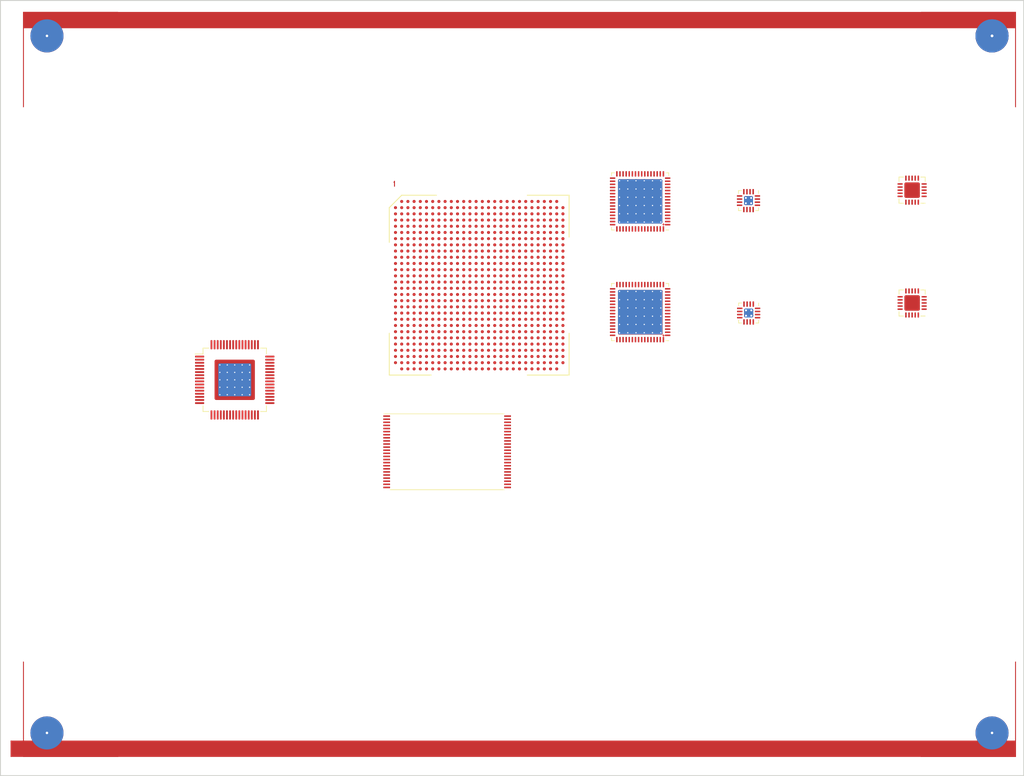
<source format=kicad_pcb>
(kicad_pcb (version 20171130) (host pcbnew "(5.0.2)-1")

  (general
    (thickness 1.6)
    (drawings 10)
    (tracks 72)
    (zones 0)
    (modules 9)
    (nets 1)
  )

  (page A4)
  (layers
    (0 F.Cu signal hide)
    (1 In1.Cu signal hide)
    (2 In2.Cu signal hide)
    (31 B.Cu signal hide)
    (32 B.Adhes user hide)
    (33 F.Adhes user hide)
    (34 B.Paste user)
    (35 F.Paste user)
    (36 B.SilkS user hide)
    (37 F.SilkS user hide)
    (38 B.Mask user hide)
    (39 F.Mask user hide)
    (40 Dwgs.User user hide)
    (41 Cmts.User user hide)
    (42 Eco1.User user hide)
    (43 Eco2.User user hide)
    (44 Edge.Cuts user)
    (45 Margin user hide)
    (46 B.CrtYd user hide)
    (47 F.CrtYd user hide)
    (48 B.Fab user hide)
    (49 F.Fab user hide)
  )

  (setup
    (last_trace_width 0.25)
    (trace_clearance 0.2)
    (zone_clearance 0.508)
    (zone_45_only no)
    (trace_min 0.2)
    (segment_width 0.2)
    (edge_width 0.15)
    (via_size 0.8)
    (via_drill 0.4)
    (via_min_size 0.4)
    (via_min_drill 0.3)
    (uvia_size 0.3)
    (uvia_drill 0.1)
    (uvias_allowed no)
    (uvia_min_size 0.2)
    (uvia_min_drill 0.1)
    (pcb_text_width 0.3)
    (pcb_text_size 1.5 1.5)
    (mod_edge_width 0.15)
    (mod_text_size 1 1)
    (mod_text_width 0.15)
    (pad_size 1.524 1.524)
    (pad_drill 0.762)
    (pad_to_mask_clearance 0.051)
    (solder_mask_min_width 0.25)
    (aux_axis_origin 0 0)
    (visible_elements 7EF0B20F)
    (pcbplotparams
      (layerselection 0x0100c_7ffffff8)
      (usegerberextensions true)
      (usegerberattributes false)
      (usegerberadvancedattributes false)
      (creategerberjobfile false)
      (excludeedgelayer false)
      (linewidth 0.100000)
      (plotframeref false)
      (viasonmask false)
      (mode 1)
      (useauxorigin false)
      (hpglpennumber 1)
      (hpglpenspeed 20)
      (hpglpendiameter 15.000000)
      (psnegative false)
      (psa4output false)
      (plotreference false)
      (plotvalue false)
      (plotinvisibletext false)
      (padsonsilk false)
      (subtractmaskfromsilk false)
      (outputformat 1)
      (mirror false)
      (drillshape 0)
      (scaleselection 1)
      (outputdirectory "Gerber/"))
  )

  (net 0 "")

  (net_class Default "Ceci est la Netclass par défaut."
    (clearance 0.2)
    (trace_width 0.25)
    (via_dia 0.8)
    (via_drill 0.4)
    (uvia_dia 0.3)
    (uvia_drill 0.1)
  )

  (module Package_DFN_QFN:QFN-64-1EP_9x9mm_P0.5mm_EP7.15x7.15mm_ThermalVias (layer F.Cu) (tedit 5C9A59E5) (tstamp 5CA9623D)
    (at 148.15 85.25 180)
    (descr "QFN, 64 Pin (https://www.analog.com/media/en/technical-documentation/data-sheets/229321fa.pdf#page=27), generated with kicad-footprint-generator ipc_noLead_generator.py")
    (tags "QFN NoLead")
    (attr smd)
    (fp_text reference REF** (at 0 -5.82 180) (layer F.SilkS) hide
      (effects (font (size 1 1) (thickness 0.15)))
    )
    (fp_text value QFN-64-1EP_9x9mm_P0.5mm_EP7.15x7.15mm_ThermalVias (at -13.62 -11.49 180) (layer F.Fab) hide
      (effects (font (size 1 1) (thickness 0.15)))
    )
    (fp_text user %R (at 0 0 180) (layer F.Fab)
      (effects (font (size 1 1) (thickness 0.15)))
    )
    (fp_line (start 5.12 -5.12) (end -5.12 -5.12) (layer F.CrtYd) (width 0.05))
    (fp_line (start 5.12 5.12) (end 5.12 -5.12) (layer F.CrtYd) (width 0.05))
    (fp_line (start -5.12 5.12) (end 5.12 5.12) (layer F.CrtYd) (width 0.05))
    (fp_line (start -5.12 -5.12) (end -5.12 5.12) (layer F.CrtYd) (width 0.05))
    (fp_line (start -4.5 -3.5) (end -3.5 -4.5) (layer F.Fab) (width 0.1))
    (fp_line (start -4.5 4.5) (end -4.5 -3.5) (layer F.Fab) (width 0.1))
    (fp_line (start 4.5 4.5) (end -4.5 4.5) (layer F.Fab) (width 0.1))
    (fp_line (start 4.5 -4.5) (end 4.5 4.5) (layer F.Fab) (width 0.1))
    (fp_line (start -3.5 -4.5) (end 4.5 -4.5) (layer F.Fab) (width 0.1))
    (fp_line (start -4.135 -4.61) (end -4.61 -4.61) (layer F.SilkS) (width 0.12))
    (fp_line (start 4.61 4.61) (end 4.61 4.135) (layer F.SilkS) (width 0.12))
    (fp_line (start 4.135 4.61) (end 4.61 4.61) (layer F.SilkS) (width 0.12))
    (fp_line (start -4.61 4.61) (end -4.61 4.135) (layer F.SilkS) (width 0.12))
    (fp_line (start -4.135 4.61) (end -4.61 4.61) (layer F.SilkS) (width 0.12))
    (fp_line (start 4.61 -4.61) (end 4.61 -4.135) (layer F.SilkS) (width 0.12))
    (fp_line (start 4.135 -4.61) (end 4.61 -4.61) (layer F.SilkS) (width 0.12))
    (pad 64 smd roundrect (at -3.75 -4.4375 180) (size 0.25 0.875) (layers F.Cu F.Paste F.Mask) (roundrect_rratio 0.25))
    (pad 63 smd roundrect (at -3.25 -4.4375 180) (size 0.25 0.875) (layers F.Cu F.Paste F.Mask) (roundrect_rratio 0.25))
    (pad 62 smd roundrect (at -2.75 -4.4375 180) (size 0.25 0.875) (layers F.Cu F.Paste F.Mask) (roundrect_rratio 0.25))
    (pad 61 smd roundrect (at -2.25 -4.4375 180) (size 0.25 0.875) (layers F.Cu F.Paste F.Mask) (roundrect_rratio 0.25))
    (pad 60 smd roundrect (at -1.75 -4.4375 180) (size 0.25 0.875) (layers F.Cu F.Paste F.Mask) (roundrect_rratio 0.25))
    (pad 59 smd roundrect (at -1.25 -4.4375 180) (size 0.25 0.875) (layers F.Cu F.Paste F.Mask) (roundrect_rratio 0.25))
    (pad 58 smd roundrect (at -0.75 -4.4375 180) (size 0.25 0.875) (layers F.Cu F.Paste F.Mask) (roundrect_rratio 0.25))
    (pad 57 smd roundrect (at -0.25 -4.4375 180) (size 0.25 0.875) (layers F.Cu F.Paste F.Mask) (roundrect_rratio 0.25))
    (pad 56 smd roundrect (at 0.25 -4.4375 180) (size 0.25 0.875) (layers F.Cu F.Paste F.Mask) (roundrect_rratio 0.25))
    (pad 55 smd roundrect (at 0.75 -4.4375 180) (size 0.25 0.875) (layers F.Cu F.Paste F.Mask) (roundrect_rratio 0.25))
    (pad 54 smd roundrect (at 1.25 -4.4375 180) (size 0.25 0.875) (layers F.Cu F.Paste F.Mask) (roundrect_rratio 0.25))
    (pad 53 smd roundrect (at 1.75 -4.4375 180) (size 0.25 0.875) (layers F.Cu F.Paste F.Mask) (roundrect_rratio 0.25))
    (pad 52 smd roundrect (at 2.25 -4.4375 180) (size 0.25 0.875) (layers F.Cu F.Paste F.Mask) (roundrect_rratio 0.25))
    (pad 51 smd roundrect (at 2.75 -4.4375 180) (size 0.25 0.875) (layers F.Cu F.Paste F.Mask) (roundrect_rratio 0.25))
    (pad 50 smd roundrect (at 3.25 -4.4375 180) (size 0.25 0.875) (layers F.Cu F.Paste F.Mask) (roundrect_rratio 0.25))
    (pad 49 smd roundrect (at 3.75 -4.4375 180) (size 0.25 0.875) (layers F.Cu F.Paste F.Mask) (roundrect_rratio 0.25))
    (pad 48 smd roundrect (at 4.4375 -3.75 180) (size 0.875 0.25) (layers F.Cu F.Paste F.Mask) (roundrect_rratio 0.25))
    (pad 47 smd roundrect (at 4.4375 -3.25 180) (size 0.875 0.25) (layers F.Cu F.Paste F.Mask) (roundrect_rratio 0.25))
    (pad 46 smd roundrect (at 4.4375 -2.75 180) (size 0.875 0.25) (layers F.Cu F.Paste F.Mask) (roundrect_rratio 0.25))
    (pad 45 smd roundrect (at 4.4375 -2.25 180) (size 0.875 0.25) (layers F.Cu F.Paste F.Mask) (roundrect_rratio 0.25))
    (pad 44 smd roundrect (at 4.4375 -1.75 180) (size 0.875 0.25) (layers F.Cu F.Paste F.Mask) (roundrect_rratio 0.25))
    (pad 43 smd roundrect (at 4.4375 -1.25 180) (size 0.875 0.25) (layers F.Cu F.Paste F.Mask) (roundrect_rratio 0.25))
    (pad 42 smd roundrect (at 4.4375 -0.75 180) (size 0.875 0.25) (layers F.Cu F.Paste F.Mask) (roundrect_rratio 0.25))
    (pad 41 smd roundrect (at 4.4375 -0.25 180) (size 0.875 0.25) (layers F.Cu F.Paste F.Mask) (roundrect_rratio 0.25))
    (pad 40 smd roundrect (at 4.4375 0.25 180) (size 0.875 0.25) (layers F.Cu F.Paste F.Mask) (roundrect_rratio 0.25))
    (pad 39 smd roundrect (at 4.4375 0.75 180) (size 0.875 0.25) (layers F.Cu F.Paste F.Mask) (roundrect_rratio 0.25))
    (pad 38 smd roundrect (at 4.4375 1.25 180) (size 0.875 0.25) (layers F.Cu F.Paste F.Mask) (roundrect_rratio 0.25))
    (pad 37 smd roundrect (at 4.4375 1.75 180) (size 0.875 0.25) (layers F.Cu F.Paste F.Mask) (roundrect_rratio 0.25))
    (pad 36 smd roundrect (at 4.4375 2.25 180) (size 0.875 0.25) (layers F.Cu F.Paste F.Mask) (roundrect_rratio 0.25))
    (pad 35 smd roundrect (at 4.4375 2.75 180) (size 0.875 0.25) (layers F.Cu F.Paste F.Mask) (roundrect_rratio 0.25))
    (pad 34 smd roundrect (at 4.4375 3.25 180) (size 0.875 0.25) (layers F.Cu F.Paste F.Mask) (roundrect_rratio 0.25))
    (pad 33 smd roundrect (at 4.4375 3.75 180) (size 0.875 0.25) (layers F.Cu F.Paste F.Mask) (roundrect_rratio 0.25))
    (pad 32 smd roundrect (at 3.75 4.4375 180) (size 0.25 0.875) (layers F.Cu F.Paste F.Mask) (roundrect_rratio 0.25))
    (pad 31 smd roundrect (at 3.25 4.4375 180) (size 0.25 0.875) (layers F.Cu F.Paste F.Mask) (roundrect_rratio 0.25))
    (pad 30 smd roundrect (at 2.75 4.4375 180) (size 0.25 0.875) (layers F.Cu F.Paste F.Mask) (roundrect_rratio 0.25))
    (pad 29 smd roundrect (at 2.25 4.4375 180) (size 0.25 0.875) (layers F.Cu F.Paste F.Mask) (roundrect_rratio 0.25))
    (pad 28 smd roundrect (at 1.75 4.4375 180) (size 0.25 0.875) (layers F.Cu F.Paste F.Mask) (roundrect_rratio 0.25))
    (pad 27 smd roundrect (at 1.25 4.4375 180) (size 0.25 0.875) (layers F.Cu F.Paste F.Mask) (roundrect_rratio 0.25))
    (pad 26 smd roundrect (at 0.75 4.4375 180) (size 0.25 0.875) (layers F.Cu F.Paste F.Mask) (roundrect_rratio 0.25))
    (pad 25 smd roundrect (at 0.25 4.4375 180) (size 0.25 0.875) (layers F.Cu F.Paste F.Mask) (roundrect_rratio 0.25))
    (pad 24 smd roundrect (at -0.25 4.4375 180) (size 0.25 0.875) (layers F.Cu F.Paste F.Mask) (roundrect_rratio 0.25))
    (pad 23 smd roundrect (at -0.75 4.4375 180) (size 0.25 0.875) (layers F.Cu F.Paste F.Mask) (roundrect_rratio 0.25))
    (pad 22 smd roundrect (at -1.25 4.4375 180) (size 0.25 0.875) (layers F.Cu F.Paste F.Mask) (roundrect_rratio 0.25))
    (pad 21 smd roundrect (at -1.75 4.4375 180) (size 0.25 0.875) (layers F.Cu F.Paste F.Mask) (roundrect_rratio 0.25))
    (pad 20 smd roundrect (at -2.25 4.4375 180) (size 0.25 0.875) (layers F.Cu F.Paste F.Mask) (roundrect_rratio 0.25))
    (pad 19 smd roundrect (at -2.75 4.4375 180) (size 0.25 0.875) (layers F.Cu F.Paste F.Mask) (roundrect_rratio 0.25))
    (pad 18 smd roundrect (at -3.25 4.4375 180) (size 0.25 0.875) (layers F.Cu F.Paste F.Mask) (roundrect_rratio 0.25))
    (pad 17 smd roundrect (at -3.75 4.4375 180) (size 0.25 0.875) (layers F.Cu F.Paste F.Mask) (roundrect_rratio 0.25))
    (pad 16 smd roundrect (at -4.4375 3.75 180) (size 0.875 0.25) (layers F.Cu F.Paste F.Mask) (roundrect_rratio 0.25))
    (pad 15 smd roundrect (at -4.4375 3.25 180) (size 0.875 0.25) (layers F.Cu F.Paste F.Mask) (roundrect_rratio 0.25))
    (pad 14 smd roundrect (at -4.4375 2.75 180) (size 0.875 0.25) (layers F.Cu F.Paste F.Mask) (roundrect_rratio 0.25))
    (pad 13 smd roundrect (at -4.4375 2.25 180) (size 0.875 0.25) (layers F.Cu F.Paste F.Mask) (roundrect_rratio 0.25))
    (pad 12 smd roundrect (at -4.4375 1.75 180) (size 0.875 0.25) (layers F.Cu F.Paste F.Mask) (roundrect_rratio 0.25))
    (pad 11 smd roundrect (at -4.4375 1.25 180) (size 0.875 0.25) (layers F.Cu F.Paste F.Mask) (roundrect_rratio 0.25))
    (pad 10 smd roundrect (at -4.4375 0.75 180) (size 0.875 0.25) (layers F.Cu F.Paste F.Mask) (roundrect_rratio 0.25))
    (pad 9 smd roundrect (at -4.4375 0.25 180) (size 0.875 0.25) (layers F.Cu F.Paste F.Mask) (roundrect_rratio 0.25))
    (pad 8 smd roundrect (at -4.4375 -0.25 180) (size 0.875 0.25) (layers F.Cu F.Paste F.Mask) (roundrect_rratio 0.25))
    (pad 7 smd roundrect (at -4.4375 -0.75 180) (size 0.875 0.25) (layers F.Cu F.Paste F.Mask) (roundrect_rratio 0.25))
    (pad 6 smd roundrect (at -4.4375 -1.25 180) (size 0.875 0.25) (layers F.Cu F.Paste F.Mask) (roundrect_rratio 0.25))
    (pad 5 smd roundrect (at -4.4375 -1.75 180) (size 0.875 0.25) (layers F.Cu F.Paste F.Mask) (roundrect_rratio 0.25))
    (pad 4 smd roundrect (at -4.4375 -2.25 180) (size 0.875 0.25) (layers F.Cu F.Paste F.Mask) (roundrect_rratio 0.25))
    (pad 3 smd roundrect (at -4.4375 -2.75 180) (size 0.875 0.25) (layers F.Cu F.Paste F.Mask) (roundrect_rratio 0.25))
    (pad 2 smd roundrect (at -4.4375 -3.25 180) (size 0.875 0.25) (layers F.Cu F.Paste F.Mask) (roundrect_rratio 0.25))
    (pad 1 smd roundrect (at -4.4375 -3.75 180) (size 0.875 0.25) (layers F.Cu F.Paste F.Mask) (roundrect_rratio 0.25))
    (pad "" smd roundrect (at 2.66 2.66 180) (size 1.152903 1.152903) (layers F.Paste) (roundrect_rratio 0.216844))
    (pad "" smd roundrect (at 2.66 1.33 180) (size 1.152903 1.152903) (layers F.Paste) (roundrect_rratio 0.216844))
    (pad "" smd roundrect (at 2.66 0 180) (size 1.152903 1.152903) (layers F.Paste) (roundrect_rratio 0.216844))
    (pad "" smd roundrect (at 2.66 -1.33 180) (size 1.152903 1.152903) (layers F.Paste) (roundrect_rratio 0.216844))
    (pad "" smd roundrect (at 2.66 -2.66 180) (size 1.152903 1.152903) (layers F.Paste) (roundrect_rratio 0.216844))
    (pad "" smd roundrect (at 1.33 2.66 180) (size 1.152903 1.152903) (layers F.Paste) (roundrect_rratio 0.216844))
    (pad "" smd roundrect (at 1.33 1.33 180) (size 1.152903 1.152903) (layers F.Paste) (roundrect_rratio 0.216844))
    (pad "" smd roundrect (at 1.33 0 180) (size 1.152903 1.152903) (layers F.Paste) (roundrect_rratio 0.216844))
    (pad "" smd roundrect (at 1.33 -1.33 180) (size 1.152903 1.152903) (layers F.Paste) (roundrect_rratio 0.216844))
    (pad "" smd roundrect (at 1.33 -2.66 180) (size 1.152903 1.152903) (layers F.Paste) (roundrect_rratio 0.216844))
    (pad "" smd roundrect (at 0 2.66 180) (size 1.152903 1.152903) (layers F.Paste) (roundrect_rratio 0.216844))
    (pad "" smd roundrect (at 0 1.33 180) (size 1.152903 1.152903) (layers F.Paste) (roundrect_rratio 0.216844))
    (pad "" smd roundrect (at 0 0 180) (size 1.152903 1.152903) (layers F.Paste) (roundrect_rratio 0.216844))
    (pad "" smd roundrect (at 0 -1.33 180) (size 1.152903 1.152903) (layers F.Paste) (roundrect_rratio 0.216844))
    (pad "" smd roundrect (at 0 -2.66 180) (size 1.152903 1.152903) (layers F.Paste) (roundrect_rratio 0.216844))
    (pad "" smd roundrect (at -1.33 2.66 180) (size 1.152903 1.152903) (layers F.Paste) (roundrect_rratio 0.216844))
    (pad "" smd roundrect (at -1.33 1.33 180) (size 1.152903 1.152903) (layers F.Paste) (roundrect_rratio 0.216844))
    (pad "" smd roundrect (at -1.33 0 180) (size 1.152903 1.152903) (layers F.Paste) (roundrect_rratio 0.216844))
    (pad "" smd roundrect (at -1.33 -1.33 180) (size 1.152903 1.152903) (layers F.Paste) (roundrect_rratio 0.216844))
    (pad "" smd roundrect (at -1.33 -2.66 180) (size 1.152903 1.152903) (layers F.Paste) (roundrect_rratio 0.216844))
    (pad "" smd roundrect (at -2.66 2.66 180) (size 1.152903 1.152903) (layers F.Paste) (roundrect_rratio 0.216844))
    (pad "" smd roundrect (at -2.66 1.33 180) (size 1.152903 1.152903) (layers F.Paste) (roundrect_rratio 0.216844))
    (pad "" smd roundrect (at -2.66 0 180) (size 1.152903 1.152903) (layers F.Paste) (roundrect_rratio 0.216844))
    (pad "" smd roundrect (at -2.66 -1.33 180) (size 1.152903 1.152903) (layers F.Paste) (roundrect_rratio 0.216844))
    (pad "" smd roundrect (at -2.66 -2.66 180) (size 1.152903 1.152903) (layers F.Paste) (roundrect_rratio 0.216844))
    (pad 65 smd roundrect (at 0 0 180) (size 7.15 7.15) (layers B.Cu) (roundrect_rratio 0.034965))
    (pad 65 thru_hole circle (at 3.325 3.325 180) (size 0.5 0.5) (drill 0.2) (layers *.Cu))
    (pad 65 thru_hole circle (at 1.995 3.325 180) (size 0.5 0.5) (drill 0.2) (layers *.Cu))
    (pad 65 thru_hole circle (at 0.665 3.325 180) (size 0.5 0.5) (drill 0.2) (layers *.Cu))
    (pad 65 thru_hole circle (at -0.665 3.325 180) (size 0.5 0.5) (drill 0.2) (layers *.Cu))
    (pad 65 thru_hole circle (at -1.995 3.325 180) (size 0.5 0.5) (drill 0.2) (layers *.Cu))
    (pad 65 thru_hole circle (at -3.325 3.325 180) (size 0.5 0.5) (drill 0.2) (layers *.Cu))
    (pad 65 thru_hole circle (at 3.325 1.995 180) (size 0.5 0.5) (drill 0.2) (layers *.Cu))
    (pad 65 thru_hole circle (at 1.995 1.995 180) (size 0.5 0.5) (drill 0.2) (layers *.Cu))
    (pad 65 thru_hole circle (at 0.665 1.995 180) (size 0.5 0.5) (drill 0.2) (layers *.Cu))
    (pad 65 thru_hole circle (at -0.665 1.995 180) (size 0.5 0.5) (drill 0.2) (layers *.Cu))
    (pad 65 thru_hole circle (at -1.995 1.995 180) (size 0.5 0.5) (drill 0.2) (layers *.Cu))
    (pad 65 thru_hole circle (at -3.325 1.995 180) (size 0.5 0.5) (drill 0.2) (layers *.Cu))
    (pad 65 thru_hole circle (at 3.325 0.665 180) (size 0.5 0.5) (drill 0.2) (layers *.Cu))
    (pad 65 thru_hole circle (at 1.995 0.665 180) (size 0.5 0.5) (drill 0.2) (layers *.Cu))
    (pad 65 thru_hole circle (at 0.665 0.665 180) (size 0.5 0.5) (drill 0.2) (layers *.Cu))
    (pad 65 thru_hole circle (at -0.665 0.665 180) (size 0.5 0.5) (drill 0.2) (layers *.Cu))
    (pad 65 thru_hole circle (at -1.995 0.665 180) (size 0.5 0.5) (drill 0.2) (layers *.Cu))
    (pad 65 thru_hole circle (at -3.325 0.665 180) (size 0.5 0.5) (drill 0.2) (layers *.Cu))
    (pad 65 thru_hole circle (at 3.325 -0.665 180) (size 0.5 0.5) (drill 0.2) (layers *.Cu))
    (pad 65 thru_hole circle (at 1.995 -0.665 180) (size 0.5 0.5) (drill 0.2) (layers *.Cu))
    (pad 65 thru_hole circle (at 0.665 -0.665 180) (size 0.5 0.5) (drill 0.2) (layers *.Cu))
    (pad 65 thru_hole circle (at -0.665 -0.665 180) (size 0.5 0.5) (drill 0.2) (layers *.Cu))
    (pad 65 thru_hole circle (at -1.995 -0.665 180) (size 0.5 0.5) (drill 0.2) (layers *.Cu))
    (pad 65 thru_hole circle (at -3.325 -0.665 180) (size 0.5 0.5) (drill 0.2) (layers *.Cu))
    (pad 65 thru_hole circle (at 3.325 -1.995 180) (size 0.5 0.5) (drill 0.2) (layers *.Cu))
    (pad 65 thru_hole circle (at 1.995 -1.995 180) (size 0.5 0.5) (drill 0.2) (layers *.Cu))
    (pad 65 thru_hole circle (at 0.665 -1.995 180) (size 0.5 0.5) (drill 0.2) (layers *.Cu))
    (pad 65 thru_hole circle (at -0.665 -1.995 180) (size 0.5 0.5) (drill 0.2) (layers *.Cu))
    (pad 65 thru_hole circle (at -1.995 -1.995 180) (size 0.5 0.5) (drill 0.2) (layers *.Cu))
    (pad 65 thru_hole circle (at -3.325 -1.995 180) (size 0.5 0.5) (drill 0.2) (layers *.Cu))
    (pad 65 thru_hole circle (at 3.325 -3.325 180) (size 0.5 0.5) (drill 0.2) (layers *.Cu))
    (pad 65 thru_hole circle (at 1.995 -3.325 180) (size 0.5 0.5) (drill 0.2) (layers *.Cu))
    (pad 65 thru_hole circle (at 0.665 -3.325 180) (size 0.5 0.5) (drill 0.2) (layers *.Cu))
    (pad 65 thru_hole circle (at -0.665 -3.325 180) (size 0.5 0.5) (drill 0.2) (layers *.Cu))
    (pad 65 thru_hole circle (at -1.995 -3.325 180) (size 0.5 0.5) (drill 0.2) (layers *.Cu))
    (pad 65 thru_hole circle (at -3.325 -3.325 180) (size 0.5 0.5) (drill 0.2) (layers *.Cu))
    (pad 65 smd roundrect (at 0 0 180) (size 7.15 7.15) (layers F.Cu F.Mask) (roundrect_rratio 0.034965))
    (model ${KISYS3DMOD}/Package_DFN_QFN.3dshapes/QFN-64-1EP_9x9mm_P0.5mm_EP7.15x7.15mm.wrl
      (at (xyz 0 0 0))
      (scale (xyz 1 1 1))
      (rotate (xyz 0 0 0))
    )
  )

  (module Package_DFN_QFN:QFN-16-1EP_3x3mm_P0.5mm_EP1.45x1.45mm_ThermalVias (layer F.Cu) (tedit 5C9A5A92) (tstamp 5CAA1869)
    (at 165.65 85.4 270)
    (descr "QFN, 16 Pin (http://cds.linear.com/docs/en/datasheet/37551fd.pdf), generated with kicad-footprint-generator ipc_dfn_qfn_generator.py")
    (tags "QFN DFN_QFN")
    (attr smd)
    (fp_text reference REF** (at 0 -2.82 270) (layer F.SilkS) hide
      (effects (font (size 1 1) (thickness 0.15)))
    )
    (fp_text value QFN-16-1EP_3x3mm_P0.5mm_EP1.45x1.45mm_ThermalVias (at 0 2.82 270) (layer F.Fab) hide
      (effects (font (size 1 1) (thickness 0.15)))
    )
    (fp_text user %R (at 0 0 270) (layer F.Fab)
      (effects (font (size 0.75 0.75) (thickness 0.11)))
    )
    (fp_line (start 2.12 -2.12) (end -2.12 -2.12) (layer F.CrtYd) (width 0.05))
    (fp_line (start 2.12 2.12) (end 2.12 -2.12) (layer F.CrtYd) (width 0.05))
    (fp_line (start -2.12 2.12) (end 2.12 2.12) (layer F.CrtYd) (width 0.05))
    (fp_line (start -2.12 -2.12) (end -2.12 2.12) (layer F.CrtYd) (width 0.05))
    (fp_line (start -1.5 -0.75) (end -0.75 -1.5) (layer F.Fab) (width 0.1))
    (fp_line (start -1.5 1.5) (end -1.5 -0.75) (layer F.Fab) (width 0.1))
    (fp_line (start 1.5 1.5) (end -1.5 1.5) (layer F.Fab) (width 0.1))
    (fp_line (start 1.5 -1.5) (end 1.5 1.5) (layer F.Fab) (width 0.1))
    (fp_line (start -0.75 -1.5) (end 1.5 -1.5) (layer F.Fab) (width 0.1))
    (fp_line (start -1.135 -1.61) (end -1.61 -1.61) (layer F.SilkS) (width 0.12))
    (fp_line (start 1.61 1.61) (end 1.61 1.135) (layer F.SilkS) (width 0.12))
    (fp_line (start 1.135 1.61) (end 1.61 1.61) (layer F.SilkS) (width 0.12))
    (fp_line (start -1.61 1.61) (end -1.61 1.135) (layer F.SilkS) (width 0.12))
    (fp_line (start -1.135 1.61) (end -1.61 1.61) (layer F.SilkS) (width 0.12))
    (fp_line (start 1.61 -1.61) (end 1.61 -1.135) (layer F.SilkS) (width 0.12))
    (fp_line (start 1.135 -1.61) (end 1.61 -1.61) (layer F.SilkS) (width 0.12))
    (pad 16 smd roundrect (at -0.75 -1.4375 270) (size 0.25 0.875) (layers F.Cu F.Paste F.Mask) (roundrect_rratio 0.25))
    (pad 15 smd roundrect (at -0.25 -1.4375 270) (size 0.25 0.875) (layers F.Cu F.Paste F.Mask) (roundrect_rratio 0.25))
    (pad 14 smd roundrect (at 0.25 -1.4375 270) (size 0.25 0.875) (layers F.Cu F.Paste F.Mask) (roundrect_rratio 0.25))
    (pad 13 smd roundrect (at 0.75 -1.4375 270) (size 0.25 0.875) (layers F.Cu F.Paste F.Mask) (roundrect_rratio 0.25))
    (pad 12 smd roundrect (at 1.4375 -0.75 270) (size 0.875 0.25) (layers F.Cu F.Paste F.Mask) (roundrect_rratio 0.25))
    (pad 11 smd roundrect (at 1.4375 -0.25 270) (size 0.875 0.25) (layers F.Cu F.Paste F.Mask) (roundrect_rratio 0.25))
    (pad 10 smd roundrect (at 1.4375 0.25 270) (size 0.875 0.25) (layers F.Cu F.Paste F.Mask) (roundrect_rratio 0.25))
    (pad 9 smd roundrect (at 1.4375 0.75 270) (size 0.875 0.25) (layers F.Cu F.Paste F.Mask) (roundrect_rratio 0.25))
    (pad 8 smd roundrect (at 0.75 1.4375 270) (size 0.25 0.875) (layers F.Cu F.Paste F.Mask) (roundrect_rratio 0.25))
    (pad 7 smd roundrect (at 0.25 1.4375 270) (size 0.25 0.875) (layers F.Cu F.Paste F.Mask) (roundrect_rratio 0.25))
    (pad 6 smd roundrect (at -0.25 1.4375 270) (size 0.25 0.875) (layers F.Cu F.Paste F.Mask) (roundrect_rratio 0.25))
    (pad 5 smd roundrect (at -0.75 1.4375 270) (size 0.25 0.875) (layers F.Cu F.Paste F.Mask) (roundrect_rratio 0.25))
    (pad 4 smd roundrect (at -1.4375 0.75 270) (size 0.875 0.25) (layers F.Cu F.Paste F.Mask) (roundrect_rratio 0.25))
    (pad 3 smd roundrect (at -1.4375 0.25 270) (size 0.875 0.25) (layers F.Cu F.Paste F.Mask) (roundrect_rratio 0.25))
    (pad 2 smd roundrect (at -1.4375 -0.25 270) (size 0.875 0.25) (layers F.Cu F.Paste F.Mask) (roundrect_rratio 0.25))
    (pad 1 smd roundrect (at -1.4375 -0.75 270) (size 0.875 0.25) (layers F.Cu F.Paste F.Mask) (roundrect_rratio 0.25))
    (pad "" smd roundrect (at 0.36 0.36 270) (size 0.63 0.63) (layers F.Paste) (roundrect_rratio 0.25))
    (pad "" smd roundrect (at 0.36 -0.36 270) (size 0.63 0.63) (layers F.Paste) (roundrect_rratio 0.25))
    (pad "" smd roundrect (at -0.36 0.36 270) (size 0.63 0.63) (layers F.Paste) (roundrect_rratio 0.25))
    (pad "" smd roundrect (at -0.36 -0.36 270) (size 0.63 0.63) (layers F.Paste) (roundrect_rratio 0.25))
    (pad 17 smd roundrect (at 0 0 270) (size 1.45 1.45) (layers B.Cu) (roundrect_rratio 0.172414))
    (pad 17 thru_hole circle (at 0.425 0.425 270) (size 0.6 0.6) (drill 0.3) (layers *.Cu))
    (pad 17 thru_hole circle (at -0.425 0.425 270) (size 0.6 0.6) (drill 0.3) (layers *.Cu))
    (pad 17 thru_hole circle (at 0.425 -0.425 270) (size 0.6 0.6) (drill 0.3) (layers *.Cu))
    (pad 17 thru_hole circle (at -0.425 -0.425 270) (size 0.6 0.6) (drill 0.3) (layers *.Cu))
    (pad 17 smd roundrect (at 0 0 270) (size 1.45 1.45) (layers F.Cu F.Mask) (roundrect_rratio 0.172414))
    (model ${KISYS3DMOD}/Package_DFN_QFN.3dshapes/QFN-16-1EP_3x3mm_P0.5mm_EP1.45x1.45mm.wrl
      (at (xyz 0 0 0))
      (scale (xyz 1 1 1))
      (rotate (xyz 0 0 0))
    )
  )

  (module Package_DFN_QFN:QFN-20-1EP_4x4mm_P0.5mm_EP2.5x2.5mm (layer F.Cu) (tedit 5C9B47BC) (tstamp 5C9F6141)
    (at 192.01 83.78 180)
    (descr "QFN, 20 Pin (http://ww1.microchip.com/downloads/en/PackagingSpec/00000049BQ.pdf#page=274), generated with kicad-footprint-generator ipc_dfn_qfn_generator.py")
    (tags "QFN DFN_QFN")
    (attr smd)
    (fp_text reference REF** (at 0 -3.3 180) (layer F.SilkS) hide
      (effects (font (size 1 1) (thickness 0.15)))
    )
    (fp_text value QFN-20-1EP_4x4mm_P0.5mm_EP2.5x2.5mm (at 0 3.3 180) (layer F.Fab)
      (effects (font (size 1 1) (thickness 0.15)))
    )
    (fp_line (start 1.385 -2.11) (end 2.11 -2.11) (layer F.SilkS) (width 0.12))
    (fp_line (start 2.11 -2.11) (end 2.11 -1.385) (layer F.SilkS) (width 0.12))
    (fp_line (start -1.385 2.11) (end -2.11 2.11) (layer F.SilkS) (width 0.12))
    (fp_line (start -2.11 2.11) (end -2.11 1.385) (layer F.SilkS) (width 0.12))
    (fp_line (start 1.385 2.11) (end 2.11 2.11) (layer F.SilkS) (width 0.12))
    (fp_line (start 2.11 2.11) (end 2.11 1.385) (layer F.SilkS) (width 0.12))
    (fp_line (start -1.385 -2.11) (end -2.11 -2.11) (layer F.SilkS) (width 0.12))
    (fp_line (start -1 -2) (end 2 -2) (layer F.Fab) (width 0.1))
    (fp_line (start 2 -2) (end 2 2) (layer F.Fab) (width 0.1))
    (fp_line (start 2 2) (end -2 2) (layer F.Fab) (width 0.1))
    (fp_line (start -2 2) (end -2 -1) (layer F.Fab) (width 0.1))
    (fp_line (start -2 -1) (end -1 -2) (layer F.Fab) (width 0.1))
    (fp_line (start -2.6 -2.6) (end -2.6 2.6) (layer F.CrtYd) (width 0.05))
    (fp_line (start -2.6 2.6) (end 2.6 2.6) (layer F.CrtYd) (width 0.05))
    (fp_line (start 2.6 2.6) (end 2.6 -2.6) (layer F.CrtYd) (width 0.05))
    (fp_line (start 2.6 -2.6) (end -2.6 -2.6) (layer F.CrtYd) (width 0.05))
    (fp_text user %R (at 0.15 -5.38 180) (layer F.Fab) hide
      (effects (font (size 1 1) (thickness 0.15)))
    )
    (pad 21 smd roundrect (at 0 0 180) (size 2.5 2.5) (layers F.Cu F.Mask) (roundrect_rratio 0.1))
    (pad "" smd roundrect (at -0.625 -0.625 180) (size 1.01 1.01) (layers F.Paste) (roundrect_rratio 0.247525))
    (pad "" smd roundrect (at -0.625 0.625 180) (size 1.01 1.01) (layers F.Paste) (roundrect_rratio 0.247525))
    (pad "" smd roundrect (at 0.625 -0.625 180) (size 1.01 1.01) (layers F.Paste) (roundrect_rratio 0.247525))
    (pad "" smd roundrect (at 0.625 0.625 180) (size 1.01 1.01) (layers F.Paste) (roundrect_rratio 0.247525))
    (pad 1 smd roundrect (at -1.9375 -1 180) (size 0.825 0.25) (layers F.Cu F.Paste F.Mask) (roundrect_rratio 0.25))
    (pad 2 smd roundrect (at -1.9375 -0.5 180) (size 0.825 0.25) (layers F.Cu F.Paste F.Mask) (roundrect_rratio 0.25))
    (pad 3 smd roundrect (at -1.9375 0 180) (size 0.825 0.25) (layers F.Cu F.Paste F.Mask) (roundrect_rratio 0.25))
    (pad 4 smd roundrect (at -1.9375 0.5 180) (size 0.825 0.25) (layers F.Cu F.Paste F.Mask) (roundrect_rratio 0.25))
    (pad 5 smd roundrect (at -1.9375 1 180) (size 0.825 0.25) (layers F.Cu F.Paste F.Mask) (roundrect_rratio 0.25))
    (pad 6 smd roundrect (at -1 1.9375 180) (size 0.25 0.825) (layers F.Cu F.Paste F.Mask) (roundrect_rratio 0.25))
    (pad 7 smd roundrect (at -0.5 1.9375 180) (size 0.25 0.825) (layers F.Cu F.Paste F.Mask) (roundrect_rratio 0.25))
    (pad 8 smd roundrect (at 0 1.9375 180) (size 0.25 0.825) (layers F.Cu F.Paste F.Mask) (roundrect_rratio 0.25))
    (pad 9 smd roundrect (at 0.5 1.9375 180) (size 0.25 0.825) (layers F.Cu F.Paste F.Mask) (roundrect_rratio 0.25))
    (pad 10 smd roundrect (at 1 1.9375 180) (size 0.25 0.825) (layers F.Cu F.Paste F.Mask) (roundrect_rratio 0.25))
    (pad 11 smd roundrect (at 1.9375 1 180) (size 0.825 0.25) (layers F.Cu F.Paste F.Mask) (roundrect_rratio 0.25))
    (pad 12 smd roundrect (at 1.9375 0.5 180) (size 0.825 0.25) (layers F.Cu F.Paste F.Mask) (roundrect_rratio 0.25))
    (pad 13 smd roundrect (at 1.9375 0 180) (size 0.825 0.25) (layers F.Cu F.Paste F.Mask) (roundrect_rratio 0.25))
    (pad 14 smd roundrect (at 1.9375 -0.5 180) (size 0.825 0.25) (layers F.Cu F.Paste F.Mask) (roundrect_rratio 0.25))
    (pad 15 smd roundrect (at 1.9375 -1 180) (size 0.825 0.25) (layers F.Cu F.Paste F.Mask) (roundrect_rratio 0.25))
    (pad 16 smd roundrect (at 1 -1.9375 180) (size 0.25 0.825) (layers F.Cu F.Paste F.Mask) (roundrect_rratio 0.25))
    (pad 17 smd roundrect (at 0.5 -1.9375 180) (size 0.25 0.825) (layers F.Cu F.Paste F.Mask) (roundrect_rratio 0.25))
    (pad 18 smd roundrect (at 0 -1.9375 180) (size 0.25 0.825) (layers F.Cu F.Paste F.Mask) (roundrect_rratio 0.25))
    (pad 19 smd roundrect (at -0.5 -1.9375 180) (size 0.25 0.825) (layers F.Cu F.Paste F.Mask) (roundrect_rratio 0.25))
    (pad 20 smd roundrect (at -1 -1.9375 180) (size 0.25 0.825) (layers F.Cu F.Paste F.Mask) (roundrect_rratio 0.25))
    (model ${KISYS3DMOD}/Package_DFN_QFN.3dshapes/QFN-20-1EP_4x4mm_P0.5mm_EP2.5x2.5mm.wrl
      (at (xyz 0 0 0))
      (scale (xyz 1 1 1))
      (rotate (xyz 0 0 0))
    )
  )

  (module Package_DFN_QFN:QFN-16-1EP_3x3mm_P0.5mm_EP1.45x1.45mm_ThermalVias (layer F.Cu) (tedit 5C9A59D3) (tstamp 5CAA18C7)
    (at 165.625 67.275 270)
    (descr "QFN, 16 Pin (http://cds.linear.com/docs/en/datasheet/37551fd.pdf), generated with kicad-footprint-generator ipc_dfn_qfn_generator.py")
    (tags "QFN DFN_QFN")
    (attr smd)
    (fp_text reference REF** (at 0 -2.82 270) (layer F.SilkS) hide
      (effects (font (size 1 1) (thickness 0.15)))
    )
    (fp_text value QFN-16-1EP_3x3mm_P0.5mm_EP1.45x1.45mm_ThermalVias (at 0 2.82 270) (layer F.Fab) hide
      (effects (font (size 1 1) (thickness 0.15)))
    )
    (fp_line (start 1.135 -1.61) (end 1.61 -1.61) (layer F.SilkS) (width 0.12))
    (fp_line (start 1.61 -1.61) (end 1.61 -1.135) (layer F.SilkS) (width 0.12))
    (fp_line (start -1.135 1.61) (end -1.61 1.61) (layer F.SilkS) (width 0.12))
    (fp_line (start -1.61 1.61) (end -1.61 1.135) (layer F.SilkS) (width 0.12))
    (fp_line (start 1.135 1.61) (end 1.61 1.61) (layer F.SilkS) (width 0.12))
    (fp_line (start 1.61 1.61) (end 1.61 1.135) (layer F.SilkS) (width 0.12))
    (fp_line (start -1.135 -1.61) (end -1.61 -1.61) (layer F.SilkS) (width 0.12))
    (fp_line (start -0.75 -1.5) (end 1.5 -1.5) (layer F.Fab) (width 0.1))
    (fp_line (start 1.5 -1.5) (end 1.5 1.5) (layer F.Fab) (width 0.1))
    (fp_line (start 1.5 1.5) (end -1.5 1.5) (layer F.Fab) (width 0.1))
    (fp_line (start -1.5 1.5) (end -1.5 -0.75) (layer F.Fab) (width 0.1))
    (fp_line (start -1.5 -0.75) (end -0.75 -1.5) (layer F.Fab) (width 0.1))
    (fp_line (start -2.12 -2.12) (end -2.12 2.12) (layer F.CrtYd) (width 0.05))
    (fp_line (start -2.12 2.12) (end 2.12 2.12) (layer F.CrtYd) (width 0.05))
    (fp_line (start 2.12 2.12) (end 2.12 -2.12) (layer F.CrtYd) (width 0.05))
    (fp_line (start 2.12 -2.12) (end -2.12 -2.12) (layer F.CrtYd) (width 0.05))
    (fp_text user %R (at 0 0 270) (layer F.Fab)
      (effects (font (size 0.75 0.75) (thickness 0.11)))
    )
    (pad 17 smd roundrect (at 0 0 270) (size 1.45 1.45) (layers F.Cu F.Mask) (roundrect_rratio 0.172414))
    (pad 17 thru_hole circle (at -0.425 -0.425 270) (size 0.6 0.6) (drill 0.3) (layers *.Cu))
    (pad 17 thru_hole circle (at 0.425 -0.425 270) (size 0.6 0.6) (drill 0.3) (layers *.Cu))
    (pad 17 thru_hole circle (at -0.425 0.425 270) (size 0.6 0.6) (drill 0.3) (layers *.Cu))
    (pad 17 thru_hole circle (at 0.425 0.425 270) (size 0.6 0.6) (drill 0.3) (layers *.Cu))
    (pad 17 smd roundrect (at 0 0 270) (size 1.45 1.45) (layers B.Cu) (roundrect_rratio 0.172414))
    (pad "" smd roundrect (at -0.36 -0.36 270) (size 0.63 0.63) (layers F.Paste) (roundrect_rratio 0.25))
    (pad "" smd roundrect (at -0.36 0.36 270) (size 0.63 0.63) (layers F.Paste) (roundrect_rratio 0.25))
    (pad "" smd roundrect (at 0.36 -0.36 270) (size 0.63 0.63) (layers F.Paste) (roundrect_rratio 0.25))
    (pad "" smd roundrect (at 0.36 0.36 270) (size 0.63 0.63) (layers F.Paste) (roundrect_rratio 0.25))
    (pad 1 smd roundrect (at -1.4375 -0.75 270) (size 0.875 0.25) (layers F.Cu F.Paste F.Mask) (roundrect_rratio 0.25))
    (pad 2 smd roundrect (at -1.4375 -0.25 270) (size 0.875 0.25) (layers F.Cu F.Paste F.Mask) (roundrect_rratio 0.25))
    (pad 3 smd roundrect (at -1.4375 0.25 270) (size 0.875 0.25) (layers F.Cu F.Paste F.Mask) (roundrect_rratio 0.25))
    (pad 4 smd roundrect (at -1.4375 0.75 270) (size 0.875 0.25) (layers F.Cu F.Paste F.Mask) (roundrect_rratio 0.25))
    (pad 5 smd roundrect (at -0.75 1.4375 270) (size 0.25 0.875) (layers F.Cu F.Paste F.Mask) (roundrect_rratio 0.25))
    (pad 6 smd roundrect (at -0.25 1.4375 270) (size 0.25 0.875) (layers F.Cu F.Paste F.Mask) (roundrect_rratio 0.25))
    (pad 7 smd roundrect (at 0.25 1.4375 270) (size 0.25 0.875) (layers F.Cu F.Paste F.Mask) (roundrect_rratio 0.25))
    (pad 8 smd roundrect (at 0.75 1.4375 270) (size 0.25 0.875) (layers F.Cu F.Paste F.Mask) (roundrect_rratio 0.25))
    (pad 9 smd roundrect (at 1.4375 0.75 270) (size 0.875 0.25) (layers F.Cu F.Paste F.Mask) (roundrect_rratio 0.25))
    (pad 10 smd roundrect (at 1.4375 0.25 270) (size 0.875 0.25) (layers F.Cu F.Paste F.Mask) (roundrect_rratio 0.25))
    (pad 11 smd roundrect (at 1.4375 -0.25 270) (size 0.875 0.25) (layers F.Cu F.Paste F.Mask) (roundrect_rratio 0.25))
    (pad 12 smd roundrect (at 1.4375 -0.75 270) (size 0.875 0.25) (layers F.Cu F.Paste F.Mask) (roundrect_rratio 0.25))
    (pad 13 smd roundrect (at 0.75 -1.4375 270) (size 0.25 0.875) (layers F.Cu F.Paste F.Mask) (roundrect_rratio 0.25))
    (pad 14 smd roundrect (at 0.25 -1.4375 270) (size 0.25 0.875) (layers F.Cu F.Paste F.Mask) (roundrect_rratio 0.25))
    (pad 15 smd roundrect (at -0.25 -1.4375 270) (size 0.25 0.875) (layers F.Cu F.Paste F.Mask) (roundrect_rratio 0.25))
    (pad 16 smd roundrect (at -0.75 -1.4375 270) (size 0.25 0.875) (layers F.Cu F.Paste F.Mask) (roundrect_rratio 0.25))
    (model ${KISYS3DMOD}/Package_DFN_QFN.3dshapes/QFN-16-1EP_3x3mm_P0.5mm_EP1.45x1.45mm.wrl
      (at (xyz 0 0 0))
      (scale (xyz 1 1 1))
      (rotate (xyz 0 0 0))
    )
  )

  (module Package_DFN_QFN:QFN-64-1EP_9x9mm_P0.5mm_EP7.15x7.15mm_ThermalVias (layer F.Cu) (tedit 5C9A59DB) (tstamp 5CA9677D)
    (at 148.15 67.4 180)
    (descr "QFN, 64 Pin (https://www.analog.com/media/en/technical-documentation/data-sheets/229321fa.pdf#page=27), generated with kicad-footprint-generator ipc_noLead_generator.py")
    (tags "QFN NoLead")
    (attr smd)
    (fp_text reference REF** (at 0 -5.82 180) (layer F.SilkS) hide
      (effects (font (size 1 1) (thickness 0.15)))
    )
    (fp_text value QFN-64-1EP_9x9mm_P0.5mm_EP7.15x7.15mm_ThermalVias (at 0 5.82 180) (layer F.Fab) hide
      (effects (font (size 1 1) (thickness 0.15)))
    )
    (fp_line (start 4.135 -4.61) (end 4.61 -4.61) (layer F.SilkS) (width 0.12))
    (fp_line (start 4.61 -4.61) (end 4.61 -4.135) (layer F.SilkS) (width 0.12))
    (fp_line (start -4.135 4.61) (end -4.61 4.61) (layer F.SilkS) (width 0.12))
    (fp_line (start -4.61 4.61) (end -4.61 4.135) (layer F.SilkS) (width 0.12))
    (fp_line (start 4.135 4.61) (end 4.61 4.61) (layer F.SilkS) (width 0.12))
    (fp_line (start 4.61 4.61) (end 4.61 4.135) (layer F.SilkS) (width 0.12))
    (fp_line (start -4.135 -4.61) (end -4.61 -4.61) (layer F.SilkS) (width 0.12))
    (fp_line (start -3.5 -4.5) (end 4.5 -4.5) (layer F.Fab) (width 0.1))
    (fp_line (start 4.5 -4.5) (end 4.5 4.5) (layer F.Fab) (width 0.1))
    (fp_line (start 4.5 4.5) (end -4.5 4.5) (layer F.Fab) (width 0.1))
    (fp_line (start -4.5 4.5) (end -4.5 -3.5) (layer F.Fab) (width 0.1))
    (fp_line (start -4.5 -3.5) (end -3.5 -4.5) (layer F.Fab) (width 0.1))
    (fp_line (start -5.12 -5.12) (end -5.12 5.12) (layer F.CrtYd) (width 0.05))
    (fp_line (start -5.12 5.12) (end 5.12 5.12) (layer F.CrtYd) (width 0.05))
    (fp_line (start 5.12 5.12) (end 5.12 -5.12) (layer F.CrtYd) (width 0.05))
    (fp_line (start 5.12 -5.12) (end -5.12 -5.12) (layer F.CrtYd) (width 0.05))
    (fp_text user %R (at 0 0 180) (layer F.Fab)
      (effects (font (size 1 1) (thickness 0.15)))
    )
    (pad 65 smd roundrect (at 0 0 180) (size 7.15 7.15) (layers F.Cu F.Mask) (roundrect_rratio 0.034965))
    (pad 65 thru_hole circle (at -3.325 -3.325 180) (size 0.5 0.5) (drill 0.2) (layers *.Cu))
    (pad 65 thru_hole circle (at -1.995 -3.325 180) (size 0.5 0.5) (drill 0.2) (layers *.Cu))
    (pad 65 thru_hole circle (at -0.665 -3.325 180) (size 0.5 0.5) (drill 0.2) (layers *.Cu))
    (pad 65 thru_hole circle (at 0.665 -3.325 180) (size 0.5 0.5) (drill 0.2) (layers *.Cu))
    (pad 65 thru_hole circle (at 1.995 -3.325 180) (size 0.5 0.5) (drill 0.2) (layers *.Cu))
    (pad 65 thru_hole circle (at 3.325 -3.325 180) (size 0.5 0.5) (drill 0.2) (layers *.Cu))
    (pad 65 thru_hole circle (at -3.325 -1.995 180) (size 0.5 0.5) (drill 0.2) (layers *.Cu))
    (pad 65 thru_hole circle (at -1.995 -1.995 180) (size 0.5 0.5) (drill 0.2) (layers *.Cu))
    (pad 65 thru_hole circle (at -0.665 -1.995 180) (size 0.5 0.5) (drill 0.2) (layers *.Cu))
    (pad 65 thru_hole circle (at 0.665 -1.995 180) (size 0.5 0.5) (drill 0.2) (layers *.Cu))
    (pad 65 thru_hole circle (at 1.995 -1.995 180) (size 0.5 0.5) (drill 0.2) (layers *.Cu))
    (pad 65 thru_hole circle (at 3.325 -1.995 180) (size 0.5 0.5) (drill 0.2) (layers *.Cu))
    (pad 65 thru_hole circle (at -3.325 -0.665 180) (size 0.5 0.5) (drill 0.2) (layers *.Cu))
    (pad 65 thru_hole circle (at -1.995 -0.665 180) (size 0.5 0.5) (drill 0.2) (layers *.Cu))
    (pad 65 thru_hole circle (at -0.665 -0.665 180) (size 0.5 0.5) (drill 0.2) (layers *.Cu))
    (pad 65 thru_hole circle (at 0.665 -0.665 180) (size 0.5 0.5) (drill 0.2) (layers *.Cu))
    (pad 65 thru_hole circle (at 1.995 -0.665 180) (size 0.5 0.5) (drill 0.2) (layers *.Cu))
    (pad 65 thru_hole circle (at 3.325 -0.665 180) (size 0.5 0.5) (drill 0.2) (layers *.Cu))
    (pad 65 thru_hole circle (at -3.325 0.665 180) (size 0.5 0.5) (drill 0.2) (layers *.Cu))
    (pad 65 thru_hole circle (at -1.995 0.665 180) (size 0.5 0.5) (drill 0.2) (layers *.Cu))
    (pad 65 thru_hole circle (at -0.665 0.665 180) (size 0.5 0.5) (drill 0.2) (layers *.Cu))
    (pad 65 thru_hole circle (at 0.665 0.665 180) (size 0.5 0.5) (drill 0.2) (layers *.Cu))
    (pad 65 thru_hole circle (at 1.995 0.665 180) (size 0.5 0.5) (drill 0.2) (layers *.Cu))
    (pad 65 thru_hole circle (at 3.325 0.665 180) (size 0.5 0.5) (drill 0.2) (layers *.Cu))
    (pad 65 thru_hole circle (at -3.325 1.995 180) (size 0.5 0.5) (drill 0.2) (layers *.Cu))
    (pad 65 thru_hole circle (at -1.995 1.995 180) (size 0.5 0.5) (drill 0.2) (layers *.Cu))
    (pad 65 thru_hole circle (at -0.665 1.995 180) (size 0.5 0.5) (drill 0.2) (layers *.Cu))
    (pad 65 thru_hole circle (at 0.665 1.995 180) (size 0.5 0.5) (drill 0.2) (layers *.Cu))
    (pad 65 thru_hole circle (at 1.995 1.995 180) (size 0.5 0.5) (drill 0.2) (layers *.Cu))
    (pad 65 thru_hole circle (at 3.325 1.995 180) (size 0.5 0.5) (drill 0.2) (layers *.Cu))
    (pad 65 thru_hole circle (at -3.325 3.325 180) (size 0.5 0.5) (drill 0.2) (layers *.Cu))
    (pad 65 thru_hole circle (at -1.995 3.325 180) (size 0.5 0.5) (drill 0.2) (layers *.Cu))
    (pad 65 thru_hole circle (at -0.665 3.325 180) (size 0.5 0.5) (drill 0.2) (layers *.Cu))
    (pad 65 thru_hole circle (at 0.665 3.325 180) (size 0.5 0.5) (drill 0.2) (layers *.Cu))
    (pad 65 thru_hole circle (at 1.995 3.325 180) (size 0.5 0.5) (drill 0.2) (layers *.Cu))
    (pad 65 thru_hole circle (at 3.325 3.325 180) (size 0.5 0.5) (drill 0.2) (layers *.Cu))
    (pad 65 smd roundrect (at 0 0 180) (size 7.15 7.15) (layers B.Cu) (roundrect_rratio 0.034965))
    (pad "" smd roundrect (at -2.66 -2.66 180) (size 1.152903 1.152903) (layers F.Paste) (roundrect_rratio 0.216844))
    (pad "" smd roundrect (at -2.66 -1.33 180) (size 1.152903 1.152903) (layers F.Paste) (roundrect_rratio 0.216844))
    (pad "" smd roundrect (at -2.66 0 180) (size 1.152903 1.152903) (layers F.Paste) (roundrect_rratio 0.216844))
    (pad "" smd roundrect (at -2.66 1.33 180) (size 1.152903 1.152903) (layers F.Paste) (roundrect_rratio 0.216844))
    (pad "" smd roundrect (at -2.66 2.66 180) (size 1.152903 1.152903) (layers F.Paste) (roundrect_rratio 0.216844))
    (pad "" smd roundrect (at -1.33 -2.66 180) (size 1.152903 1.152903) (layers F.Paste) (roundrect_rratio 0.216844))
    (pad "" smd roundrect (at -1.33 -1.33 180) (size 1.152903 1.152903) (layers F.Paste) (roundrect_rratio 0.216844))
    (pad "" smd roundrect (at -1.33 0 180) (size 1.152903 1.152903) (layers F.Paste) (roundrect_rratio 0.216844))
    (pad "" smd roundrect (at -1.33 1.33 180) (size 1.152903 1.152903) (layers F.Paste) (roundrect_rratio 0.216844))
    (pad "" smd roundrect (at -1.33 2.66 180) (size 1.152903 1.152903) (layers F.Paste) (roundrect_rratio 0.216844))
    (pad "" smd roundrect (at 0 -2.66 180) (size 1.152903 1.152903) (layers F.Paste) (roundrect_rratio 0.216844))
    (pad "" smd roundrect (at 0 -1.33 180) (size 1.152903 1.152903) (layers F.Paste) (roundrect_rratio 0.216844))
    (pad "" smd roundrect (at 0 0 180) (size 1.152903 1.152903) (layers F.Paste) (roundrect_rratio 0.216844))
    (pad "" smd roundrect (at 0 1.33 180) (size 1.152903 1.152903) (layers F.Paste) (roundrect_rratio 0.216844))
    (pad "" smd roundrect (at 0 2.66 180) (size 1.152903 1.152903) (layers F.Paste) (roundrect_rratio 0.216844))
    (pad "" smd roundrect (at 1.33 -2.66 180) (size 1.152903 1.152903) (layers F.Paste) (roundrect_rratio 0.216844))
    (pad "" smd roundrect (at 1.33 -1.33 180) (size 1.152903 1.152903) (layers F.Paste) (roundrect_rratio 0.216844))
    (pad "" smd roundrect (at 1.33 0 180) (size 1.152903 1.152903) (layers F.Paste) (roundrect_rratio 0.216844))
    (pad "" smd roundrect (at 1.33 1.33 180) (size 1.152903 1.152903) (layers F.Paste) (roundrect_rratio 0.216844))
    (pad "" smd roundrect (at 1.33 2.66 180) (size 1.152903 1.152903) (layers F.Paste) (roundrect_rratio 0.216844))
    (pad "" smd roundrect (at 2.66 -2.66 180) (size 1.152903 1.152903) (layers F.Paste) (roundrect_rratio 0.216844))
    (pad "" smd roundrect (at 2.66 -1.33 180) (size 1.152903 1.152903) (layers F.Paste) (roundrect_rratio 0.216844))
    (pad "" smd roundrect (at 2.66 0 180) (size 1.152903 1.152903) (layers F.Paste) (roundrect_rratio 0.216844))
    (pad "" smd roundrect (at 2.66 1.33 180) (size 1.152903 1.152903) (layers F.Paste) (roundrect_rratio 0.216844))
    (pad "" smd roundrect (at 2.66 2.66 180) (size 1.152903 1.152903) (layers F.Paste) (roundrect_rratio 0.216844))
    (pad 1 smd roundrect (at -4.4375 -3.75 180) (size 0.875 0.25) (layers F.Cu F.Paste F.Mask) (roundrect_rratio 0.25))
    (pad 2 smd roundrect (at -4.4375 -3.25 180) (size 0.875 0.25) (layers F.Cu F.Paste F.Mask) (roundrect_rratio 0.25))
    (pad 3 smd roundrect (at -4.4375 -2.75 180) (size 0.875 0.25) (layers F.Cu F.Paste F.Mask) (roundrect_rratio 0.25))
    (pad 4 smd roundrect (at -4.4375 -2.25 180) (size 0.875 0.25) (layers F.Cu F.Paste F.Mask) (roundrect_rratio 0.25))
    (pad 5 smd roundrect (at -4.4375 -1.75 180) (size 0.875 0.25) (layers F.Cu F.Paste F.Mask) (roundrect_rratio 0.25))
    (pad 6 smd roundrect (at -4.4375 -1.25 180) (size 0.875 0.25) (layers F.Cu F.Paste F.Mask) (roundrect_rratio 0.25))
    (pad 7 smd roundrect (at -4.4375 -0.75 180) (size 0.875 0.25) (layers F.Cu F.Paste F.Mask) (roundrect_rratio 0.25))
    (pad 8 smd roundrect (at -4.4375 -0.25 180) (size 0.875 0.25) (layers F.Cu F.Paste F.Mask) (roundrect_rratio 0.25))
    (pad 9 smd roundrect (at -4.4375 0.25 180) (size 0.875 0.25) (layers F.Cu F.Paste F.Mask) (roundrect_rratio 0.25))
    (pad 10 smd roundrect (at -4.4375 0.75 180) (size 0.875 0.25) (layers F.Cu F.Paste F.Mask) (roundrect_rratio 0.25))
    (pad 11 smd roundrect (at -4.4375 1.25 180) (size 0.875 0.25) (layers F.Cu F.Paste F.Mask) (roundrect_rratio 0.25))
    (pad 12 smd roundrect (at -4.4375 1.75 180) (size 0.875 0.25) (layers F.Cu F.Paste F.Mask) (roundrect_rratio 0.25))
    (pad 13 smd roundrect (at -4.4375 2.25 180) (size 0.875 0.25) (layers F.Cu F.Paste F.Mask) (roundrect_rratio 0.25))
    (pad 14 smd roundrect (at -4.4375 2.75 180) (size 0.875 0.25) (layers F.Cu F.Paste F.Mask) (roundrect_rratio 0.25))
    (pad 15 smd roundrect (at -4.4375 3.25 180) (size 0.875 0.25) (layers F.Cu F.Paste F.Mask) (roundrect_rratio 0.25))
    (pad 16 smd roundrect (at -4.4375 3.75 180) (size 0.875 0.25) (layers F.Cu F.Paste F.Mask) (roundrect_rratio 0.25))
    (pad 17 smd roundrect (at -3.75 4.4375 180) (size 0.25 0.875) (layers F.Cu F.Paste F.Mask) (roundrect_rratio 0.25))
    (pad 18 smd roundrect (at -3.25 4.4375 180) (size 0.25 0.875) (layers F.Cu F.Paste F.Mask) (roundrect_rratio 0.25))
    (pad 19 smd roundrect (at -2.75 4.4375 180) (size 0.25 0.875) (layers F.Cu F.Paste F.Mask) (roundrect_rratio 0.25))
    (pad 20 smd roundrect (at -2.25 4.4375 180) (size 0.25 0.875) (layers F.Cu F.Paste F.Mask) (roundrect_rratio 0.25))
    (pad 21 smd roundrect (at -1.75 4.4375 180) (size 0.25 0.875) (layers F.Cu F.Paste F.Mask) (roundrect_rratio 0.25))
    (pad 22 smd roundrect (at -1.25 4.4375 180) (size 0.25 0.875) (layers F.Cu F.Paste F.Mask) (roundrect_rratio 0.25))
    (pad 23 smd roundrect (at -0.75 4.4375 180) (size 0.25 0.875) (layers F.Cu F.Paste F.Mask) (roundrect_rratio 0.25))
    (pad 24 smd roundrect (at -0.25 4.4375 180) (size 0.25 0.875) (layers F.Cu F.Paste F.Mask) (roundrect_rratio 0.25))
    (pad 25 smd roundrect (at 0.25 4.4375 180) (size 0.25 0.875) (layers F.Cu F.Paste F.Mask) (roundrect_rratio 0.25))
    (pad 26 smd roundrect (at 0.75 4.4375 180) (size 0.25 0.875) (layers F.Cu F.Paste F.Mask) (roundrect_rratio 0.25))
    (pad 27 smd roundrect (at 1.25 4.4375 180) (size 0.25 0.875) (layers F.Cu F.Paste F.Mask) (roundrect_rratio 0.25))
    (pad 28 smd roundrect (at 1.75 4.4375 180) (size 0.25 0.875) (layers F.Cu F.Paste F.Mask) (roundrect_rratio 0.25))
    (pad 29 smd roundrect (at 2.25 4.4375 180) (size 0.25 0.875) (layers F.Cu F.Paste F.Mask) (roundrect_rratio 0.25))
    (pad 30 smd roundrect (at 2.75 4.4375 180) (size 0.25 0.875) (layers F.Cu F.Paste F.Mask) (roundrect_rratio 0.25))
    (pad 31 smd roundrect (at 3.25 4.4375 180) (size 0.25 0.875) (layers F.Cu F.Paste F.Mask) (roundrect_rratio 0.25))
    (pad 32 smd roundrect (at 3.75 4.4375 180) (size 0.25 0.875) (layers F.Cu F.Paste F.Mask) (roundrect_rratio 0.25))
    (pad 33 smd roundrect (at 4.4375 3.75 180) (size 0.875 0.25) (layers F.Cu F.Paste F.Mask) (roundrect_rratio 0.25))
    (pad 34 smd roundrect (at 4.4375 3.25 180) (size 0.875 0.25) (layers F.Cu F.Paste F.Mask) (roundrect_rratio 0.25))
    (pad 35 smd roundrect (at 4.4375 2.75 180) (size 0.875 0.25) (layers F.Cu F.Paste F.Mask) (roundrect_rratio 0.25))
    (pad 36 smd roundrect (at 4.4375 2.25 180) (size 0.875 0.25) (layers F.Cu F.Paste F.Mask) (roundrect_rratio 0.25))
    (pad 37 smd roundrect (at 4.4375 1.75 180) (size 0.875 0.25) (layers F.Cu F.Paste F.Mask) (roundrect_rratio 0.25))
    (pad 38 smd roundrect (at 4.4375 1.25 180) (size 0.875 0.25) (layers F.Cu F.Paste F.Mask) (roundrect_rratio 0.25))
    (pad 39 smd roundrect (at 4.4375 0.75 180) (size 0.875 0.25) (layers F.Cu F.Paste F.Mask) (roundrect_rratio 0.25))
    (pad 40 smd roundrect (at 4.4375 0.25 180) (size 0.875 0.25) (layers F.Cu F.Paste F.Mask) (roundrect_rratio 0.25))
    (pad 41 smd roundrect (at 4.4375 -0.25 180) (size 0.875 0.25) (layers F.Cu F.Paste F.Mask) (roundrect_rratio 0.25))
    (pad 42 smd roundrect (at 4.4375 -0.75 180) (size 0.875 0.25) (layers F.Cu F.Paste F.Mask) (roundrect_rratio 0.25))
    (pad 43 smd roundrect (at 4.4375 -1.25 180) (size 0.875 0.25) (layers F.Cu F.Paste F.Mask) (roundrect_rratio 0.25))
    (pad 44 smd roundrect (at 4.4375 -1.75 180) (size 0.875 0.25) (layers F.Cu F.Paste F.Mask) (roundrect_rratio 0.25))
    (pad 45 smd roundrect (at 4.4375 -2.25 180) (size 0.875 0.25) (layers F.Cu F.Paste F.Mask) (roundrect_rratio 0.25))
    (pad 46 smd roundrect (at 4.4375 -2.75 180) (size 0.875 0.25) (layers F.Cu F.Paste F.Mask) (roundrect_rratio 0.25))
    (pad 47 smd roundrect (at 4.4375 -3.25 180) (size 0.875 0.25) (layers F.Cu F.Paste F.Mask) (roundrect_rratio 0.25))
    (pad 48 smd roundrect (at 4.4375 -3.75 180) (size 0.875 0.25) (layers F.Cu F.Paste F.Mask) (roundrect_rratio 0.25))
    (pad 49 smd roundrect (at 3.75 -4.4375 180) (size 0.25 0.875) (layers F.Cu F.Paste F.Mask) (roundrect_rratio 0.25))
    (pad 50 smd roundrect (at 3.25 -4.4375 180) (size 0.25 0.875) (layers F.Cu F.Paste F.Mask) (roundrect_rratio 0.25))
    (pad 51 smd roundrect (at 2.75 -4.4375 180) (size 0.25 0.875) (layers F.Cu F.Paste F.Mask) (roundrect_rratio 0.25))
    (pad 52 smd roundrect (at 2.25 -4.4375 180) (size 0.25 0.875) (layers F.Cu F.Paste F.Mask) (roundrect_rratio 0.25))
    (pad 53 smd roundrect (at 1.75 -4.4375 180) (size 0.25 0.875) (layers F.Cu F.Paste F.Mask) (roundrect_rratio 0.25))
    (pad 54 smd roundrect (at 1.25 -4.4375 180) (size 0.25 0.875) (layers F.Cu F.Paste F.Mask) (roundrect_rratio 0.25))
    (pad 55 smd roundrect (at 0.75 -4.4375 180) (size 0.25 0.875) (layers F.Cu F.Paste F.Mask) (roundrect_rratio 0.25))
    (pad 56 smd roundrect (at 0.25 -4.4375 180) (size 0.25 0.875) (layers F.Cu F.Paste F.Mask) (roundrect_rratio 0.25))
    (pad 57 smd roundrect (at -0.25 -4.4375 180) (size 0.25 0.875) (layers F.Cu F.Paste F.Mask) (roundrect_rratio 0.25))
    (pad 58 smd roundrect (at -0.75 -4.4375 180) (size 0.25 0.875) (layers F.Cu F.Paste F.Mask) (roundrect_rratio 0.25))
    (pad 59 smd roundrect (at -1.25 -4.4375 180) (size 0.25 0.875) (layers F.Cu F.Paste F.Mask) (roundrect_rratio 0.25))
    (pad 60 smd roundrect (at -1.75 -4.4375 180) (size 0.25 0.875) (layers F.Cu F.Paste F.Mask) (roundrect_rratio 0.25))
    (pad 61 smd roundrect (at -2.25 -4.4375 180) (size 0.25 0.875) (layers F.Cu F.Paste F.Mask) (roundrect_rratio 0.25))
    (pad 62 smd roundrect (at -2.75 -4.4375 180) (size 0.25 0.875) (layers F.Cu F.Paste F.Mask) (roundrect_rratio 0.25))
    (pad 63 smd roundrect (at -3.25 -4.4375 180) (size 0.25 0.875) (layers F.Cu F.Paste F.Mask) (roundrect_rratio 0.25))
    (pad 64 smd roundrect (at -3.75 -4.4375 180) (size 0.25 0.875) (layers F.Cu F.Paste F.Mask) (roundrect_rratio 0.25))
    (model ${KISYS3DMOD}/Package_DFN_QFN.3dshapes/QFN-64-1EP_9x9mm_P0.5mm_EP7.15x7.15mm.wrl
      (at (xyz 0 0 0))
      (scale (xyz 1 1 1))
      (rotate (xyz 0 0 0))
    )
  )

  (module Package_QFP:LQFP-64-1EP_10x10mm_P0.5mm_EP6.5x6.5mm_ThermalVias (layer F.Cu) (tedit 5C9A5D20) (tstamp 5CAA5757)
    (at 82.775 96.175)
    (descr "LQFP, 64 Pin (https://www.nxp.com/files-static/shared/doc/package_info/98ARH98426A.pdf), generated with kicad-footprint-generator ipc_gullwing_generator.py")
    (tags "LQFP QFP")
    (attr smd)
    (fp_text reference REF** (at 0 -7.35) (layer F.SilkS) hide
      (effects (font (size 1 1) (thickness 0.15)))
    )
    (fp_text value LQFP-64-1EP_10x10mm_P0.5mm_EP6.5x6.5mm_ThermalVias (at 0 7.35) (layer F.Fab) hide
      (effects (font (size 1 1) (thickness 0.15)))
    )
    (fp_text user %R (at 0 0) (layer F.Fab)
      (effects (font (size 1 1) (thickness 0.15)))
    )
    (fp_line (start 6.65 4.15) (end 6.65 0) (layer F.CrtYd) (width 0.05))
    (fp_line (start 5.25 4.15) (end 6.65 4.15) (layer F.CrtYd) (width 0.05))
    (fp_line (start 5.25 5.25) (end 5.25 4.15) (layer F.CrtYd) (width 0.05))
    (fp_line (start 4.15 5.25) (end 5.25 5.25) (layer F.CrtYd) (width 0.05))
    (fp_line (start 4.15 6.65) (end 4.15 5.25) (layer F.CrtYd) (width 0.05))
    (fp_line (start 0 6.65) (end 4.15 6.65) (layer F.CrtYd) (width 0.05))
    (fp_line (start -6.65 4.15) (end -6.65 0) (layer F.CrtYd) (width 0.05))
    (fp_line (start -5.25 4.15) (end -6.65 4.15) (layer F.CrtYd) (width 0.05))
    (fp_line (start -5.25 5.25) (end -5.25 4.15) (layer F.CrtYd) (width 0.05))
    (fp_line (start -4.15 5.25) (end -5.25 5.25) (layer F.CrtYd) (width 0.05))
    (fp_line (start -4.15 6.65) (end -4.15 5.25) (layer F.CrtYd) (width 0.05))
    (fp_line (start 0 6.65) (end -4.15 6.65) (layer F.CrtYd) (width 0.05))
    (fp_line (start 6.65 -4.15) (end 6.65 0) (layer F.CrtYd) (width 0.05))
    (fp_line (start 5.25 -4.15) (end 6.65 -4.15) (layer F.CrtYd) (width 0.05))
    (fp_line (start 5.25 -5.25) (end 5.25 -4.15) (layer F.CrtYd) (width 0.05))
    (fp_line (start 4.15 -5.25) (end 5.25 -5.25) (layer F.CrtYd) (width 0.05))
    (fp_line (start 4.15 -6.65) (end 4.15 -5.25) (layer F.CrtYd) (width 0.05))
    (fp_line (start 0 -6.65) (end 4.15 -6.65) (layer F.CrtYd) (width 0.05))
    (fp_line (start -6.65 -4.15) (end -6.65 0) (layer F.CrtYd) (width 0.05))
    (fp_line (start -5.25 -4.15) (end -6.65 -4.15) (layer F.CrtYd) (width 0.05))
    (fp_line (start -5.25 -5.25) (end -5.25 -4.15) (layer F.CrtYd) (width 0.05))
    (fp_line (start -4.15 -5.25) (end -5.25 -5.25) (layer F.CrtYd) (width 0.05))
    (fp_line (start -4.15 -6.65) (end -4.15 -5.25) (layer F.CrtYd) (width 0.05))
    (fp_line (start 0 -6.65) (end -4.15 -6.65) (layer F.CrtYd) (width 0.05))
    (fp_line (start -5 -4) (end -4 -5) (layer F.Fab) (width 0.1))
    (fp_line (start -5 5) (end -5 -4) (layer F.Fab) (width 0.1))
    (fp_line (start 5 5) (end -5 5) (layer F.Fab) (width 0.1))
    (fp_line (start 5 -5) (end 5 5) (layer F.Fab) (width 0.1))
    (fp_line (start -4 -5) (end 5 -5) (layer F.Fab) (width 0.1))
    (fp_line (start -5.11 -4.16) (end -6.4 -4.16) (layer F.SilkS) (width 0.12))
    (fp_line (start -5.11 -5.11) (end -5.11 -4.16) (layer F.SilkS) (width 0.12))
    (fp_line (start -4.16 -5.11) (end -5.11 -5.11) (layer F.SilkS) (width 0.12))
    (fp_line (start 5.11 -5.11) (end 5.11 -4.16) (layer F.SilkS) (width 0.12))
    (fp_line (start 4.16 -5.11) (end 5.11 -5.11) (layer F.SilkS) (width 0.12))
    (fp_line (start -5.11 5.11) (end -5.11 4.16) (layer F.SilkS) (width 0.12))
    (fp_line (start -4.16 5.11) (end -5.11 5.11) (layer F.SilkS) (width 0.12))
    (fp_line (start 5.11 5.11) (end 5.11 4.16) (layer F.SilkS) (width 0.12))
    (fp_line (start 4.16 5.11) (end 5.11 5.11) (layer F.SilkS) (width 0.12))
    (pad 64 smd roundrect (at -3.75 -5.6625) (size 0.3 1.475) (layers F.Cu F.Paste F.Mask) (roundrect_rratio 0.25))
    (pad 63 smd roundrect (at -3.25 -5.6625) (size 0.3 1.475) (layers F.Cu F.Paste F.Mask) (roundrect_rratio 0.25))
    (pad 62 smd roundrect (at -2.75 -5.6625) (size 0.3 1.475) (layers F.Cu F.Paste F.Mask) (roundrect_rratio 0.25))
    (pad 61 smd roundrect (at -2.25 -5.6625) (size 0.3 1.475) (layers F.Cu F.Paste F.Mask) (roundrect_rratio 0.25))
    (pad 60 smd roundrect (at -1.75 -5.6625) (size 0.3 1.475) (layers F.Cu F.Paste F.Mask) (roundrect_rratio 0.25))
    (pad 59 smd roundrect (at -1.25 -5.6625) (size 0.3 1.475) (layers F.Cu F.Paste F.Mask) (roundrect_rratio 0.25))
    (pad 58 smd roundrect (at -0.75 -5.6625) (size 0.3 1.475) (layers F.Cu F.Paste F.Mask) (roundrect_rratio 0.25))
    (pad 57 smd roundrect (at -0.25 -5.6625) (size 0.3 1.475) (layers F.Cu F.Paste F.Mask) (roundrect_rratio 0.25))
    (pad 56 smd roundrect (at 0.25 -5.6625) (size 0.3 1.475) (layers F.Cu F.Paste F.Mask) (roundrect_rratio 0.25))
    (pad 55 smd roundrect (at 0.75 -5.6625) (size 0.3 1.475) (layers F.Cu F.Paste F.Mask) (roundrect_rratio 0.25))
    (pad 54 smd roundrect (at 1.25 -5.6625) (size 0.3 1.475) (layers F.Cu F.Paste F.Mask) (roundrect_rratio 0.25))
    (pad 53 smd roundrect (at 1.75 -5.6625) (size 0.3 1.475) (layers F.Cu F.Paste F.Mask) (roundrect_rratio 0.25))
    (pad 52 smd roundrect (at 2.25 -5.6625) (size 0.3 1.475) (layers F.Cu F.Paste F.Mask) (roundrect_rratio 0.25))
    (pad 51 smd roundrect (at 2.75 -5.6625) (size 0.3 1.475) (layers F.Cu F.Paste F.Mask) (roundrect_rratio 0.25))
    (pad 50 smd roundrect (at 3.25 -5.6625) (size 0.3 1.475) (layers F.Cu F.Paste F.Mask) (roundrect_rratio 0.25))
    (pad 49 smd roundrect (at 3.75 -5.6625) (size 0.3 1.475) (layers F.Cu F.Paste F.Mask) (roundrect_rratio 0.25))
    (pad 48 smd roundrect (at 5.6625 -3.75) (size 1.475 0.3) (layers F.Cu F.Paste F.Mask) (roundrect_rratio 0.25))
    (pad 47 smd roundrect (at 5.6625 -3.25) (size 1.475 0.3) (layers F.Cu F.Paste F.Mask) (roundrect_rratio 0.25))
    (pad 46 smd roundrect (at 5.6625 -2.75) (size 1.475 0.3) (layers F.Cu F.Paste F.Mask) (roundrect_rratio 0.25))
    (pad 45 smd roundrect (at 5.6625 -2.25) (size 1.475 0.3) (layers F.Cu F.Paste F.Mask) (roundrect_rratio 0.25))
    (pad 44 smd roundrect (at 5.6625 -1.75) (size 1.475 0.3) (layers F.Cu F.Paste F.Mask) (roundrect_rratio 0.25))
    (pad 43 smd roundrect (at 5.6625 -1.25) (size 1.475 0.3) (layers F.Cu F.Paste F.Mask) (roundrect_rratio 0.25))
    (pad 42 smd roundrect (at 5.6625 -0.75) (size 1.475 0.3) (layers F.Cu F.Paste F.Mask) (roundrect_rratio 0.25))
    (pad 41 smd roundrect (at 5.6625 -0.25) (size 1.475 0.3) (layers F.Cu F.Paste F.Mask) (roundrect_rratio 0.25))
    (pad 40 smd roundrect (at 5.6625 0.25) (size 1.475 0.3) (layers F.Cu F.Paste F.Mask) (roundrect_rratio 0.25))
    (pad 39 smd roundrect (at 5.6625 0.75) (size 1.475 0.3) (layers F.Cu F.Paste F.Mask) (roundrect_rratio 0.25))
    (pad 38 smd roundrect (at 5.6625 1.25) (size 1.475 0.3) (layers F.Cu F.Paste F.Mask) (roundrect_rratio 0.25))
    (pad 37 smd roundrect (at 5.6625 1.75) (size 1.475 0.3) (layers F.Cu F.Paste F.Mask) (roundrect_rratio 0.25))
    (pad 36 smd roundrect (at 5.6625 2.25) (size 1.475 0.3) (layers F.Cu F.Paste F.Mask) (roundrect_rratio 0.25))
    (pad 35 smd roundrect (at 5.6625 2.75) (size 1.475 0.3) (layers F.Cu F.Paste F.Mask) (roundrect_rratio 0.25))
    (pad 34 smd roundrect (at 5.6625 3.25) (size 1.475 0.3) (layers F.Cu F.Paste F.Mask) (roundrect_rratio 0.25))
    (pad 33 smd roundrect (at 5.6625 3.75) (size 1.475 0.3) (layers F.Cu F.Paste F.Mask) (roundrect_rratio 0.25))
    (pad 32 smd roundrect (at 3.75 5.6625) (size 0.3 1.475) (layers F.Cu F.Paste F.Mask) (roundrect_rratio 0.25))
    (pad 31 smd roundrect (at 3.25 5.6625) (size 0.3 1.475) (layers F.Cu F.Paste F.Mask) (roundrect_rratio 0.25))
    (pad 30 smd roundrect (at 2.75 5.6625) (size 0.3 1.475) (layers F.Cu F.Paste F.Mask) (roundrect_rratio 0.25))
    (pad 29 smd roundrect (at 2.25 5.6625) (size 0.3 1.475) (layers F.Cu F.Paste F.Mask) (roundrect_rratio 0.25))
    (pad 28 smd roundrect (at 1.75 5.6625) (size 0.3 1.475) (layers F.Cu F.Paste F.Mask) (roundrect_rratio 0.25))
    (pad 27 smd roundrect (at 1.25 5.6625) (size 0.3 1.475) (layers F.Cu F.Paste F.Mask) (roundrect_rratio 0.25))
    (pad 26 smd roundrect (at 0.75 5.6625) (size 0.3 1.475) (layers F.Cu F.Paste F.Mask) (roundrect_rratio 0.25))
    (pad 25 smd roundrect (at 0.25 5.6625) (size 0.3 1.475) (layers F.Cu F.Paste F.Mask) (roundrect_rratio 0.25))
    (pad 24 smd roundrect (at -0.25 5.6625) (size 0.3 1.475) (layers F.Cu F.Paste F.Mask) (roundrect_rratio 0.25))
    (pad 23 smd roundrect (at -0.75 5.6625) (size 0.3 1.475) (layers F.Cu F.Paste F.Mask) (roundrect_rratio 0.25))
    (pad 22 smd roundrect (at -1.25 5.6625) (size 0.3 1.475) (layers F.Cu F.Paste F.Mask) (roundrect_rratio 0.25))
    (pad 21 smd roundrect (at -1.75 5.6625) (size 0.3 1.475) (layers F.Cu F.Paste F.Mask) (roundrect_rratio 0.25))
    (pad 20 smd roundrect (at -2.25 5.6625) (size 0.3 1.475) (layers F.Cu F.Paste F.Mask) (roundrect_rratio 0.25))
    (pad 19 smd roundrect (at -2.75 5.6625) (size 0.3 1.475) (layers F.Cu F.Paste F.Mask) (roundrect_rratio 0.25))
    (pad 18 smd roundrect (at -3.25 5.6625) (size 0.3 1.475) (layers F.Cu F.Paste F.Mask) (roundrect_rratio 0.25))
    (pad 17 smd roundrect (at -3.75 5.6625) (size 0.3 1.475) (layers F.Cu F.Paste F.Mask) (roundrect_rratio 0.25))
    (pad 16 smd roundrect (at -5.6625 3.75) (size 1.475 0.3) (layers F.Cu F.Paste F.Mask) (roundrect_rratio 0.25))
    (pad 15 smd roundrect (at -5.6625 3.25) (size 1.475 0.3) (layers F.Cu F.Paste F.Mask) (roundrect_rratio 0.25))
    (pad 14 smd roundrect (at -5.6625 2.75) (size 1.475 0.3) (layers F.Cu F.Paste F.Mask) (roundrect_rratio 0.25))
    (pad 13 smd roundrect (at -5.6625 2.25) (size 1.475 0.3) (layers F.Cu F.Paste F.Mask) (roundrect_rratio 0.25))
    (pad 12 smd roundrect (at -5.6625 1.75) (size 1.475 0.3) (layers F.Cu F.Paste F.Mask) (roundrect_rratio 0.25))
    (pad 11 smd roundrect (at -5.6625 1.25) (size 1.475 0.3) (layers F.Cu F.Paste F.Mask) (roundrect_rratio 0.25))
    (pad 10 smd roundrect (at -5.6625 0.75) (size 1.475 0.3) (layers F.Cu F.Paste F.Mask) (roundrect_rratio 0.25))
    (pad 9 smd roundrect (at -5.6625 0.25) (size 1.475 0.3) (layers F.Cu F.Paste F.Mask) (roundrect_rratio 0.25))
    (pad 8 smd roundrect (at -5.6625 -0.25) (size 1.475 0.3) (layers F.Cu F.Paste F.Mask) (roundrect_rratio 0.25))
    (pad 7 smd roundrect (at -5.6625 -0.75) (size 1.475 0.3) (layers F.Cu F.Paste F.Mask) (roundrect_rratio 0.25))
    (pad 6 smd roundrect (at -5.6625 -1.25) (size 1.475 0.3) (layers F.Cu F.Paste F.Mask) (roundrect_rratio 0.25))
    (pad 5 smd roundrect (at -5.6625 -1.75) (size 1.475 0.3) (layers F.Cu F.Paste F.Mask) (roundrect_rratio 0.25))
    (pad 4 smd roundrect (at -5.6625 -2.25) (size 1.475 0.3) (layers F.Cu F.Paste F.Mask) (roundrect_rratio 0.25))
    (pad 3 smd roundrect (at -5.6625 -2.75) (size 1.475 0.3) (layers F.Cu F.Paste F.Mask) (roundrect_rratio 0.25))
    (pad 2 smd roundrect (at -5.6625 -3.25) (size 1.475 0.3) (layers F.Cu F.Paste F.Mask) (roundrect_rratio 0.25))
    (pad 1 smd roundrect (at -5.6625 -3.75) (size 1.475 0.3) (layers F.Cu F.Paste F.Mask) (roundrect_rratio 0.25))
    (pad "" smd custom (at 2.825 2.825) (size 0.601758 0.601758) (layers F.Paste)
      (options (clearance outline) (anchor circle))
      (primitives
        (gr_poly (pts
           (xy -0.171323 -0.053188) (xy -0.053188 -0.171323) (xy 0.171323 -0.171323) (xy 0.171323 0.171323) (xy -0.171323 0.171323)
) (width 0.342646))
      ))
    (pad "" smd custom (at 2.825 -2.825) (size 0.601758 0.601758) (layers F.Paste)
      (options (clearance outline) (anchor circle))
      (primitives
        (gr_poly (pts
           (xy -0.171323 -0.171323) (xy 0.171323 -0.171323) (xy 0.171323 0.171323) (xy -0.053188 0.171323) (xy -0.171323 0.053188)
) (width 0.342646))
      ))
    (pad "" smd custom (at -2.825 2.825) (size 0.601758 0.601758) (layers F.Paste)
      (options (clearance outline) (anchor circle))
      (primitives
        (gr_poly (pts
           (xy -0.171323 -0.171323) (xy 0.053188 -0.171323) (xy 0.171323 -0.053188) (xy 0.171323 0.171323) (xy -0.171323 0.171323)
) (width 0.342646))
      ))
    (pad "" smd custom (at -2.825 -2.825) (size 0.601758 0.601758) (layers F.Paste)
      (options (clearance outline) (anchor circle))
      (primitives
        (gr_poly (pts
           (xy -0.171323 -0.171323) (xy 0.171323 -0.171323) (xy 0.171323 0.053188) (xy 0.053188 0.171323) (xy -0.171323 0.171323)
) (width 0.342646))
      ))
    (pad "" smd roundrect (at 1.8 2.825) (size 0.967471 0.685292) (layers F.Paste) (roundrect_rratio 0.25))
    (pad "" smd roundrect (at 0.6 2.825) (size 0.967471 0.685292) (layers F.Paste) (roundrect_rratio 0.25))
    (pad "" smd roundrect (at -0.6 2.825) (size 0.967471 0.685292) (layers F.Paste) (roundrect_rratio 0.25))
    (pad "" smd roundrect (at -1.8 2.825) (size 0.967471 0.685292) (layers F.Paste) (roundrect_rratio 0.25))
    (pad "" smd roundrect (at 1.8 -2.825) (size 0.967471 0.685292) (layers F.Paste) (roundrect_rratio 0.25))
    (pad "" smd roundrect (at 0.6 -2.825) (size 0.967471 0.685292) (layers F.Paste) (roundrect_rratio 0.25))
    (pad "" smd roundrect (at -0.6 -2.825) (size 0.967471 0.685292) (layers F.Paste) (roundrect_rratio 0.25))
    (pad "" smd roundrect (at -1.8 -2.825) (size 0.967471 0.685292) (layers F.Paste) (roundrect_rratio 0.25))
    (pad "" smd roundrect (at 2.825 1.8) (size 0.685292 0.967471) (layers F.Paste) (roundrect_rratio 0.25))
    (pad "" smd roundrect (at 2.825 0.6) (size 0.685292 0.967471) (layers F.Paste) (roundrect_rratio 0.25))
    (pad "" smd roundrect (at 2.825 -0.6) (size 0.685292 0.967471) (layers F.Paste) (roundrect_rratio 0.25))
    (pad "" smd roundrect (at 2.825 -1.8) (size 0.685292 0.967471) (layers F.Paste) (roundrect_rratio 0.25))
    (pad "" smd roundrect (at -2.825 1.8) (size 0.685292 0.967471) (layers F.Paste) (roundrect_rratio 0.25))
    (pad "" smd roundrect (at -2.825 0.6) (size 0.685292 0.967471) (layers F.Paste) (roundrect_rratio 0.25))
    (pad "" smd roundrect (at -2.825 -0.6) (size 0.685292 0.967471) (layers F.Paste) (roundrect_rratio 0.25))
    (pad "" smd roundrect (at -2.825 -1.8) (size 0.685292 0.967471) (layers F.Paste) (roundrect_rratio 0.25))
    (pad "" smd roundrect (at 1.8 1.8) (size 0.967471 0.967471) (layers F.Paste) (roundrect_rratio 0.25))
    (pad "" smd roundrect (at 1.8 0.6) (size 0.967471 0.967471) (layers F.Paste) (roundrect_rratio 0.25))
    (pad "" smd roundrect (at 1.8 -0.6) (size 0.967471 0.967471) (layers F.Paste) (roundrect_rratio 0.25))
    (pad "" smd roundrect (at 1.8 -1.8) (size 0.967471 0.967471) (layers F.Paste) (roundrect_rratio 0.25))
    (pad "" smd roundrect (at 0.6 1.8) (size 0.967471 0.967471) (layers F.Paste) (roundrect_rratio 0.25))
    (pad "" smd roundrect (at 0.6 0.6) (size 0.967471 0.967471) (layers F.Paste) (roundrect_rratio 0.25))
    (pad "" smd roundrect (at 0.6 -0.6) (size 0.967471 0.967471) (layers F.Paste) (roundrect_rratio 0.25))
    (pad "" smd roundrect (at 0.6 -1.8) (size 0.967471 0.967471) (layers F.Paste) (roundrect_rratio 0.25))
    (pad "" smd roundrect (at -0.6 1.8) (size 0.967471 0.967471) (layers F.Paste) (roundrect_rratio 0.25))
    (pad "" smd roundrect (at -0.6 0.6) (size 0.967471 0.967471) (layers F.Paste) (roundrect_rratio 0.25))
    (pad "" smd roundrect (at -0.6 -0.6) (size 0.967471 0.967471) (layers F.Paste) (roundrect_rratio 0.25))
    (pad "" smd roundrect (at -0.6 -1.8) (size 0.967471 0.967471) (layers F.Paste) (roundrect_rratio 0.25))
    (pad "" smd roundrect (at -1.8 1.8) (size 0.967471 0.967471) (layers F.Paste) (roundrect_rratio 0.25))
    (pad "" smd roundrect (at -1.8 0.6) (size 0.967471 0.967471) (layers F.Paste) (roundrect_rratio 0.25))
    (pad "" smd roundrect (at -1.8 -0.6) (size 0.967471 0.967471) (layers F.Paste) (roundrect_rratio 0.25))
    (pad "" smd roundrect (at -1.8 -1.8) (size 0.967471 0.967471) (layers F.Paste) (roundrect_rratio 0.25))
    (pad 65 smd roundrect (at 0 0) (size 5.3 5.3) (layers B.Cu) (roundrect_rratio 0.04717))
    (pad 65 thru_hole circle (at 2.4 2.4) (size 0.5 0.5) (drill 0.2) (layers *.Cu))
    (pad 65 thru_hole circle (at 1.2 2.4) (size 0.5 0.5) (drill 0.2) (layers *.Cu))
    (pad 65 thru_hole circle (at 0 2.4) (size 0.5 0.5) (drill 0.2) (layers *.Cu))
    (pad 65 thru_hole circle (at -1.2 2.4) (size 0.5 0.5) (drill 0.2) (layers *.Cu))
    (pad 65 thru_hole circle (at -2.4 2.4) (size 0.5 0.5) (drill 0.2) (layers *.Cu))
    (pad 65 thru_hole circle (at 2.4 1.2) (size 0.5 0.5) (drill 0.2) (layers *.Cu))
    (pad 65 thru_hole circle (at 1.2 1.2) (size 0.5 0.5) (drill 0.2) (layers *.Cu))
    (pad 65 thru_hole circle (at 0 1.2) (size 0.5 0.5) (drill 0.2) (layers *.Cu))
    (pad 65 thru_hole circle (at -1.2 1.2) (size 0.5 0.5) (drill 0.2) (layers *.Cu))
    (pad 65 thru_hole circle (at -2.4 1.2) (size 0.5 0.5) (drill 0.2) (layers *.Cu))
    (pad 65 thru_hole circle (at 2.4 0) (size 0.5 0.5) (drill 0.2) (layers *.Cu))
    (pad 65 thru_hole circle (at 1.2 0) (size 0.5 0.5) (drill 0.2) (layers *.Cu))
    (pad 65 thru_hole circle (at 0 0) (size 0.5 0.5) (drill 0.2) (layers *.Cu))
    (pad 65 thru_hole circle (at -1.2 0) (size 0.5 0.5) (drill 0.2) (layers *.Cu))
    (pad 65 thru_hole circle (at -2.4 0) (size 0.5 0.5) (drill 0.2) (layers *.Cu))
    (pad 65 thru_hole circle (at 2.4 -1.2) (size 0.5 0.5) (drill 0.2) (layers *.Cu))
    (pad 65 thru_hole circle (at 1.2 -1.2) (size 0.5 0.5) (drill 0.2) (layers *.Cu))
    (pad 65 thru_hole circle (at 0 -1.2) (size 0.5 0.5) (drill 0.2) (layers *.Cu))
    (pad 65 thru_hole circle (at -1.2 -1.2) (size 0.5 0.5) (drill 0.2) (layers *.Cu))
    (pad 65 thru_hole circle (at -2.4 -1.2) (size 0.5 0.5) (drill 0.2) (layers *.Cu))
    (pad 65 thru_hole circle (at 2.4 -2.4) (size 0.5 0.5) (drill 0.2) (layers *.Cu))
    (pad 65 thru_hole circle (at 1.2 -2.4) (size 0.5 0.5) (drill 0.2) (layers *.Cu))
    (pad 65 thru_hole circle (at 0 -2.4) (size 0.5 0.5) (drill 0.2) (layers *.Cu))
    (pad 65 thru_hole circle (at -1.2 -2.4) (size 0.5 0.5) (drill 0.2) (layers *.Cu))
    (pad 65 thru_hole circle (at -2.4 -2.4) (size 0.5 0.5) (drill 0.2) (layers *.Cu))
    (pad 65 smd roundrect (at 0 0) (size 6.5 6.5) (layers F.Cu F.Mask) (roundrect_rratio 0.038462))
    (model ${KISYS3DMOD}/Package_QFP.3dshapes/LQFP-64-1EP_10x10mm_P0.5mm_EP6.5x6.5mm.wrl
      (at (xyz 0 0 0))
      (scale (xyz 1 1 1))
      (rotate (xyz 0 0 0))
    )
  )

  (module Package_SO:TSOP-I-48_18.4x12mm_P0.5mm (layer F.Cu) (tedit 5C9A602D) (tstamp 5CAAD100)
    (at 117.025 107.775)
    (descr "TSOP I, 32 pins, 18.4x8mm body (https://www.micron.com/~/media/documents/products/technical-note/nor-flash/tn1225_land_pad_design.pdf)")
    (tags "TSOP I 32")
    (attr smd)
    (fp_text reference REF** (at 0 -7) (layer F.SilkS) hide
      (effects (font (size 1 1) (thickness 0.15)))
    )
    (fp_text value TSOP-I-48_18.4x12mm_P0.5mm (at 0 7) (layer F.Fab) hide
      (effects (font (size 1 1) (thickness 0.15)))
    )
    (fp_line (start -8.2 -6) (end 9.2 -6) (layer F.Fab) (width 0.1))
    (fp_line (start -9.2 6) (end -9.2 -5) (layer F.Fab) (width 0.1))
    (fp_line (start 9.2 6) (end -9.2 6) (layer F.Fab) (width 0.1))
    (fp_line (start 9.2 -6) (end 9.2 6) (layer F.Fab) (width 0.1))
    (fp_text user %R (at 0 0) (layer F.Fab) hide
      (effects (font (size 1 1) (thickness 0.15)))
    )
    (fp_line (start -8.2 -6) (end -9.2 -5) (layer F.Fab) (width 0.1))
    (fp_line (start 9.2 -6.12) (end -10.2 -6.12) (layer F.SilkS) (width 0.1))
    (fp_line (start -9.2 6.12) (end 9.2 6.12) (layer F.SilkS) (width 0.12))
    (fp_line (start -10.55 -6.25) (end 10.55 -6.25) (layer F.CrtYd) (width 0.05))
    (fp_line (start 10.55 -6.25) (end 10.55 6.25) (layer F.CrtYd) (width 0.05))
    (fp_line (start 10.55 6.25) (end -10.55 6.25) (layer F.CrtYd) (width 0.05))
    (fp_line (start -10.55 6.25) (end -10.55 -6.25) (layer F.CrtYd) (width 0.05))
    (pad 48 smd rect (at 9.75 -5.75) (size 1.1 0.25) (layers F.Cu F.Paste F.Mask))
    (pad 47 smd rect (at 9.75 -5.25) (size 1.1 0.25) (layers F.Cu F.Paste F.Mask))
    (pad 46 smd rect (at 9.75 -4.75) (size 1.1 0.25) (layers F.Cu F.Paste F.Mask))
    (pad 45 smd rect (at 9.75 -4.25) (size 1.1 0.25) (layers F.Cu F.Paste F.Mask))
    (pad 44 smd rect (at 9.75 -3.75) (size 1.1 0.25) (layers F.Cu F.Paste F.Mask))
    (pad 43 smd rect (at 9.75 -3.25) (size 1.1 0.25) (layers F.Cu F.Paste F.Mask))
    (pad 42 smd rect (at 9.75 -2.75) (size 1.1 0.25) (layers F.Cu F.Paste F.Mask))
    (pad 41 smd rect (at 9.75 -2.25) (size 1.1 0.25) (layers F.Cu F.Paste F.Mask))
    (pad 40 smd rect (at 9.75 -1.75) (size 1.1 0.25) (layers F.Cu F.Paste F.Mask))
    (pad 39 smd rect (at 9.75 -1.25) (size 1.1 0.25) (layers F.Cu F.Paste F.Mask))
    (pad 38 smd rect (at 9.75 -0.75) (size 1.1 0.25) (layers F.Cu F.Paste F.Mask))
    (pad 37 smd rect (at 9.75 -0.25) (size 1.1 0.25) (layers F.Cu F.Paste F.Mask))
    (pad 36 smd rect (at 9.75 0.25) (size 1.1 0.25) (layers F.Cu F.Paste F.Mask))
    (pad 35 smd rect (at 9.75 0.75) (size 1.1 0.25) (layers F.Cu F.Paste F.Mask))
    (pad 34 smd rect (at 9.75 1.25) (size 1.1 0.25) (layers F.Cu F.Paste F.Mask))
    (pad 33 smd rect (at 9.75 1.75) (size 1.1 0.25) (layers F.Cu F.Paste F.Mask))
    (pad 32 smd rect (at 9.75 2.25) (size 1.1 0.25) (layers F.Cu F.Paste F.Mask))
    (pad 31 smd rect (at 9.75 2.75) (size 1.1 0.25) (layers F.Cu F.Paste F.Mask))
    (pad 30 smd rect (at 9.75 3.25) (size 1.1 0.25) (layers F.Cu F.Paste F.Mask))
    (pad 29 smd rect (at 9.75 3.75) (size 1.1 0.25) (layers F.Cu F.Paste F.Mask))
    (pad 28 smd rect (at 9.75 4.25) (size 1.1 0.25) (layers F.Cu F.Paste F.Mask))
    (pad 27 smd rect (at 9.75 4.75) (size 1.1 0.25) (layers F.Cu F.Paste F.Mask))
    (pad 26 smd rect (at 9.75 5.25) (size 1.1 0.25) (layers F.Cu F.Paste F.Mask))
    (pad 24 smd rect (at -9.75 5.75) (size 1.1 0.25) (layers F.Cu F.Paste F.Mask))
    (pad 23 smd rect (at -9.75 5.25) (size 1.1 0.25) (layers F.Cu F.Paste F.Mask))
    (pad 22 smd rect (at -9.75 4.75) (size 1.1 0.25) (layers F.Cu F.Paste F.Mask))
    (pad 21 smd rect (at -9.75 4.25) (size 1.1 0.25) (layers F.Cu F.Paste F.Mask))
    (pad 20 smd rect (at -9.75 3.75) (size 1.1 0.25) (layers F.Cu F.Paste F.Mask))
    (pad 19 smd rect (at -9.75 3.25) (size 1.1 0.25) (layers F.Cu F.Paste F.Mask))
    (pad 18 smd rect (at -9.75 2.75) (size 1.1 0.25) (layers F.Cu F.Paste F.Mask))
    (pad 17 smd rect (at -9.75 2.25) (size 1.1 0.25) (layers F.Cu F.Paste F.Mask))
    (pad 16 smd rect (at -9.75 1.75) (size 1.1 0.25) (layers F.Cu F.Paste F.Mask))
    (pad 15 smd rect (at -9.75 1.25) (size 1.1 0.25) (layers F.Cu F.Paste F.Mask))
    (pad 14 smd rect (at -9.75 0.75) (size 1.1 0.25) (layers F.Cu F.Paste F.Mask))
    (pad 13 smd rect (at -9.75 0.25) (size 1.1 0.25) (layers F.Cu F.Paste F.Mask))
    (pad 12 smd rect (at -9.75 -0.25) (size 1.1 0.25) (layers F.Cu F.Paste F.Mask))
    (pad 11 smd rect (at -9.75 -0.75) (size 1.1 0.25) (layers F.Cu F.Paste F.Mask))
    (pad 10 smd rect (at -9.75 -1.25) (size 1.1 0.25) (layers F.Cu F.Paste F.Mask))
    (pad 9 smd rect (at -9.75 -1.75) (size 1.1 0.25) (layers F.Cu F.Paste F.Mask))
    (pad 8 smd rect (at -9.75 -2.25) (size 1.1 0.25) (layers F.Cu F.Paste F.Mask))
    (pad 7 smd rect (at -9.75 -2.75) (size 1.1 0.25) (layers F.Cu F.Paste F.Mask))
    (pad 6 smd rect (at -9.75 -3.25) (size 1.1 0.25) (layers F.Cu F.Paste F.Mask))
    (pad 5 smd rect (at -9.75 -3.75) (size 1.1 0.25) (layers F.Cu F.Paste F.Mask))
    (pad 4 smd rect (at -9.75 -4.25) (size 1.1 0.25) (layers F.Cu F.Paste F.Mask))
    (pad 3 smd rect (at -9.75 -4.75) (size 1.1 0.25) (layers F.Cu F.Paste F.Mask))
    (pad 2 smd rect (at -9.75 -5.25) (size 1.1 0.25) (layers F.Cu F.Paste F.Mask))
    (pad 25 smd rect (at 9.75 5.75) (size 1.1 0.25) (layers F.Cu F.Paste F.Mask))
    (pad 1 smd rect (at -9.75 -5.75) (size 1.1 0.25) (layers F.Cu F.Paste F.Mask))
    (model ${KISYS3DMOD}/Package_SO.3dshapes/TSOP-I-48_18.4x12mm_P0.5mm.wrl
      (at (xyz 0 0 0))
      (scale (xyz 1 1 1))
      (rotate (xyz 0 0 0))
    )
  )

  (module BGA:BGA-780_29.0x29.0mm_Layout28x28_P1.0mm_Ball0.6mm_Pad0.5mm_NSMD (layer F.Cu) (tedit 5C9B47F7) (tstamp 5C9DE620)
    (at 122.2 80.91)
    (descr "XILINX BGA-780, https://www.xilinx.com/support/documentation/package_specs/fg676.pdf")
    (tags "XILINX BGA-780")
    (attr smd)
    (fp_text reference REF** (at 1.27 -21.59) (layer F.SilkS) hide
      (effects (font (size 1 1) (thickness 0.15)))
    )
    (fp_text value BGA-780_29.0x29.0mm_Layout28x28_P1.0mm_Ball0.6mm_Pad0.5mm_NSMD (at 0 17) (layer F.Fab)
      (effects (font (size 1 1) (thickness 0.15)))
    )
    (fp_line (start -15.5 15.5) (end -15.5 -15.5) (layer F.CrtYd) (width 0.05))
    (fp_line (start 14.5 14.5) (end -14.5 14.5) (layer F.CrtYd) (width 0.05))
    (fp_line (start 14.5 -14.5) (end 14.5 14.5) (layer F.CrtYd) (width 0.05))
    (fp_line (start -14.5 -12.5) (end -14.5 -6.9) (layer F.SilkS) (width 0.15))
    (fp_line (start -12.5 -14.5) (end -14.5 -12.5) (layer F.SilkS) (width 0.15))
    (fp_line (start -6.9 -14.5) (end -12.5 -14.5) (layer F.SilkS) (width 0.15))
    (fp_line (start -14.5 14.5) (end -14.5 7.75) (layer F.SilkS) (width 0.15))
    (fp_line (start -7.75 14.5) (end -14.5 14.5) (layer F.SilkS) (width 0.15))
    (fp_line (start 14.5 14.5) (end 14.5 7.75) (layer F.SilkS) (width 0.15))
    (fp_line (start 7.75 14.5) (end 14.5 14.5) (layer F.SilkS) (width 0.15))
    (fp_line (start 14.5 -14.5) (end 14.5 -7.75) (layer F.SilkS) (width 0.15))
    (fp_line (start 7.75 -14.5) (end 14.5 -14.5) (layer F.SilkS) (width 0.15))
    (fp_line (start 13.5 -14.5) (end -12.5 -14.5) (layer F.Fab) (width 0.1))
    (fp_line (start 14.5 14.5) (end 14.5 -12.5) (layer F.Fab) (width 0.1))
    (fp_line (start -12.5 14.5) (end 14.5 14.5) (layer F.Fab) (width 0.1))
    (fp_line (start -14.5 -11.5) (end -14.5 14.5) (layer F.Fab) (width 0.1))
    (fp_line (start -12.5 -14.5) (end -14.5 -12.5) (layer F.Fab) (width 0.1))
    (fp_line (start -15.5 -15.5) (end 15.5 -15.5) (layer F.CrtYd) (width 0.05))
    (fp_line (start 15.5 -15.5) (end 15.5 15.5) (layer F.CrtYd) (width 0.05))
    (fp_line (start 15.5 15.5) (end -15.5 15.5) (layer F.CrtYd) (width 0.05))
    (pad AF26 smd circle (at 12.5 12.5) (size 0.5 0.5) (layers F.Cu F.Paste F.Mask))
    (pad AE26 smd circle (at 12.5 11.5) (size 0.5 0.5) (layers F.Cu F.Paste F.Mask))
    (pad AD26 smd circle (at 12.5 10.5) (size 0.5 0.5) (layers F.Cu F.Paste F.Mask))
    (pad AC26 smd circle (at 12.5 9.5) (size 0.5 0.5) (layers F.Cu F.Paste F.Mask))
    (pad AB26 smd circle (at 12.5 8.5) (size 0.5 0.5) (layers F.Cu F.Paste F.Mask))
    (pad AA26 smd circle (at 12.5 7.5) (size 0.5 0.5) (layers F.Cu F.Paste F.Mask))
    (pad Y26 smd circle (at 12.5 6.5) (size 0.5 0.5) (layers F.Cu F.Paste F.Mask))
    (pad W26 smd circle (at 12.5 5.5) (size 0.5 0.5) (layers F.Cu F.Paste F.Mask))
    (pad V26 smd circle (at 12.5 4.5) (size 0.5 0.5) (layers F.Cu F.Paste F.Mask))
    (pad U26 smd circle (at 12.5 3.5) (size 0.5 0.5) (layers F.Cu F.Paste F.Mask))
    (pad T26 smd circle (at 12.5 2.5) (size 0.5 0.5) (layers F.Cu F.Paste F.Mask))
    (pad R26 smd circle (at 12.5 1.5) (size 0.5 0.5) (layers F.Cu F.Paste F.Mask))
    (pad P26 smd circle (at 12.5 0.5) (size 0.5 0.5) (layers F.Cu F.Paste F.Mask))
    (pad N26 smd circle (at 12.5 -0.5) (size 0.5 0.5) (layers F.Cu F.Paste F.Mask))
    (pad M26 smd circle (at 12.5 -1.5) (size 0.5 0.5) (layers F.Cu F.Paste F.Mask))
    (pad L26 smd circle (at 12.5 -2.5) (size 0.5 0.5) (layers F.Cu F.Paste F.Mask))
    (pad K26 smd circle (at 12.5 -3.5) (size 0.5 0.5) (layers F.Cu F.Paste F.Mask))
    (pad J26 smd circle (at 12.5 -4.5) (size 0.5 0.5) (layers F.Cu F.Paste F.Mask))
    (pad H26 smd circle (at 12.5 -5.5) (size 0.5 0.5) (layers F.Cu F.Paste F.Mask))
    (pad G26 smd circle (at 12.5 -6.5) (size 0.5 0.5) (layers F.Cu F.Paste F.Mask))
    (pad F26 smd circle (at 12.5 -7.5) (size 0.5 0.5) (layers F.Cu F.Paste F.Mask))
    (pad E26 smd circle (at 12.5 -8.5) (size 0.5 0.5) (layers F.Cu F.Paste F.Mask))
    (pad D26 smd circle (at 12.5 -9.5) (size 0.5 0.5) (layers F.Cu F.Paste F.Mask))
    (pad C26 smd circle (at 12.5 -10.5) (size 0.5 0.5) (layers F.Cu F.Paste F.Mask))
    (pad B26 smd circle (at 12.5 -11.5) (size 0.5 0.5) (layers F.Cu F.Paste F.Mask))
    (pad A26 smd circle (at 12.5 -12.5) (size 0.5 0.5) (layers F.Cu F.Paste F.Mask))
    (pad AF25 smd circle (at 11.5 12.5) (size 0.5 0.5) (layers F.Cu F.Paste F.Mask))
    (pad AE25 smd circle (at 11.5 11.5) (size 0.5 0.5) (layers F.Cu F.Paste F.Mask))
    (pad AD25 smd circle (at 11.5 10.5) (size 0.5 0.5) (layers F.Cu F.Paste F.Mask))
    (pad AC25 smd circle (at 11.5 9.5) (size 0.5 0.5) (layers F.Cu F.Paste F.Mask))
    (pad AB25 smd circle (at 11.5 8.5) (size 0.5 0.5) (layers F.Cu F.Paste F.Mask))
    (pad AA25 smd circle (at 11.5 7.5) (size 0.5 0.5) (layers F.Cu F.Paste F.Mask))
    (pad Y25 smd circle (at 11.5 6.5) (size 0.5 0.5) (layers F.Cu F.Paste F.Mask))
    (pad W25 smd circle (at 11.5 5.5) (size 0.5 0.5) (layers F.Cu F.Paste F.Mask))
    (pad V25 smd circle (at 11.5 4.5) (size 0.5 0.5) (layers F.Cu F.Paste F.Mask))
    (pad U25 smd circle (at 11.5 3.5) (size 0.5 0.5) (layers F.Cu F.Paste F.Mask))
    (pad T25 smd circle (at 11.5 2.5) (size 0.5 0.5) (layers F.Cu F.Paste F.Mask))
    (pad R25 smd circle (at 11.5 1.5) (size 0.5 0.5) (layers F.Cu F.Paste F.Mask))
    (pad P25 smd circle (at 11.5 0.5) (size 0.5 0.5) (layers F.Cu F.Paste F.Mask))
    (pad N25 smd circle (at 11.5 -0.5) (size 0.5 0.5) (layers F.Cu F.Paste F.Mask))
    (pad M25 smd circle (at 11.5 -1.5) (size 0.5 0.5) (layers F.Cu F.Paste F.Mask))
    (pad L25 smd circle (at 11.5 -2.5) (size 0.5 0.5) (layers F.Cu F.Paste F.Mask))
    (pad K25 smd circle (at 11.5 -3.5) (size 0.5 0.5) (layers F.Cu F.Paste F.Mask))
    (pad J25 smd circle (at 11.5 -4.5) (size 0.5 0.5) (layers F.Cu F.Paste F.Mask))
    (pad H25 smd circle (at 11.5 -5.5) (size 0.5 0.5) (layers F.Cu F.Paste F.Mask))
    (pad G25 smd circle (at 11.5 -6.5) (size 0.5 0.5) (layers F.Cu F.Paste F.Mask))
    (pad F25 smd circle (at 11.5 -7.5) (size 0.5 0.5) (layers F.Cu F.Paste F.Mask))
    (pad E25 smd circle (at 11.5 -8.5) (size 0.5 0.5) (layers F.Cu F.Paste F.Mask))
    (pad D25 smd circle (at 11.5 -9.5) (size 0.5 0.5) (layers F.Cu F.Paste F.Mask))
    (pad C25 smd circle (at 11.5 -10.5) (size 0.5 0.5) (layers F.Cu F.Paste F.Mask))
    (pad B25 smd circle (at 11.5 -11.5) (size 0.5 0.5) (layers F.Cu F.Paste F.Mask))
    (pad A25 smd circle (at 11.5 -12.5) (size 0.5 0.5) (layers F.Cu F.Paste F.Mask))
    (pad AF24 smd circle (at 10.5 12.5) (size 0.5 0.5) (layers F.Cu F.Paste F.Mask))
    (pad AE24 smd circle (at 10.5 11.5) (size 0.5 0.5) (layers F.Cu F.Paste F.Mask))
    (pad AD24 smd circle (at 10.5 10.5) (size 0.5 0.5) (layers F.Cu F.Paste F.Mask))
    (pad AC24 smd circle (at 10.5 9.5) (size 0.5 0.5) (layers F.Cu F.Paste F.Mask))
    (pad AB24 smd circle (at 10.5 8.5) (size 0.5 0.5) (layers F.Cu F.Paste F.Mask))
    (pad AA24 smd circle (at 10.5 7.5) (size 0.5 0.5) (layers F.Cu F.Paste F.Mask))
    (pad Y24 smd circle (at 10.5 6.5) (size 0.5 0.5) (layers F.Cu F.Paste F.Mask))
    (pad W24 smd circle (at 10.5 5.5) (size 0.5 0.5) (layers F.Cu F.Paste F.Mask))
    (pad V24 smd circle (at 10.5 4.5) (size 0.5 0.5) (layers F.Cu F.Paste F.Mask))
    (pad U24 smd circle (at 10.5 3.5) (size 0.5 0.5) (layers F.Cu F.Paste F.Mask))
    (pad T24 smd circle (at 10.5 2.5) (size 0.5 0.5) (layers F.Cu F.Paste F.Mask))
    (pad R24 smd circle (at 10.5 1.5) (size 0.5 0.5) (layers F.Cu F.Paste F.Mask))
    (pad P24 smd circle (at 10.5 0.5) (size 0.5 0.5) (layers F.Cu F.Paste F.Mask))
    (pad N24 smd circle (at 10.5 -0.5) (size 0.5 0.5) (layers F.Cu F.Paste F.Mask))
    (pad M24 smd circle (at 10.5 -1.5) (size 0.5 0.5) (layers F.Cu F.Paste F.Mask))
    (pad L24 smd circle (at 10.5 -2.5) (size 0.5 0.5) (layers F.Cu F.Paste F.Mask))
    (pad K24 smd circle (at 10.5 -3.5) (size 0.5 0.5) (layers F.Cu F.Paste F.Mask))
    (pad J24 smd circle (at 10.5 -4.5) (size 0.5 0.5) (layers F.Cu F.Paste F.Mask))
    (pad H24 smd circle (at 10.5 -5.5) (size 0.5 0.5) (layers F.Cu F.Paste F.Mask))
    (pad G24 smd circle (at 10.5 -6.5) (size 0.5 0.5) (layers F.Cu F.Paste F.Mask))
    (pad F24 smd circle (at 10.5 -7.5) (size 0.5 0.5) (layers F.Cu F.Paste F.Mask))
    (pad E24 smd circle (at 10.5 -8.5) (size 0.5 0.5) (layers F.Cu F.Paste F.Mask))
    (pad D24 smd circle (at 10.5 -9.5) (size 0.5 0.5) (layers F.Cu F.Paste F.Mask))
    (pad C24 smd circle (at 10.5 -10.5) (size 0.5 0.5) (layers F.Cu F.Paste F.Mask))
    (pad B24 smd circle (at 10.5 -11.5) (size 0.5 0.5) (layers F.Cu F.Paste F.Mask))
    (pad A24 smd circle (at 10.5 -12.5) (size 0.5 0.5) (layers F.Cu F.Paste F.Mask))
    (pad AF23 smd circle (at 9.5 12.5) (size 0.5 0.5) (layers F.Cu F.Paste F.Mask))
    (pad AE23 smd circle (at 9.5 11.5) (size 0.5 0.5) (layers F.Cu F.Paste F.Mask))
    (pad AD23 smd circle (at 9.5 10.5) (size 0.5 0.5) (layers F.Cu F.Paste F.Mask))
    (pad AC23 smd circle (at 9.5 9.5) (size 0.5 0.5) (layers F.Cu F.Paste F.Mask))
    (pad AB23 smd circle (at 9.5 8.5) (size 0.5 0.5) (layers F.Cu F.Paste F.Mask))
    (pad AA23 smd circle (at 9.5 7.5) (size 0.5 0.5) (layers F.Cu F.Paste F.Mask))
    (pad Y23 smd circle (at 9.5 6.5) (size 0.5 0.5) (layers F.Cu F.Paste F.Mask))
    (pad W23 smd circle (at 9.5 5.5) (size 0.5 0.5) (layers F.Cu F.Paste F.Mask))
    (pad V23 smd circle (at 9.5 4.5) (size 0.5 0.5) (layers F.Cu F.Paste F.Mask))
    (pad U23 smd circle (at 9.5 3.5) (size 0.5 0.5) (layers F.Cu F.Paste F.Mask))
    (pad T23 smd circle (at 9.5 2.5) (size 0.5 0.5) (layers F.Cu F.Paste F.Mask))
    (pad R23 smd circle (at 9.5 1.5) (size 0.5 0.5) (layers F.Cu F.Paste F.Mask))
    (pad P23 smd circle (at 9.5 0.5) (size 0.5 0.5) (layers F.Cu F.Paste F.Mask))
    (pad N23 smd circle (at 9.5 -0.5) (size 0.5 0.5) (layers F.Cu F.Paste F.Mask))
    (pad M23 smd circle (at 9.5 -1.5) (size 0.5 0.5) (layers F.Cu F.Paste F.Mask))
    (pad L23 smd circle (at 9.5 -2.5) (size 0.5 0.5) (layers F.Cu F.Paste F.Mask))
    (pad K23 smd circle (at 9.5 -3.5) (size 0.5 0.5) (layers F.Cu F.Paste F.Mask))
    (pad J23 smd circle (at 9.5 -4.5) (size 0.5 0.5) (layers F.Cu F.Paste F.Mask))
    (pad H23 smd circle (at 9.5 -5.5) (size 0.5 0.5) (layers F.Cu F.Paste F.Mask))
    (pad G23 smd circle (at 9.5 -6.5) (size 0.5 0.5) (layers F.Cu F.Paste F.Mask))
    (pad F23 smd circle (at 9.5 -7.5) (size 0.5 0.5) (layers F.Cu F.Paste F.Mask))
    (pad E23 smd circle (at 9.5 -8.5) (size 0.5 0.5) (layers F.Cu F.Paste F.Mask))
    (pad D23 smd circle (at 9.5 -9.5) (size 0.5 0.5) (layers F.Cu F.Paste F.Mask))
    (pad C23 smd circle (at 9.5 -10.5) (size 0.5 0.5) (layers F.Cu F.Paste F.Mask))
    (pad B23 smd circle (at 9.5 -11.5) (size 0.5 0.5) (layers F.Cu F.Paste F.Mask))
    (pad A23 smd circle (at 9.5 -12.5) (size 0.5 0.5) (layers F.Cu F.Paste F.Mask))
    (pad AF22 smd circle (at 8.5 12.5) (size 0.5 0.5) (layers F.Cu F.Paste F.Mask))
    (pad AE22 smd circle (at 8.5 11.5) (size 0.5 0.5) (layers F.Cu F.Paste F.Mask))
    (pad AD22 smd circle (at 8.5 10.5) (size 0.5 0.5) (layers F.Cu F.Paste F.Mask))
    (pad AC22 smd circle (at 8.5 9.5) (size 0.5 0.5) (layers F.Cu F.Paste F.Mask))
    (pad AB22 smd circle (at 8.5 8.5) (size 0.5 0.5) (layers F.Cu F.Paste F.Mask))
    (pad AA22 smd circle (at 8.5 7.5) (size 0.5 0.5) (layers F.Cu F.Paste F.Mask))
    (pad Y22 smd circle (at 8.5 6.5) (size 0.5 0.5) (layers F.Cu F.Paste F.Mask))
    (pad W22 smd circle (at 8.5 5.5) (size 0.5 0.5) (layers F.Cu F.Paste F.Mask))
    (pad V22 smd circle (at 8.5 4.5) (size 0.5 0.5) (layers F.Cu F.Paste F.Mask))
    (pad U22 smd circle (at 8.5 3.5) (size 0.5 0.5) (layers F.Cu F.Paste F.Mask))
    (pad T22 smd circle (at 8.5 2.5) (size 0.5 0.5) (layers F.Cu F.Paste F.Mask))
    (pad R22 smd circle (at 8.5 1.5) (size 0.5 0.5) (layers F.Cu F.Paste F.Mask))
    (pad P22 smd circle (at 8.5 0.5) (size 0.5 0.5) (layers F.Cu F.Paste F.Mask))
    (pad N22 smd circle (at 8.5 -0.5) (size 0.5 0.5) (layers F.Cu F.Paste F.Mask))
    (pad M22 smd circle (at 8.5 -1.5) (size 0.5 0.5) (layers F.Cu F.Paste F.Mask))
    (pad L22 smd circle (at 8.5 -2.5) (size 0.5 0.5) (layers F.Cu F.Paste F.Mask))
    (pad K22 smd circle (at 8.5 -3.5) (size 0.5 0.5) (layers F.Cu F.Paste F.Mask))
    (pad J22 smd circle (at 8.5 -4.5) (size 0.5 0.5) (layers F.Cu F.Paste F.Mask))
    (pad H22 smd circle (at 8.5 -5.5) (size 0.5 0.5) (layers F.Cu F.Paste F.Mask))
    (pad G22 smd circle (at 8.5 -6.5) (size 0.5 0.5) (layers F.Cu F.Paste F.Mask))
    (pad F22 smd circle (at 8.5 -7.5) (size 0.5 0.5) (layers F.Cu F.Paste F.Mask))
    (pad E22 smd circle (at 8.5 -8.5) (size 0.5 0.5) (layers F.Cu F.Paste F.Mask))
    (pad D22 smd circle (at 8.5 -9.5) (size 0.5 0.5) (layers F.Cu F.Paste F.Mask))
    (pad C22 smd circle (at 8.5 -10.5) (size 0.5 0.5) (layers F.Cu F.Paste F.Mask))
    (pad B22 smd circle (at 8.5 -11.5) (size 0.5 0.5) (layers F.Cu F.Paste F.Mask))
    (pad A22 smd circle (at 8.5 -12.5) (size 0.5 0.5) (layers F.Cu F.Paste F.Mask))
    (pad AF21 smd circle (at 7.5 12.5) (size 0.5 0.5) (layers F.Cu F.Paste F.Mask))
    (pad AE21 smd circle (at 7.5 11.5) (size 0.5 0.5) (layers F.Cu F.Paste F.Mask))
    (pad AD21 smd circle (at 7.5 10.5) (size 0.5 0.5) (layers F.Cu F.Paste F.Mask))
    (pad AC21 smd circle (at 7.5 9.5) (size 0.5 0.5) (layers F.Cu F.Paste F.Mask))
    (pad AB21 smd circle (at 7.5 8.5) (size 0.5 0.5) (layers F.Cu F.Paste F.Mask))
    (pad AA21 smd circle (at 7.5 7.5) (size 0.5 0.5) (layers F.Cu F.Paste F.Mask))
    (pad Y21 smd circle (at 7.5 6.5) (size 0.5 0.5) (layers F.Cu F.Paste F.Mask))
    (pad W21 smd circle (at 7.5 5.5) (size 0.5 0.5) (layers F.Cu F.Paste F.Mask))
    (pad V21 smd circle (at 7.5 4.5) (size 0.5 0.5) (layers F.Cu F.Paste F.Mask))
    (pad U21 smd circle (at 7.5 3.5) (size 0.5 0.5) (layers F.Cu F.Paste F.Mask))
    (pad T21 smd circle (at 7.5 2.5) (size 0.5 0.5) (layers F.Cu F.Paste F.Mask))
    (pad R21 smd circle (at 7.5 1.5) (size 0.5 0.5) (layers F.Cu F.Paste F.Mask))
    (pad P21 smd circle (at 7.5 0.5) (size 0.5 0.5) (layers F.Cu F.Paste F.Mask))
    (pad N21 smd circle (at 7.5 -0.5) (size 0.5 0.5) (layers F.Cu F.Paste F.Mask))
    (pad M21 smd circle (at 7.5 -1.5) (size 0.5 0.5) (layers F.Cu F.Paste F.Mask))
    (pad L21 smd circle (at 7.5 -2.5) (size 0.5 0.5) (layers F.Cu F.Paste F.Mask))
    (pad K21 smd circle (at 7.5 -3.5) (size 0.5 0.5) (layers F.Cu F.Paste F.Mask))
    (pad J21 smd circle (at 7.5 -4.5) (size 0.5 0.5) (layers F.Cu F.Paste F.Mask))
    (pad H21 smd circle (at 7.5 -5.5) (size 0.5 0.5) (layers F.Cu F.Paste F.Mask))
    (pad G21 smd circle (at 7.5 -6.5) (size 0.5 0.5) (layers F.Cu F.Paste F.Mask))
    (pad F21 smd circle (at 7.5 -7.5) (size 0.5 0.5) (layers F.Cu F.Paste F.Mask))
    (pad E21 smd circle (at 7.5 -8.5) (size 0.5 0.5) (layers F.Cu F.Paste F.Mask))
    (pad D21 smd circle (at 7.5 -9.5) (size 0.5 0.5) (layers F.Cu F.Paste F.Mask))
    (pad C21 smd circle (at 7.5 -10.5) (size 0.5 0.5) (layers F.Cu F.Paste F.Mask))
    (pad B21 smd circle (at 7.5 -11.5) (size 0.5 0.5) (layers F.Cu F.Paste F.Mask))
    (pad A21 smd circle (at 7.5 -12.5) (size 0.5 0.5) (layers F.Cu F.Paste F.Mask))
    (pad AF20 smd circle (at 6.5 12.5) (size 0.5 0.5) (layers F.Cu F.Paste F.Mask))
    (pad AE20 smd circle (at 6.5 11.5) (size 0.5 0.5) (layers F.Cu F.Paste F.Mask))
    (pad AD20 smd circle (at 6.5 10.5) (size 0.5 0.5) (layers F.Cu F.Paste F.Mask))
    (pad AC20 smd circle (at 6.5 9.5) (size 0.5 0.5) (layers F.Cu F.Paste F.Mask))
    (pad AB20 smd circle (at 6.5 8.5) (size 0.5 0.5) (layers F.Cu F.Paste F.Mask))
    (pad AA20 smd circle (at 6.5 7.5) (size 0.5 0.5) (layers F.Cu F.Paste F.Mask))
    (pad Y20 smd circle (at 6.5 6.5) (size 0.5 0.5) (layers F.Cu F.Paste F.Mask))
    (pad W20 smd circle (at 6.5 5.5) (size 0.5 0.5) (layers F.Cu F.Paste F.Mask))
    (pad V20 smd circle (at 6.5 4.5) (size 0.5 0.5) (layers F.Cu F.Paste F.Mask))
    (pad U20 smd circle (at 6.5 3.5) (size 0.5 0.5) (layers F.Cu F.Paste F.Mask))
    (pad T20 smd circle (at 6.5 2.5) (size 0.5 0.5) (layers F.Cu F.Paste F.Mask))
    (pad R20 smd circle (at 6.5 1.5) (size 0.5 0.5) (layers F.Cu F.Paste F.Mask))
    (pad P20 smd circle (at 6.5 0.5) (size 0.5 0.5) (layers F.Cu F.Paste F.Mask))
    (pad N20 smd circle (at 6.5 -0.5) (size 0.5 0.5) (layers F.Cu F.Paste F.Mask))
    (pad M20 smd circle (at 6.5 -1.5) (size 0.5 0.5) (layers F.Cu F.Paste F.Mask))
    (pad L20 smd circle (at 6.5 -2.5) (size 0.5 0.5) (layers F.Cu F.Paste F.Mask))
    (pad K20 smd circle (at 6.5 -3.5) (size 0.5 0.5) (layers F.Cu F.Paste F.Mask))
    (pad J20 smd circle (at 6.5 -4.5) (size 0.5 0.5) (layers F.Cu F.Paste F.Mask))
    (pad H20 smd circle (at 6.5 -5.5) (size 0.5 0.5) (layers F.Cu F.Paste F.Mask))
    (pad G20 smd circle (at 6.5 -6.5) (size 0.5 0.5) (layers F.Cu F.Paste F.Mask))
    (pad F20 smd circle (at 6.5 -7.5) (size 0.5 0.5) (layers F.Cu F.Paste F.Mask))
    (pad E20 smd circle (at 6.5 -8.5) (size 0.5 0.5) (layers F.Cu F.Paste F.Mask))
    (pad D20 smd circle (at 6.5 -9.5) (size 0.5 0.5) (layers F.Cu F.Paste F.Mask))
    (pad C20 smd circle (at 6.5 -10.5) (size 0.5 0.5) (layers F.Cu F.Paste F.Mask))
    (pad B20 smd circle (at 6.5 -11.5) (size 0.5 0.5) (layers F.Cu F.Paste F.Mask))
    (pad A20 smd circle (at 6.5 -12.5) (size 0.5 0.5) (layers F.Cu F.Paste F.Mask))
    (pad AF19 smd circle (at 5.5 12.5) (size 0.5 0.5) (layers F.Cu F.Paste F.Mask))
    (pad AE19 smd circle (at 5.5 11.5) (size 0.5 0.5) (layers F.Cu F.Paste F.Mask))
    (pad AD19 smd circle (at 5.5 10.5) (size 0.5 0.5) (layers F.Cu F.Paste F.Mask))
    (pad AC19 smd circle (at 5.5 9.5) (size 0.5 0.5) (layers F.Cu F.Paste F.Mask))
    (pad AB19 smd circle (at 5.5 8.5) (size 0.5 0.5) (layers F.Cu F.Paste F.Mask))
    (pad AA19 smd circle (at 5.5 7.5) (size 0.5 0.5) (layers F.Cu F.Paste F.Mask))
    (pad Y19 smd circle (at 5.5 6.5) (size 0.5 0.5) (layers F.Cu F.Paste F.Mask))
    (pad W19 smd circle (at 5.5 5.5) (size 0.5 0.5) (layers F.Cu F.Paste F.Mask))
    (pad V19 smd circle (at 5.5 4.5) (size 0.5 0.5) (layers F.Cu F.Paste F.Mask))
    (pad U19 smd circle (at 5.5 3.5) (size 0.5 0.5) (layers F.Cu F.Paste F.Mask))
    (pad T19 smd circle (at 5.5 2.5) (size 0.5 0.5) (layers F.Cu F.Paste F.Mask))
    (pad R19 smd circle (at 5.5 1.5) (size 0.5 0.5) (layers F.Cu F.Paste F.Mask))
    (pad P19 smd circle (at 5.5 0.5) (size 0.5 0.5) (layers F.Cu F.Paste F.Mask))
    (pad N19 smd circle (at 5.5 -0.5) (size 0.5 0.5) (layers F.Cu F.Paste F.Mask))
    (pad M19 smd circle (at 5.5 -1.5) (size 0.5 0.5) (layers F.Cu F.Paste F.Mask))
    (pad L19 smd circle (at 5.5 -2.5) (size 0.5 0.5) (layers F.Cu F.Paste F.Mask))
    (pad K19 smd circle (at 5.5 -3.5) (size 0.5 0.5) (layers F.Cu F.Paste F.Mask))
    (pad J19 smd circle (at 5.5 -4.5) (size 0.5 0.5) (layers F.Cu F.Paste F.Mask))
    (pad H19 smd circle (at 5.5 -5.5) (size 0.5 0.5) (layers F.Cu F.Paste F.Mask))
    (pad G19 smd circle (at 5.5 -6.5) (size 0.5 0.5) (layers F.Cu F.Paste F.Mask))
    (pad F19 smd circle (at 5.5 -7.5) (size 0.5 0.5) (layers F.Cu F.Paste F.Mask))
    (pad E19 smd circle (at 5.5 -8.5) (size 0.5 0.5) (layers F.Cu F.Paste F.Mask))
    (pad D19 smd circle (at 5.5 -9.5) (size 0.5 0.5) (layers F.Cu F.Paste F.Mask))
    (pad C19 smd circle (at 5.5 -10.5) (size 0.5 0.5) (layers F.Cu F.Paste F.Mask))
    (pad B19 smd circle (at 5.5 -11.5) (size 0.5 0.5) (layers F.Cu F.Paste F.Mask))
    (pad A19 smd circle (at 5.5 -12.5) (size 0.5 0.5) (layers F.Cu F.Paste F.Mask))
    (pad AF18 smd circle (at 4.5 12.5) (size 0.5 0.5) (layers F.Cu F.Paste F.Mask))
    (pad AE18 smd circle (at 4.5 11.5) (size 0.5 0.5) (layers F.Cu F.Paste F.Mask))
    (pad AD18 smd circle (at 4.5 10.5) (size 0.5 0.5) (layers F.Cu F.Paste F.Mask))
    (pad AC18 smd circle (at 4.5 9.5) (size 0.5 0.5) (layers F.Cu F.Paste F.Mask))
    (pad AB18 smd circle (at 4.5 8.5) (size 0.5 0.5) (layers F.Cu F.Paste F.Mask))
    (pad AA18 smd circle (at 4.5 7.5) (size 0.5 0.5) (layers F.Cu F.Paste F.Mask))
    (pad Y18 smd circle (at 4.5 6.5) (size 0.5 0.5) (layers F.Cu F.Paste F.Mask))
    (pad W18 smd circle (at 4.5 5.5) (size 0.5 0.5) (layers F.Cu F.Paste F.Mask))
    (pad V18 smd circle (at 4.5 4.5) (size 0.5 0.5) (layers F.Cu F.Paste F.Mask))
    (pad U18 smd circle (at 4.5 3.5) (size 0.5 0.5) (layers F.Cu F.Paste F.Mask))
    (pad T18 smd circle (at 4.5 2.5) (size 0.5 0.5) (layers F.Cu F.Paste F.Mask))
    (pad R18 smd circle (at 4.5 1.5) (size 0.5 0.5) (layers F.Cu F.Paste F.Mask))
    (pad P18 smd circle (at 4.5 0.5) (size 0.5 0.5) (layers F.Cu F.Paste F.Mask))
    (pad N18 smd circle (at 4.5 -0.5) (size 0.5 0.5) (layers F.Cu F.Paste F.Mask))
    (pad M18 smd circle (at 4.5 -1.5) (size 0.5 0.5) (layers F.Cu F.Paste F.Mask))
    (pad L18 smd circle (at 4.5 -2.5) (size 0.5 0.5) (layers F.Cu F.Paste F.Mask))
    (pad K18 smd circle (at 4.5 -3.5) (size 0.5 0.5) (layers F.Cu F.Paste F.Mask))
    (pad J18 smd circle (at 4.5 -4.5) (size 0.5 0.5) (layers F.Cu F.Paste F.Mask))
    (pad H18 smd circle (at 4.5 -5.5) (size 0.5 0.5) (layers F.Cu F.Paste F.Mask))
    (pad G18 smd circle (at 4.5 -6.5) (size 0.5 0.5) (layers F.Cu F.Paste F.Mask))
    (pad F18 smd circle (at 4.5 -7.5) (size 0.5 0.5) (layers F.Cu F.Paste F.Mask))
    (pad E18 smd circle (at 4.5 -8.5) (size 0.5 0.5) (layers F.Cu F.Paste F.Mask))
    (pad D18 smd circle (at 4.5 -9.5) (size 0.5 0.5) (layers F.Cu F.Paste F.Mask))
    (pad C18 smd circle (at 4.5 -10.5) (size 0.5 0.5) (layers F.Cu F.Paste F.Mask))
    (pad B18 smd circle (at 4.5 -11.5) (size 0.5 0.5) (layers F.Cu F.Paste F.Mask))
    (pad A18 smd circle (at 4.5 -12.5) (size 0.5 0.5) (layers F.Cu F.Paste F.Mask))
    (pad AF17 smd circle (at 3.5 12.5) (size 0.5 0.5) (layers F.Cu F.Paste F.Mask))
    (pad AE17 smd circle (at 3.5 11.5) (size 0.5 0.5) (layers F.Cu F.Paste F.Mask))
    (pad AD17 smd circle (at 3.5 10.5) (size 0.5 0.5) (layers F.Cu F.Paste F.Mask))
    (pad AC17 smd circle (at 3.5 9.5) (size 0.5 0.5) (layers F.Cu F.Paste F.Mask))
    (pad AB17 smd circle (at 3.5 8.5) (size 0.5 0.5) (layers F.Cu F.Paste F.Mask))
    (pad AA17 smd circle (at 3.5 7.5) (size 0.5 0.5) (layers F.Cu F.Paste F.Mask))
    (pad Y17 smd circle (at 3.5 6.5) (size 0.5 0.5) (layers F.Cu F.Paste F.Mask))
    (pad W17 smd circle (at 3.5 5.5) (size 0.5 0.5) (layers F.Cu F.Paste F.Mask))
    (pad V17 smd circle (at 3.5 4.5) (size 0.5 0.5) (layers F.Cu F.Paste F.Mask))
    (pad U17 smd circle (at 3.5 3.5) (size 0.5 0.5) (layers F.Cu F.Paste F.Mask))
    (pad T17 smd circle (at 3.5 2.5) (size 0.5 0.5) (layers F.Cu F.Paste F.Mask))
    (pad R17 smd circle (at 3.5 1.5) (size 0.5 0.5) (layers F.Cu F.Paste F.Mask))
    (pad P17 smd circle (at 3.5 0.5) (size 0.5 0.5) (layers F.Cu F.Paste F.Mask))
    (pad N17 smd circle (at 3.5 -0.5) (size 0.5 0.5) (layers F.Cu F.Paste F.Mask))
    (pad M17 smd circle (at 3.5 -1.5) (size 0.5 0.5) (layers F.Cu F.Paste F.Mask))
    (pad L17 smd circle (at 3.5 -2.5) (size 0.5 0.5) (layers F.Cu F.Paste F.Mask))
    (pad K17 smd circle (at 3.5 -3.5) (size 0.5 0.5) (layers F.Cu F.Paste F.Mask))
    (pad J17 smd circle (at 3.5 -4.5) (size 0.5 0.5) (layers F.Cu F.Paste F.Mask))
    (pad H17 smd circle (at 3.5 -5.5) (size 0.5 0.5) (layers F.Cu F.Paste F.Mask))
    (pad G17 smd circle (at 3.5 -6.5) (size 0.5 0.5) (layers F.Cu F.Paste F.Mask))
    (pad F17 smd circle (at 3.5 -7.5) (size 0.5 0.5) (layers F.Cu F.Paste F.Mask))
    (pad E17 smd circle (at 3.5 -8.5) (size 0.5 0.5) (layers F.Cu F.Paste F.Mask))
    (pad D17 smd circle (at 3.5 -9.5) (size 0.5 0.5) (layers F.Cu F.Paste F.Mask))
    (pad C17 smd circle (at 3.5 -10.5) (size 0.5 0.5) (layers F.Cu F.Paste F.Mask))
    (pad B17 smd circle (at 3.5 -11.5) (size 0.5 0.5) (layers F.Cu F.Paste F.Mask))
    (pad A17 smd circle (at 3.5 -12.5) (size 0.5 0.5) (layers F.Cu F.Paste F.Mask))
    (pad AF16 smd circle (at 2.5 12.5) (size 0.5 0.5) (layers F.Cu F.Paste F.Mask))
    (pad AE16 smd circle (at 2.5 11.5) (size 0.5 0.5) (layers F.Cu F.Paste F.Mask))
    (pad AD16 smd circle (at 2.5 10.5) (size 0.5 0.5) (layers F.Cu F.Paste F.Mask))
    (pad AC16 smd circle (at 2.5 9.5) (size 0.5 0.5) (layers F.Cu F.Paste F.Mask))
    (pad AB16 smd circle (at 2.5 8.5) (size 0.5 0.5) (layers F.Cu F.Paste F.Mask))
    (pad AA16 smd circle (at 2.5 7.5) (size 0.5 0.5) (layers F.Cu F.Paste F.Mask))
    (pad Y16 smd circle (at 2.5 6.5) (size 0.5 0.5) (layers F.Cu F.Paste F.Mask))
    (pad W16 smd circle (at 2.5 5.5) (size 0.5 0.5) (layers F.Cu F.Paste F.Mask))
    (pad V16 smd circle (at 2.5 4.5) (size 0.5 0.5) (layers F.Cu F.Paste F.Mask))
    (pad U16 smd circle (at 2.5 3.5) (size 0.5 0.5) (layers F.Cu F.Paste F.Mask))
    (pad T16 smd circle (at 2.5 2.5) (size 0.5 0.5) (layers F.Cu F.Paste F.Mask))
    (pad R16 smd circle (at 2.5 1.5) (size 0.5 0.5) (layers F.Cu F.Paste F.Mask))
    (pad P16 smd circle (at 2.5 0.5) (size 0.5 0.5) (layers F.Cu F.Paste F.Mask))
    (pad N16 smd circle (at 2.5 -0.5) (size 0.5 0.5) (layers F.Cu F.Paste F.Mask))
    (pad M16 smd circle (at 2.5 -1.5) (size 0.5 0.5) (layers F.Cu F.Paste F.Mask))
    (pad L16 smd circle (at 2.5 -2.5) (size 0.5 0.5) (layers F.Cu F.Paste F.Mask))
    (pad K16 smd circle (at 2.5 -3.5) (size 0.5 0.5) (layers F.Cu F.Paste F.Mask))
    (pad J16 smd circle (at 2.5 -4.5) (size 0.5 0.5) (layers F.Cu F.Paste F.Mask))
    (pad H16 smd circle (at 2.5 -5.5) (size 0.5 0.5) (layers F.Cu F.Paste F.Mask))
    (pad G16 smd circle (at 2.5 -6.5) (size 0.5 0.5) (layers F.Cu F.Paste F.Mask))
    (pad F16 smd circle (at 2.5 -7.5) (size 0.5 0.5) (layers F.Cu F.Paste F.Mask))
    (pad E16 smd circle (at 2.5 -8.5) (size 0.5 0.5) (layers F.Cu F.Paste F.Mask))
    (pad D16 smd circle (at 2.5 -9.5) (size 0.5 0.5) (layers F.Cu F.Paste F.Mask))
    (pad C16 smd circle (at 2.5 -10.5) (size 0.5 0.5) (layers F.Cu F.Paste F.Mask))
    (pad B16 smd circle (at 2.5 -11.5) (size 0.5 0.5) (layers F.Cu F.Paste F.Mask))
    (pad A16 smd circle (at 2.5 -12.5) (size 0.5 0.5) (layers F.Cu F.Paste F.Mask))
    (pad AF15 smd circle (at 1.5 12.5) (size 0.5 0.5) (layers F.Cu F.Paste F.Mask))
    (pad AE15 smd circle (at 1.5 11.5) (size 0.5 0.5) (layers F.Cu F.Paste F.Mask))
    (pad AD15 smd circle (at 1.5 10.5) (size 0.5 0.5) (layers F.Cu F.Paste F.Mask))
    (pad AC15 smd circle (at 1.5 9.5) (size 0.5 0.5) (layers F.Cu F.Paste F.Mask))
    (pad AB15 smd circle (at 1.5 8.5) (size 0.5 0.5) (layers F.Cu F.Paste F.Mask))
    (pad AA15 smd circle (at 1.5 7.5) (size 0.5 0.5) (layers F.Cu F.Paste F.Mask))
    (pad Y15 smd circle (at 1.5 6.5) (size 0.5 0.5) (layers F.Cu F.Paste F.Mask))
    (pad W15 smd circle (at 1.5 5.5) (size 0.5 0.5) (layers F.Cu F.Paste F.Mask))
    (pad V15 smd circle (at 1.5 4.5) (size 0.5 0.5) (layers F.Cu F.Paste F.Mask))
    (pad U15 smd circle (at 1.5 3.5) (size 0.5 0.5) (layers F.Cu F.Paste F.Mask))
    (pad T15 smd circle (at 1.5 2.5) (size 0.5 0.5) (layers F.Cu F.Paste F.Mask))
    (pad R15 smd circle (at 1.5 1.5) (size 0.5 0.5) (layers F.Cu F.Paste F.Mask))
    (pad P15 smd circle (at 1.5 0.5) (size 0.5 0.5) (layers F.Cu F.Paste F.Mask))
    (pad N15 smd circle (at 1.5 -0.5) (size 0.5 0.5) (layers F.Cu F.Paste F.Mask))
    (pad M15 smd circle (at 1.5 -1.5) (size 0.5 0.5) (layers F.Cu F.Paste F.Mask))
    (pad L15 smd circle (at 1.5 -2.5) (size 0.5 0.5) (layers F.Cu F.Paste F.Mask))
    (pad K15 smd circle (at 1.5 -3.5) (size 0.5 0.5) (layers F.Cu F.Paste F.Mask))
    (pad J15 smd circle (at 1.5 -4.5) (size 0.5 0.5) (layers F.Cu F.Paste F.Mask))
    (pad H15 smd circle (at 1.5 -5.5) (size 0.5 0.5) (layers F.Cu F.Paste F.Mask))
    (pad G15 smd circle (at 1.5 -6.5) (size 0.5 0.5) (layers F.Cu F.Paste F.Mask))
    (pad F15 smd circle (at 1.5 -7.5) (size 0.5 0.5) (layers F.Cu F.Paste F.Mask))
    (pad E15 smd circle (at 1.5 -8.5) (size 0.5 0.5) (layers F.Cu F.Paste F.Mask))
    (pad D15 smd circle (at 1.5 -9.5) (size 0.5 0.5) (layers F.Cu F.Paste F.Mask))
    (pad C15 smd circle (at 1.5 -10.5) (size 0.5 0.5) (layers F.Cu F.Paste F.Mask))
    (pad B15 smd circle (at 1.5 -11.5) (size 0.5 0.5) (layers F.Cu F.Paste F.Mask))
    (pad A15 smd circle (at 1.5 -12.5) (size 0.5 0.5) (layers F.Cu F.Paste F.Mask))
    (pad AF14 smd circle (at 0.5 12.5) (size 0.5 0.5) (layers F.Cu F.Paste F.Mask))
    (pad AE14 smd circle (at 0.5 11.5) (size 0.5 0.5) (layers F.Cu F.Paste F.Mask))
    (pad AD14 smd circle (at 0.5 10.5) (size 0.5 0.5) (layers F.Cu F.Paste F.Mask))
    (pad AC14 smd circle (at 0.5 9.5) (size 0.5 0.5) (layers F.Cu F.Paste F.Mask))
    (pad AB14 smd circle (at 0.5 8.5) (size 0.5 0.5) (layers F.Cu F.Paste F.Mask))
    (pad AA14 smd circle (at 0.5 7.5) (size 0.5 0.5) (layers F.Cu F.Paste F.Mask))
    (pad Y14 smd circle (at 0.5 6.5) (size 0.5 0.5) (layers F.Cu F.Paste F.Mask))
    (pad W14 smd circle (at 0.5 5.5) (size 0.5 0.5) (layers F.Cu F.Paste F.Mask))
    (pad V14 smd circle (at 0.5 4.5) (size 0.5 0.5) (layers F.Cu F.Paste F.Mask))
    (pad U14 smd circle (at 0.5 3.5) (size 0.5 0.5) (layers F.Cu F.Paste F.Mask))
    (pad T14 smd circle (at 0.5 2.5) (size 0.5 0.5) (layers F.Cu F.Paste F.Mask))
    (pad R14 smd circle (at 0.5 1.5) (size 0.5 0.5) (layers F.Cu F.Paste F.Mask))
    (pad P14 smd circle (at 0.5 0.5) (size 0.5 0.5) (layers F.Cu F.Paste F.Mask))
    (pad N14 smd circle (at 0.5 -0.5) (size 0.5 0.5) (layers F.Cu F.Paste F.Mask))
    (pad M14 smd circle (at 0.5 -1.5) (size 0.5 0.5) (layers F.Cu F.Paste F.Mask))
    (pad L14 smd circle (at 0.5 -2.5) (size 0.5 0.5) (layers F.Cu F.Paste F.Mask))
    (pad K14 smd circle (at 0.5 -3.5) (size 0.5 0.5) (layers F.Cu F.Paste F.Mask))
    (pad J14 smd circle (at 0.5 -4.5) (size 0.5 0.5) (layers F.Cu F.Paste F.Mask))
    (pad H14 smd circle (at 0.5 -5.5) (size 0.5 0.5) (layers F.Cu F.Paste F.Mask))
    (pad G14 smd circle (at 0.5 -6.5) (size 0.5 0.5) (layers F.Cu F.Paste F.Mask))
    (pad F14 smd circle (at 0.5 -7.5) (size 0.5 0.5) (layers F.Cu F.Paste F.Mask))
    (pad E14 smd circle (at 0.5 -8.5) (size 0.5 0.5) (layers F.Cu F.Paste F.Mask))
    (pad D14 smd circle (at 0.5 -9.5) (size 0.5 0.5) (layers F.Cu F.Paste F.Mask))
    (pad C14 smd circle (at 0.5 -10.5) (size 0.5 0.5) (layers F.Cu F.Paste F.Mask))
    (pad B14 smd circle (at 0.5 -11.5) (size 0.5 0.5) (layers F.Cu F.Paste F.Mask))
    (pad A14 smd circle (at 0.5 -12.5) (size 0.5 0.5) (layers F.Cu F.Paste F.Mask))
    (pad AF13 smd circle (at -0.5 12.5) (size 0.5 0.5) (layers F.Cu F.Paste F.Mask))
    (pad AE13 smd circle (at -0.5 11.5) (size 0.5 0.5) (layers F.Cu F.Paste F.Mask))
    (pad AD13 smd circle (at -0.5 10.5) (size 0.5 0.5) (layers F.Cu F.Paste F.Mask))
    (pad AC13 smd circle (at -0.5 9.5) (size 0.5 0.5) (layers F.Cu F.Paste F.Mask))
    (pad AB13 smd circle (at -0.5 8.5) (size 0.5 0.5) (layers F.Cu F.Paste F.Mask))
    (pad AA13 smd circle (at -0.5 7.5) (size 0.5 0.5) (layers F.Cu F.Paste F.Mask))
    (pad Y13 smd circle (at -0.5 6.5) (size 0.5 0.5) (layers F.Cu F.Paste F.Mask))
    (pad W13 smd circle (at -0.5 5.5) (size 0.5 0.5) (layers F.Cu F.Paste F.Mask))
    (pad V13 smd circle (at -0.5 4.5) (size 0.5 0.5) (layers F.Cu F.Paste F.Mask))
    (pad U13 smd circle (at -0.5 3.5) (size 0.5 0.5) (layers F.Cu F.Paste F.Mask))
    (pad T13 smd circle (at -0.5 2.5) (size 0.5 0.5) (layers F.Cu F.Paste F.Mask))
    (pad R13 smd circle (at -0.5 1.5) (size 0.5 0.5) (layers F.Cu F.Paste F.Mask))
    (pad P13 smd circle (at -0.5 0.5) (size 0.5 0.5) (layers F.Cu F.Paste F.Mask))
    (pad N13 smd circle (at -0.5 -0.5) (size 0.5 0.5) (layers F.Cu F.Paste F.Mask))
    (pad M13 smd circle (at -0.5 -1.5) (size 0.5 0.5) (layers F.Cu F.Paste F.Mask))
    (pad L13 smd circle (at -0.5 -2.5) (size 0.5 0.5) (layers F.Cu F.Paste F.Mask))
    (pad K13 smd circle (at -0.5 -3.5) (size 0.5 0.5) (layers F.Cu F.Paste F.Mask))
    (pad J13 smd circle (at -0.5 -4.5) (size 0.5 0.5) (layers F.Cu F.Paste F.Mask))
    (pad H13 smd circle (at -0.5 -5.5) (size 0.5 0.5) (layers F.Cu F.Paste F.Mask))
    (pad G13 smd circle (at -0.5 -6.5) (size 0.5 0.5) (layers F.Cu F.Paste F.Mask))
    (pad F13 smd circle (at -0.5 -7.5) (size 0.5 0.5) (layers F.Cu F.Paste F.Mask))
    (pad E13 smd circle (at -0.5 -8.5) (size 0.5 0.5) (layers F.Cu F.Paste F.Mask))
    (pad D13 smd circle (at -0.5 -9.5) (size 0.5 0.5) (layers F.Cu F.Paste F.Mask))
    (pad C13 smd circle (at -0.5 -10.5) (size 0.5 0.5) (layers F.Cu F.Paste F.Mask))
    (pad B13 smd circle (at -0.5 -11.5) (size 0.5 0.5) (layers F.Cu F.Paste F.Mask))
    (pad A13 smd circle (at -0.5 -12.5) (size 0.5 0.5) (layers F.Cu F.Paste F.Mask))
    (pad AF12 smd circle (at -1.5 12.5) (size 0.5 0.5) (layers F.Cu F.Paste F.Mask))
    (pad AE12 smd circle (at -1.5 11.5) (size 0.5 0.5) (layers F.Cu F.Paste F.Mask))
    (pad AD12 smd circle (at -1.5 10.5) (size 0.5 0.5) (layers F.Cu F.Paste F.Mask))
    (pad AC12 smd circle (at -1.5 9.5) (size 0.5 0.5) (layers F.Cu F.Paste F.Mask))
    (pad AB12 smd circle (at -1.5 8.5) (size 0.5 0.5) (layers F.Cu F.Paste F.Mask))
    (pad AA12 smd circle (at -1.5 7.5) (size 0.5 0.5) (layers F.Cu F.Paste F.Mask))
    (pad Y12 smd circle (at -1.5 6.5) (size 0.5 0.5) (layers F.Cu F.Paste F.Mask))
    (pad W12 smd circle (at -1.5 5.5) (size 0.5 0.5) (layers F.Cu F.Paste F.Mask))
    (pad V12 smd circle (at -1.5 4.5) (size 0.5 0.5) (layers F.Cu F.Paste F.Mask))
    (pad U12 smd circle (at -1.5 3.5) (size 0.5 0.5) (layers F.Cu F.Paste F.Mask))
    (pad T12 smd circle (at -1.5 2.5) (size 0.5 0.5) (layers F.Cu F.Paste F.Mask))
    (pad R12 smd circle (at -1.5 1.5) (size 0.5 0.5) (layers F.Cu F.Paste F.Mask))
    (pad P12 smd circle (at -1.5 0.5) (size 0.5 0.5) (layers F.Cu F.Paste F.Mask))
    (pad N12 smd circle (at -1.5 -0.5) (size 0.5 0.5) (layers F.Cu F.Paste F.Mask))
    (pad M12 smd circle (at -1.5 -1.5) (size 0.5 0.5) (layers F.Cu F.Paste F.Mask))
    (pad L12 smd circle (at -1.5 -2.5) (size 0.5 0.5) (layers F.Cu F.Paste F.Mask))
    (pad K12 smd circle (at -1.5 -3.5) (size 0.5 0.5) (layers F.Cu F.Paste F.Mask))
    (pad J12 smd circle (at -1.5 -4.5) (size 0.5 0.5) (layers F.Cu F.Paste F.Mask))
    (pad H12 smd circle (at -1.5 -5.5) (size 0.5 0.5) (layers F.Cu F.Paste F.Mask))
    (pad G12 smd circle (at -1.5 -6.5) (size 0.5 0.5) (layers F.Cu F.Paste F.Mask))
    (pad F12 smd circle (at -1.5 -7.5) (size 0.5 0.5) (layers F.Cu F.Paste F.Mask))
    (pad E12 smd circle (at -1.5 -8.5) (size 0.5 0.5) (layers F.Cu F.Paste F.Mask))
    (pad D12 smd circle (at -1.5 -9.5) (size 0.5 0.5) (layers F.Cu F.Paste F.Mask))
    (pad C12 smd circle (at -1.5 -10.5) (size 0.5 0.5) (layers F.Cu F.Paste F.Mask))
    (pad B12 smd circle (at -1.5 -11.5) (size 0.5 0.5) (layers F.Cu F.Paste F.Mask))
    (pad A12 smd circle (at -1.5 -12.5) (size 0.5 0.5) (layers F.Cu F.Paste F.Mask))
    (pad AF11 smd circle (at -2.5 12.5) (size 0.5 0.5) (layers F.Cu F.Paste F.Mask))
    (pad AE11 smd circle (at -2.5 11.5) (size 0.5 0.5) (layers F.Cu F.Paste F.Mask))
    (pad AD11 smd circle (at -2.5 10.5) (size 0.5 0.5) (layers F.Cu F.Paste F.Mask))
    (pad AC11 smd circle (at -2.5 9.5) (size 0.5 0.5) (layers F.Cu F.Paste F.Mask))
    (pad AB11 smd circle (at -2.5 8.5) (size 0.5 0.5) (layers F.Cu F.Paste F.Mask))
    (pad AA11 smd circle (at -2.5 7.5) (size 0.5 0.5) (layers F.Cu F.Paste F.Mask))
    (pad Y11 smd circle (at -2.5 6.5) (size 0.5 0.5) (layers F.Cu F.Paste F.Mask))
    (pad W11 smd circle (at -2.5 5.5) (size 0.5 0.5) (layers F.Cu F.Paste F.Mask))
    (pad V11 smd circle (at -2.5 4.5) (size 0.5 0.5) (layers F.Cu F.Paste F.Mask))
    (pad U11 smd circle (at -2.5 3.5) (size 0.5 0.5) (layers F.Cu F.Paste F.Mask))
    (pad T11 smd circle (at -2.5 2.5) (size 0.5 0.5) (layers F.Cu F.Paste F.Mask))
    (pad R11 smd circle (at -2.5 1.5) (size 0.5 0.5) (layers F.Cu F.Paste F.Mask))
    (pad P11 smd circle (at -2.5 0.5) (size 0.5 0.5) (layers F.Cu F.Paste F.Mask))
    (pad N11 smd circle (at -2.5 -0.5) (size 0.5 0.5) (layers F.Cu F.Paste F.Mask))
    (pad M11 smd circle (at -2.5 -1.5) (size 0.5 0.5) (layers F.Cu F.Paste F.Mask))
    (pad L11 smd circle (at -2.5 -2.5) (size 0.5 0.5) (layers F.Cu F.Paste F.Mask))
    (pad K11 smd circle (at -2.5 -3.5) (size 0.5 0.5) (layers F.Cu F.Paste F.Mask))
    (pad J11 smd circle (at -2.5 -4.5) (size 0.5 0.5) (layers F.Cu F.Paste F.Mask))
    (pad H11 smd circle (at -2.5 -5.5) (size 0.5 0.5) (layers F.Cu F.Paste F.Mask))
    (pad G11 smd circle (at -2.5 -6.5) (size 0.5 0.5) (layers F.Cu F.Paste F.Mask))
    (pad F11 smd circle (at -2.5 -7.5) (size 0.5 0.5) (layers F.Cu F.Paste F.Mask))
    (pad E11 smd circle (at -2.5 -8.5) (size 0.5 0.5) (layers F.Cu F.Paste F.Mask))
    (pad D11 smd circle (at -2.5 -9.5) (size 0.5 0.5) (layers F.Cu F.Paste F.Mask))
    (pad C11 smd circle (at -2.5 -10.5) (size 0.5 0.5) (layers F.Cu F.Paste F.Mask))
    (pad B11 smd circle (at -2.5 -11.5) (size 0.5 0.5) (layers F.Cu F.Paste F.Mask))
    (pad A11 smd circle (at -2.5 -12.5) (size 0.5 0.5) (layers F.Cu F.Paste F.Mask))
    (pad AF10 smd circle (at -3.5 12.5) (size 0.5 0.5) (layers F.Cu F.Paste F.Mask))
    (pad AE10 smd circle (at -3.5 11.5) (size 0.5 0.5) (layers F.Cu F.Paste F.Mask))
    (pad AD10 smd circle (at -3.5 10.5) (size 0.5 0.5) (layers F.Cu F.Paste F.Mask))
    (pad AC10 smd circle (at -3.5 9.5) (size 0.5 0.5) (layers F.Cu F.Paste F.Mask))
    (pad AB10 smd circle (at -3.5 8.5) (size 0.5 0.5) (layers F.Cu F.Paste F.Mask))
    (pad AA10 smd circle (at -3.5 7.5) (size 0.5 0.5) (layers F.Cu F.Paste F.Mask))
    (pad Y10 smd circle (at -3.5 6.5) (size 0.5 0.5) (layers F.Cu F.Paste F.Mask))
    (pad W10 smd circle (at -3.5 5.5) (size 0.5 0.5) (layers F.Cu F.Paste F.Mask))
    (pad V10 smd circle (at -3.5 4.5) (size 0.5 0.5) (layers F.Cu F.Paste F.Mask))
    (pad U10 smd circle (at -3.5 3.5) (size 0.5 0.5) (layers F.Cu F.Paste F.Mask))
    (pad T10 smd circle (at -3.5 2.5) (size 0.5 0.5) (layers F.Cu F.Paste F.Mask))
    (pad R10 smd circle (at -3.5 1.5) (size 0.5 0.5) (layers F.Cu F.Paste F.Mask))
    (pad P10 smd circle (at -3.5 0.5) (size 0.5 0.5) (layers F.Cu F.Paste F.Mask))
    (pad N10 smd circle (at -3.5 -0.5) (size 0.5 0.5) (layers F.Cu F.Paste F.Mask))
    (pad M10 smd circle (at -3.5 -1.5) (size 0.5 0.5) (layers F.Cu F.Paste F.Mask))
    (pad L10 smd circle (at -3.5 -2.5) (size 0.5 0.5) (layers F.Cu F.Paste F.Mask))
    (pad K10 smd circle (at -3.5 -3.5) (size 0.5 0.5) (layers F.Cu F.Paste F.Mask))
    (pad J10 smd circle (at -3.5 -4.5) (size 0.5 0.5) (layers F.Cu F.Paste F.Mask))
    (pad H10 smd circle (at -3.5 -5.5) (size 0.5 0.5) (layers F.Cu F.Paste F.Mask))
    (pad G10 smd circle (at -3.5 -6.5) (size 0.5 0.5) (layers F.Cu F.Paste F.Mask))
    (pad F10 smd circle (at -3.5 -7.5) (size 0.5 0.5) (layers F.Cu F.Paste F.Mask))
    (pad E10 smd circle (at -3.5 -8.5) (size 0.5 0.5) (layers F.Cu F.Paste F.Mask))
    (pad D10 smd circle (at -3.5 -9.5) (size 0.5 0.5) (layers F.Cu F.Paste F.Mask))
    (pad C10 smd circle (at -3.5 -10.5) (size 0.5 0.5) (layers F.Cu F.Paste F.Mask))
    (pad B10 smd circle (at -3.5 -11.5) (size 0.5 0.5) (layers F.Cu F.Paste F.Mask))
    (pad A10 smd circle (at -3.5 -12.5) (size 0.5 0.5) (layers F.Cu F.Paste F.Mask))
    (pad AF9 smd circle (at -4.5 12.5) (size 0.5 0.5) (layers F.Cu F.Paste F.Mask))
    (pad AE9 smd circle (at -4.5 11.5) (size 0.5 0.5) (layers F.Cu F.Paste F.Mask))
    (pad AD9 smd circle (at -4.5 10.5) (size 0.5 0.5) (layers F.Cu F.Paste F.Mask))
    (pad AC9 smd circle (at -4.5 9.5) (size 0.5 0.5) (layers F.Cu F.Paste F.Mask))
    (pad AB9 smd circle (at -4.5 8.5) (size 0.5 0.5) (layers F.Cu F.Paste F.Mask))
    (pad AA9 smd circle (at -4.5 7.5) (size 0.5 0.5) (layers F.Cu F.Paste F.Mask))
    (pad Y9 smd circle (at -4.5 6.5) (size 0.5 0.5) (layers F.Cu F.Paste F.Mask))
    (pad W9 smd circle (at -4.5 5.5) (size 0.5 0.5) (layers F.Cu F.Paste F.Mask))
    (pad V9 smd circle (at -4.5 4.5) (size 0.5 0.5) (layers F.Cu F.Paste F.Mask))
    (pad U9 smd circle (at -4.5 3.5) (size 0.5 0.5) (layers F.Cu F.Paste F.Mask))
    (pad T9 smd circle (at -4.5 2.5) (size 0.5 0.5) (layers F.Cu F.Paste F.Mask))
    (pad R9 smd circle (at -4.5 1.5) (size 0.5 0.5) (layers F.Cu F.Paste F.Mask))
    (pad P9 smd circle (at -4.5 0.5) (size 0.5 0.5) (layers F.Cu F.Paste F.Mask))
    (pad N9 smd circle (at -4.5 -0.5) (size 0.5 0.5) (layers F.Cu F.Paste F.Mask))
    (pad M9 smd circle (at -4.5 -1.5) (size 0.5 0.5) (layers F.Cu F.Paste F.Mask))
    (pad L9 smd circle (at -4.5 -2.5) (size 0.5 0.5) (layers F.Cu F.Paste F.Mask))
    (pad K9 smd circle (at -4.5 -3.5) (size 0.5 0.5) (layers F.Cu F.Paste F.Mask))
    (pad J9 smd circle (at -4.5 -4.5) (size 0.5 0.5) (layers F.Cu F.Paste F.Mask))
    (pad H9 smd circle (at -4.5 -5.5) (size 0.5 0.5) (layers F.Cu F.Paste F.Mask))
    (pad G9 smd circle (at -4.5 -6.5) (size 0.5 0.5) (layers F.Cu F.Paste F.Mask))
    (pad F9 smd circle (at -4.5 -7.5) (size 0.5 0.5) (layers F.Cu F.Paste F.Mask))
    (pad E9 smd circle (at -4.5 -8.5) (size 0.5 0.5) (layers F.Cu F.Paste F.Mask))
    (pad D9 smd circle (at -4.5 -9.5) (size 0.5 0.5) (layers F.Cu F.Paste F.Mask))
    (pad C9 smd circle (at -4.5 -10.5) (size 0.5 0.5) (layers F.Cu F.Paste F.Mask))
    (pad B9 smd circle (at -4.5 -11.5) (size 0.5 0.5) (layers F.Cu F.Paste F.Mask))
    (pad A9 smd circle (at -4.5 -12.5) (size 0.5 0.5) (layers F.Cu F.Paste F.Mask))
    (pad AF8 smd circle (at -5.5 12.5) (size 0.5 0.5) (layers F.Cu F.Paste F.Mask))
    (pad AE8 smd circle (at -5.5 11.5) (size 0.5 0.5) (layers F.Cu F.Paste F.Mask))
    (pad AD8 smd circle (at -5.5 10.5) (size 0.5 0.5) (layers F.Cu F.Paste F.Mask))
    (pad AC8 smd circle (at -5.5 9.5) (size 0.5 0.5) (layers F.Cu F.Paste F.Mask))
    (pad AB8 smd circle (at -5.5 8.5) (size 0.5 0.5) (layers F.Cu F.Paste F.Mask))
    (pad AA8 smd circle (at -5.5 7.5) (size 0.5 0.5) (layers F.Cu F.Paste F.Mask))
    (pad Y8 smd circle (at -5.5 6.5) (size 0.5 0.5) (layers F.Cu F.Paste F.Mask))
    (pad W8 smd circle (at -5.5 5.5) (size 0.5 0.5) (layers F.Cu F.Paste F.Mask))
    (pad V8 smd circle (at -5.5 4.5) (size 0.5 0.5) (layers F.Cu F.Paste F.Mask))
    (pad U8 smd circle (at -5.5 3.5) (size 0.5 0.5) (layers F.Cu F.Paste F.Mask))
    (pad T8 smd circle (at -5.5 2.5) (size 0.5 0.5) (layers F.Cu F.Paste F.Mask))
    (pad R8 smd circle (at -5.5 1.5) (size 0.5 0.5) (layers F.Cu F.Paste F.Mask))
    (pad P8 smd circle (at -5.5 0.5) (size 0.5 0.5) (layers F.Cu F.Paste F.Mask))
    (pad N8 smd circle (at -5.5 -0.5) (size 0.5 0.5) (layers F.Cu F.Paste F.Mask))
    (pad M8 smd circle (at -5.5 -1.5) (size 0.5 0.5) (layers F.Cu F.Paste F.Mask))
    (pad L8 smd circle (at -5.5 -2.5) (size 0.5 0.5) (layers F.Cu F.Paste F.Mask))
    (pad K8 smd circle (at -5.5 -3.5) (size 0.5 0.5) (layers F.Cu F.Paste F.Mask))
    (pad J8 smd circle (at -5.5 -4.5) (size 0.5 0.5) (layers F.Cu F.Paste F.Mask))
    (pad H8 smd circle (at -5.5 -5.5) (size 0.5 0.5) (layers F.Cu F.Paste F.Mask))
    (pad G8 smd circle (at -5.5 -6.5) (size 0.5 0.5) (layers F.Cu F.Paste F.Mask))
    (pad F8 smd circle (at -5.5 -7.5) (size 0.5 0.5) (layers F.Cu F.Paste F.Mask))
    (pad E8 smd circle (at -5.5 -8.5) (size 0.5 0.5) (layers F.Cu F.Paste F.Mask))
    (pad D8 smd circle (at -5.5 -9.5) (size 0.5 0.5) (layers F.Cu F.Paste F.Mask))
    (pad C8 smd circle (at -5.5 -10.5) (size 0.5 0.5) (layers F.Cu F.Paste F.Mask))
    (pad B8 smd circle (at -5.5 -11.5) (size 0.5 0.5) (layers F.Cu F.Paste F.Mask))
    (pad A8 smd circle (at -5.5 -12.5) (size 0.5 0.5) (layers F.Cu F.Paste F.Mask))
    (pad AF7 smd circle (at -6.5 12.5) (size 0.5 0.5) (layers F.Cu F.Paste F.Mask))
    (pad AE7 smd circle (at -6.5 11.5) (size 0.5 0.5) (layers F.Cu F.Paste F.Mask))
    (pad AD7 smd circle (at -6.5 10.5) (size 0.5 0.5) (layers F.Cu F.Paste F.Mask))
    (pad AC7 smd circle (at -6.5 9.5) (size 0.5 0.5) (layers F.Cu F.Paste F.Mask))
    (pad AB7 smd circle (at -6.5 8.5) (size 0.5 0.5) (layers F.Cu F.Paste F.Mask))
    (pad AA7 smd circle (at -6.5 7.5) (size 0.5 0.5) (layers F.Cu F.Paste F.Mask))
    (pad Y7 smd circle (at -6.5 6.5) (size 0.5 0.5) (layers F.Cu F.Paste F.Mask))
    (pad W7 smd circle (at -6.5 5.5) (size 0.5 0.5) (layers F.Cu F.Paste F.Mask))
    (pad V7 smd circle (at -6.5 4.5) (size 0.5 0.5) (layers F.Cu F.Paste F.Mask))
    (pad U7 smd circle (at -6.5 3.5) (size 0.5 0.5) (layers F.Cu F.Paste F.Mask))
    (pad T7 smd circle (at -6.5 2.5) (size 0.5 0.5) (layers F.Cu F.Paste F.Mask))
    (pad R7 smd circle (at -6.5 1.5) (size 0.5 0.5) (layers F.Cu F.Paste F.Mask))
    (pad P7 smd circle (at -6.5 0.5) (size 0.5 0.5) (layers F.Cu F.Paste F.Mask))
    (pad N7 smd circle (at -6.5 -0.5) (size 0.5 0.5) (layers F.Cu F.Paste F.Mask))
    (pad M7 smd circle (at -6.5 -1.5) (size 0.5 0.5) (layers F.Cu F.Paste F.Mask))
    (pad L7 smd circle (at -6.5 -2.5) (size 0.5 0.5) (layers F.Cu F.Paste F.Mask))
    (pad K7 smd circle (at -6.5 -3.5) (size 0.5 0.5) (layers F.Cu F.Paste F.Mask))
    (pad J7 smd circle (at -6.5 -4.5) (size 0.5 0.5) (layers F.Cu F.Paste F.Mask))
    (pad H7 smd circle (at -6.5 -5.5) (size 0.5 0.5) (layers F.Cu F.Paste F.Mask))
    (pad G7 smd circle (at -6.5 -6.5) (size 0.5 0.5) (layers F.Cu F.Paste F.Mask))
    (pad F7 smd circle (at -6.5 -7.5) (size 0.5 0.5) (layers F.Cu F.Paste F.Mask))
    (pad E7 smd circle (at -6.5 -8.5) (size 0.5 0.5) (layers F.Cu F.Paste F.Mask))
    (pad D7 smd circle (at -6.5 -9.5) (size 0.5 0.5) (layers F.Cu F.Paste F.Mask))
    (pad C7 smd circle (at -6.5 -10.5) (size 0.5 0.5) (layers F.Cu F.Paste F.Mask))
    (pad B7 smd circle (at -6.5 -11.5) (size 0.5 0.5) (layers F.Cu F.Paste F.Mask))
    (pad A7 smd circle (at -6.5 -12.5) (size 0.5 0.5) (layers F.Cu F.Paste F.Mask))
    (pad AF6 smd circle (at -7.5 12.5) (size 0.5 0.5) (layers F.Cu F.Paste F.Mask))
    (pad AE6 smd circle (at -7.5 11.5) (size 0.5 0.5) (layers F.Cu F.Paste F.Mask))
    (pad AD6 smd circle (at -7.5 10.5) (size 0.5 0.5) (layers F.Cu F.Paste F.Mask))
    (pad AC6 smd circle (at -7.5 9.5) (size 0.5 0.5) (layers F.Cu F.Paste F.Mask))
    (pad AB6 smd circle (at -7.5 8.5) (size 0.5 0.5) (layers F.Cu F.Paste F.Mask))
    (pad AA6 smd circle (at -7.5 7.5) (size 0.5 0.5) (layers F.Cu F.Paste F.Mask))
    (pad Y6 smd circle (at -7.5 6.5) (size 0.5 0.5) (layers F.Cu F.Paste F.Mask))
    (pad W6 smd circle (at -7.5 5.5) (size 0.5 0.5) (layers F.Cu F.Paste F.Mask))
    (pad V6 smd circle (at -7.5 4.5) (size 0.5 0.5) (layers F.Cu F.Paste F.Mask))
    (pad U6 smd circle (at -7.5 3.5) (size 0.5 0.5) (layers F.Cu F.Paste F.Mask))
    (pad T6 smd circle (at -7.5 2.5) (size 0.5 0.5) (layers F.Cu F.Paste F.Mask))
    (pad R6 smd circle (at -7.5 1.5) (size 0.5 0.5) (layers F.Cu F.Paste F.Mask))
    (pad P6 smd circle (at -7.5 0.5) (size 0.5 0.5) (layers F.Cu F.Paste F.Mask))
    (pad N6 smd circle (at -7.5 -0.5) (size 0.5 0.5) (layers F.Cu F.Paste F.Mask))
    (pad M6 smd circle (at -7.5 -1.5) (size 0.5 0.5) (layers F.Cu F.Paste F.Mask))
    (pad L6 smd circle (at -7.5 -2.5) (size 0.5 0.5) (layers F.Cu F.Paste F.Mask))
    (pad K6 smd circle (at -7.5 -3.5) (size 0.5 0.5) (layers F.Cu F.Paste F.Mask))
    (pad J6 smd circle (at -7.5 -4.5) (size 0.5 0.5) (layers F.Cu F.Paste F.Mask))
    (pad H6 smd circle (at -7.5 -5.5) (size 0.5 0.5) (layers F.Cu F.Paste F.Mask))
    (pad G6 smd circle (at -7.5 -6.5) (size 0.5 0.5) (layers F.Cu F.Paste F.Mask))
    (pad F6 smd circle (at -7.5 -7.5) (size 0.5 0.5) (layers F.Cu F.Paste F.Mask))
    (pad E6 smd circle (at -7.5 -8.5) (size 0.5 0.5) (layers F.Cu F.Paste F.Mask))
    (pad D6 smd circle (at -7.5 -9.5) (size 0.5 0.5) (layers F.Cu F.Paste F.Mask))
    (pad C6 smd circle (at -7.5 -10.5) (size 0.5 0.5) (layers F.Cu F.Paste F.Mask))
    (pad B6 smd circle (at -7.5 -11.5) (size 0.5 0.5) (layers F.Cu F.Paste F.Mask))
    (pad A6 smd circle (at -7.5 -12.5) (size 0.5 0.5) (layers F.Cu F.Paste F.Mask))
    (pad AF5 smd circle (at -8.5 12.5) (size 0.5 0.5) (layers F.Cu F.Paste F.Mask))
    (pad AE5 smd circle (at -8.5 11.5) (size 0.5 0.5) (layers F.Cu F.Paste F.Mask))
    (pad AD5 smd circle (at -8.5 10.5) (size 0.5 0.5) (layers F.Cu F.Paste F.Mask))
    (pad AC5 smd circle (at -8.5 9.5) (size 0.5 0.5) (layers F.Cu F.Paste F.Mask))
    (pad AB5 smd circle (at -8.5 8.5) (size 0.5 0.5) (layers F.Cu F.Paste F.Mask))
    (pad AA5 smd circle (at -8.5 7.5) (size 0.5 0.5) (layers F.Cu F.Paste F.Mask))
    (pad Y5 smd circle (at -8.5 6.5) (size 0.5 0.5) (layers F.Cu F.Paste F.Mask))
    (pad W5 smd circle (at -8.5 5.5) (size 0.5 0.5) (layers F.Cu F.Paste F.Mask))
    (pad V5 smd circle (at -8.5 4.5) (size 0.5 0.5) (layers F.Cu F.Paste F.Mask))
    (pad U5 smd circle (at -8.5 3.5) (size 0.5 0.5) (layers F.Cu F.Paste F.Mask))
    (pad T5 smd circle (at -8.5 2.5) (size 0.5 0.5) (layers F.Cu F.Paste F.Mask))
    (pad R5 smd circle (at -8.5 1.5) (size 0.5 0.5) (layers F.Cu F.Paste F.Mask))
    (pad P5 smd circle (at -8.5 0.5) (size 0.5 0.5) (layers F.Cu F.Paste F.Mask))
    (pad N5 smd circle (at -8.5 -0.5) (size 0.5 0.5) (layers F.Cu F.Paste F.Mask))
    (pad M5 smd circle (at -8.5 -1.5) (size 0.5 0.5) (layers F.Cu F.Paste F.Mask))
    (pad L5 smd circle (at -8.5 -2.5) (size 0.5 0.5) (layers F.Cu F.Paste F.Mask))
    (pad K5 smd circle (at -8.5 -3.5) (size 0.5 0.5) (layers F.Cu F.Paste F.Mask))
    (pad J5 smd circle (at -8.5 -4.5) (size 0.5 0.5) (layers F.Cu F.Paste F.Mask))
    (pad H5 smd circle (at -8.5 -5.5) (size 0.5 0.5) (layers F.Cu F.Paste F.Mask))
    (pad G5 smd circle (at -8.5 -6.5) (size 0.5 0.5) (layers F.Cu F.Paste F.Mask))
    (pad F5 smd circle (at -8.5 -7.5) (size 0.5 0.5) (layers F.Cu F.Paste F.Mask))
    (pad E5 smd circle (at -8.5 -8.5) (size 0.5 0.5) (layers F.Cu F.Paste F.Mask))
    (pad D5 smd circle (at -8.5 -9.5) (size 0.5 0.5) (layers F.Cu F.Paste F.Mask))
    (pad C5 smd circle (at -8.5 -10.5) (size 0.5 0.5) (layers F.Cu F.Paste F.Mask))
    (pad B5 smd circle (at -8.5 -11.5) (size 0.5 0.5) (layers F.Cu F.Paste F.Mask))
    (pad A5 smd circle (at -8.5 -12.5) (size 0.5 0.5) (layers F.Cu F.Paste F.Mask))
    (pad AF4 smd circle (at -9.5 12.5) (size 0.5 0.5) (layers F.Cu F.Paste F.Mask))
    (pad AE4 smd circle (at -9.5 11.5) (size 0.5 0.5) (layers F.Cu F.Paste F.Mask))
    (pad AD4 smd circle (at -9.5 10.5) (size 0.5 0.5) (layers F.Cu F.Paste F.Mask))
    (pad AC4 smd circle (at -9.5 9.5) (size 0.5 0.5) (layers F.Cu F.Paste F.Mask))
    (pad AB4 smd circle (at -9.5 8.5) (size 0.5 0.5) (layers F.Cu F.Paste F.Mask))
    (pad AA4 smd circle (at -9.5 7.5) (size 0.5 0.5) (layers F.Cu F.Paste F.Mask))
    (pad Y4 smd circle (at -9.5 6.5) (size 0.5 0.5) (layers F.Cu F.Paste F.Mask))
    (pad W4 smd circle (at -9.5 5.5) (size 0.5 0.5) (layers F.Cu F.Paste F.Mask))
    (pad V4 smd circle (at -9.5 4.5) (size 0.5 0.5) (layers F.Cu F.Paste F.Mask))
    (pad U4 smd circle (at -9.5 3.5) (size 0.5 0.5) (layers F.Cu F.Paste F.Mask))
    (pad T4 smd circle (at -9.5 2.5) (size 0.5 0.5) (layers F.Cu F.Paste F.Mask))
    (pad R4 smd circle (at -9.5 1.5) (size 0.5 0.5) (layers F.Cu F.Paste F.Mask))
    (pad P4 smd circle (at -9.5 0.5) (size 0.5 0.5) (layers F.Cu F.Paste F.Mask))
    (pad N4 smd circle (at -9.5 -0.5) (size 0.5 0.5) (layers F.Cu F.Paste F.Mask))
    (pad M4 smd circle (at -9.5 -1.5) (size 0.5 0.5) (layers F.Cu F.Paste F.Mask))
    (pad L4 smd circle (at -9.5 -2.5) (size 0.5 0.5) (layers F.Cu F.Paste F.Mask))
    (pad K4 smd circle (at -9.5 -3.5) (size 0.5 0.5) (layers F.Cu F.Paste F.Mask))
    (pad J4 smd circle (at -9.5 -4.5) (size 0.5 0.5) (layers F.Cu F.Paste F.Mask))
    (pad H4 smd circle (at -9.5 -5.5) (size 0.5 0.5) (layers F.Cu F.Paste F.Mask))
    (pad G4 smd circle (at -9.5 -6.5) (size 0.5 0.5) (layers F.Cu F.Paste F.Mask))
    (pad F4 smd circle (at -9.5 -7.5) (size 0.5 0.5) (layers F.Cu F.Paste F.Mask))
    (pad E4 smd circle (at -9.5 -8.5) (size 0.5 0.5) (layers F.Cu F.Paste F.Mask))
    (pad D4 smd circle (at -9.5 -9.5) (size 0.5 0.5) (layers F.Cu F.Paste F.Mask))
    (pad C4 smd circle (at -9.5 -10.5) (size 0.5 0.5) (layers F.Cu F.Paste F.Mask))
    (pad B4 smd circle (at -9.5 -11.5) (size 0.5 0.5) (layers F.Cu F.Paste F.Mask))
    (pad A4 smd circle (at -9.5 -12.5) (size 0.5 0.5) (layers F.Cu F.Paste F.Mask))
    (pad AF3 smd circle (at -10.5 12.5) (size 0.5 0.5) (layers F.Cu F.Paste F.Mask))
    (pad AE3 smd circle (at -10.5 11.5) (size 0.5 0.5) (layers F.Cu F.Paste F.Mask))
    (pad AD3 smd circle (at -10.5 10.5) (size 0.5 0.5) (layers F.Cu F.Paste F.Mask))
    (pad AC3 smd circle (at -10.5 9.5) (size 0.5 0.5) (layers F.Cu F.Paste F.Mask))
    (pad AB3 smd circle (at -10.5 8.5) (size 0.5 0.5) (layers F.Cu F.Paste F.Mask))
    (pad AA3 smd circle (at -10.5 7.5) (size 0.5 0.5) (layers F.Cu F.Paste F.Mask))
    (pad Y3 smd circle (at -10.5 6.5) (size 0.5 0.5) (layers F.Cu F.Paste F.Mask))
    (pad W3 smd circle (at -10.5 5.5) (size 0.5 0.5) (layers F.Cu F.Paste F.Mask))
    (pad V3 smd circle (at -10.5 4.5) (size 0.5 0.5) (layers F.Cu F.Paste F.Mask))
    (pad U3 smd circle (at -10.5 3.5) (size 0.5 0.5) (layers F.Cu F.Paste F.Mask))
    (pad T3 smd circle (at -10.5 2.5) (size 0.5 0.5) (layers F.Cu F.Paste F.Mask))
    (pad R3 smd circle (at -10.5 1.5) (size 0.5 0.5) (layers F.Cu F.Paste F.Mask))
    (pad P3 smd circle (at -10.5 0.5) (size 0.5 0.5) (layers F.Cu F.Paste F.Mask))
    (pad N3 smd circle (at -10.5 -0.5) (size 0.5 0.5) (layers F.Cu F.Paste F.Mask))
    (pad M3 smd circle (at -10.5 -1.5) (size 0.5 0.5) (layers F.Cu F.Paste F.Mask))
    (pad L3 smd circle (at -10.5 -2.5) (size 0.5 0.5) (layers F.Cu F.Paste F.Mask))
    (pad K3 smd circle (at -10.5 -3.5) (size 0.5 0.5) (layers F.Cu F.Paste F.Mask))
    (pad J3 smd circle (at -10.5 -4.5) (size 0.5 0.5) (layers F.Cu F.Paste F.Mask))
    (pad H3 smd circle (at -10.5 -5.5) (size 0.5 0.5) (layers F.Cu F.Paste F.Mask))
    (pad G3 smd circle (at -10.5 -6.5) (size 0.5 0.5) (layers F.Cu F.Paste F.Mask))
    (pad F3 smd circle (at -10.5 -7.5) (size 0.5 0.5) (layers F.Cu F.Paste F.Mask))
    (pad E3 smd circle (at -10.5 -8.5) (size 0.5 0.5) (layers F.Cu F.Paste F.Mask))
    (pad D3 smd circle (at -10.5 -9.5) (size 0.5 0.5) (layers F.Cu F.Paste F.Mask))
    (pad C3 smd circle (at -10.5 -10.5) (size 0.5 0.5) (layers F.Cu F.Paste F.Mask))
    (pad B3 smd circle (at -10.5 -11.5) (size 0.5 0.5) (layers F.Cu F.Paste F.Mask))
    (pad A3 smd circle (at -10.5 -12.5) (size 0.5 0.5) (layers F.Cu F.Paste F.Mask))
    (pad AF2 smd circle (at -11.5 12.5) (size 0.5 0.5) (layers F.Cu F.Paste F.Mask))
    (pad AE2 smd circle (at -11.5 11.5) (size 0.5 0.5) (layers F.Cu F.Paste F.Mask))
    (pad AD2 smd circle (at -11.5 10.5) (size 0.5 0.5) (layers F.Cu F.Paste F.Mask))
    (pad AC2 smd circle (at -11.5 9.5) (size 0.5 0.5) (layers F.Cu F.Paste F.Mask))
    (pad AB2 smd circle (at -11.5 8.5) (size 0.5 0.5) (layers F.Cu F.Paste F.Mask))
    (pad AA2 smd circle (at -11.5 7.5) (size 0.5 0.5) (layers F.Cu F.Paste F.Mask))
    (pad Y2 smd circle (at -11.5 6.5) (size 0.5 0.5) (layers F.Cu F.Paste F.Mask))
    (pad W2 smd circle (at -11.5 5.5) (size 0.5 0.5) (layers F.Cu F.Paste F.Mask))
    (pad V2 smd circle (at -11.5 4.5) (size 0.5 0.5) (layers F.Cu F.Paste F.Mask))
    (pad U2 smd circle (at -11.5 3.5) (size 0.5 0.5) (layers F.Cu F.Paste F.Mask))
    (pad T2 smd circle (at -11.5 2.5) (size 0.5 0.5) (layers F.Cu F.Paste F.Mask))
    (pad R2 smd circle (at -11.5 1.5) (size 0.5 0.5) (layers F.Cu F.Paste F.Mask))
    (pad P2 smd circle (at -11.5 0.5) (size 0.5 0.5) (layers F.Cu F.Paste F.Mask))
    (pad N2 smd circle (at -11.5 -0.5) (size 0.5 0.5) (layers F.Cu F.Paste F.Mask))
    (pad M2 smd circle (at -11.5 -1.5) (size 0.5 0.5) (layers F.Cu F.Paste F.Mask))
    (pad L2 smd circle (at -11.5 -2.5) (size 0.5 0.5) (layers F.Cu F.Paste F.Mask))
    (pad K2 smd circle (at -11.5 -3.5) (size 0.5 0.5) (layers F.Cu F.Paste F.Mask))
    (pad J2 smd circle (at -11.5 -4.5) (size 0.5 0.5) (layers F.Cu F.Paste F.Mask))
    (pad H2 smd circle (at -11.5 -5.5) (size 0.5 0.5) (layers F.Cu F.Paste F.Mask))
    (pad G2 smd circle (at -11.5 -6.5) (size 0.5 0.5) (layers F.Cu F.Paste F.Mask))
    (pad F2 smd circle (at -11.5 -7.5) (size 0.5 0.5) (layers F.Cu F.Paste F.Mask))
    (pad E2 smd circle (at -11.5 -8.5) (size 0.5 0.5) (layers F.Cu F.Paste F.Mask))
    (pad D2 smd circle (at -11.5 -9.5) (size 0.5 0.5) (layers F.Cu F.Paste F.Mask))
    (pad C2 smd circle (at -11.5 -10.5) (size 0.5 0.5) (layers F.Cu F.Paste F.Mask))
    (pad B2 smd circle (at -11.5 -11.5) (size 0.5 0.5) (layers F.Cu F.Paste F.Mask))
    (pad A2 smd circle (at -11.5 -12.5) (size 0.5 0.5) (layers F.Cu F.Paste F.Mask))
    (pad AF1 smd circle (at -12.5 12.5) (size 0.5 0.5) (layers F.Cu F.Paste F.Mask))
    (pad AE1 smd circle (at -12.5 11.5) (size 0.5 0.5) (layers F.Cu F.Paste F.Mask))
    (pad AD1 smd circle (at -12.5 10.5) (size 0.5 0.5) (layers F.Cu F.Paste F.Mask))
    (pad AC1 smd circle (at -12.5 9.5) (size 0.5 0.5) (layers F.Cu F.Paste F.Mask))
    (pad AB1 smd circle (at -12.5 8.5) (size 0.5 0.5) (layers F.Cu F.Paste F.Mask))
    (pad AA1 smd circle (at -12.5 7.5) (size 0.5 0.5) (layers F.Cu F.Paste F.Mask))
    (pad Y1 smd circle (at -12.5 6.5) (size 0.5 0.5) (layers F.Cu F.Paste F.Mask))
    (pad W1 smd circle (at -12.5 5.5) (size 0.5 0.5) (layers F.Cu F.Paste F.Mask))
    (pad V1 smd circle (at -12.5 4.5) (size 0.5 0.5) (layers F.Cu F.Paste F.Mask))
    (pad U1 smd circle (at -12.5 3.5) (size 0.5 0.5) (layers F.Cu F.Paste F.Mask))
    (pad T1 smd circle (at -12.5 2.5) (size 0.5 0.5) (layers F.Cu F.Paste F.Mask))
    (pad R1 smd circle (at -12.5 1.5) (size 0.5 0.5) (layers F.Cu F.Paste F.Mask))
    (pad P1 smd circle (at -12.5 0.5) (size 0.5 0.5) (layers F.Cu F.Paste F.Mask))
    (pad N1 smd circle (at -12.5 -0.5) (size 0.5 0.5) (layers F.Cu F.Paste F.Mask))
    (pad M1 smd circle (at -12.5 -1.5) (size 0.5 0.5) (layers F.Cu F.Paste F.Mask))
    (pad L1 smd circle (at -12.5 -2.5) (size 0.5 0.5) (layers F.Cu F.Paste F.Mask))
    (pad K1 smd circle (at -12.5 -3.5) (size 0.5 0.5) (layers F.Cu F.Paste F.Mask))
    (pad J1 smd circle (at -12.5 -4.5) (size 0.5 0.5) (layers F.Cu F.Paste F.Mask))
    (pad H1 smd circle (at -12.5 -5.5) (size 0.5 0.5) (layers F.Cu F.Paste F.Mask))
    (pad G1 smd circle (at -12.5 -6.5) (size 0.5 0.5) (layers F.Cu F.Paste F.Mask))
    (pad F1 smd circle (at -12.5 -7.5) (size 0.5 0.5) (layers F.Cu F.Paste F.Mask))
    (pad E1 smd circle (at -12.5 -8.5) (size 0.5 0.5) (layers F.Cu F.Paste F.Mask))
    (pad D1 smd circle (at -12.5 -9.5) (size 0.5 0.5) (layers F.Cu F.Paste F.Mask))
    (pad C1 smd circle (at -12.5 -10.5) (size 0.5 0.5) (layers F.Cu F.Paste F.Mask))
    (pad B1 smd circle (at -12.5 -11.5) (size 0.5 0.5) (layers F.Cu F.Paste F.Mask))
    (pad A1 smd circle (at -12.5 -12.5) (size 0.5 0.5) (layers F.Cu F.Paste F.Mask))
    (pad A4 smd circle (at -9.5 -13.5) (size 0.5 0.5) (layers F.Cu F.Paste F.Mask))
    (pad A5 smd circle (at -8.5 -13.5) (size 0.5 0.5) (layers F.Cu F.Paste F.Mask))
    (pad A6 smd circle (at -7.5 -13.5) (size 0.5 0.5) (layers F.Cu F.Paste F.Mask))
    (pad A2 smd circle (at -11.5 -13.5) (size 0.5 0.5) (layers F.Cu F.Paste F.Mask))
    (pad A3 smd circle (at -10.5 -13.5) (size 0.5 0.5) (layers F.Cu F.Paste F.Mask))
    (pad A1 smd circle (at -12.5 -13.5) (size 0.5 0.5) (layers F.Cu F.Paste F.Mask))
    (pad A26 smd circle (at 12.5 -13.5) (size 0.5 0.5) (layers F.Cu F.Paste F.Mask))
    (pad A25 smd circle (at 11.5 -13.5) (size 0.5 0.5) (layers F.Cu F.Paste F.Mask))
    (pad A9 smd circle (at -4.5 -13.5) (size 0.5 0.5) (layers F.Cu F.Paste F.Mask))
    (pad A7 smd circle (at -6.5 -13.5) (size 0.5 0.5) (layers F.Cu F.Paste F.Mask))
    (pad A8 smd circle (at -5.5 -13.5) (size 0.5 0.5) (layers F.Cu F.Paste F.Mask))
    (pad A10 smd circle (at -3.5 -13.5) (size 0.5 0.5) (layers F.Cu F.Paste F.Mask))
    (pad A11 smd circle (at -2.5 -13.5) (size 0.5 0.5) (layers F.Cu F.Paste F.Mask))
    (pad A12 smd circle (at -1.5 -13.5) (size 0.5 0.5) (layers F.Cu F.Paste F.Mask))
    (pad A14 smd circle (at 0.5 -13.5) (size 0.5 0.5) (layers F.Cu F.Paste F.Mask))
    (pad A13 smd circle (at -0.5 -13.5) (size 0.5 0.5) (layers F.Cu F.Paste F.Mask))
    (pad A16 smd circle (at 2.5 -13.5) (size 0.5 0.5) (layers F.Cu F.Paste F.Mask))
    (pad A15 smd circle (at 1.5 -13.5) (size 0.5 0.5) (layers F.Cu F.Paste F.Mask))
    (pad A17 smd circle (at 3.5 -13.5) (size 0.5 0.5) (layers F.Cu F.Paste F.Mask))
    (pad A18 smd circle (at 4.5 -13.5) (size 0.5 0.5) (layers F.Cu F.Paste F.Mask))
    (pad A19 smd circle (at 5.5 -13.5) (size 0.5 0.5) (layers F.Cu F.Paste F.Mask))
    (pad A20 smd circle (at 6.5 -13.5) (size 0.5 0.5) (layers F.Cu F.Paste F.Mask))
    (pad A21 smd circle (at 7.5 -13.5) (size 0.5 0.5) (layers F.Cu F.Paste F.Mask))
    (pad A22 smd circle (at 8.5 -13.5) (size 0.5 0.5) (layers F.Cu F.Paste F.Mask))
    (pad A23 smd circle (at 9.5 -13.5) (size 0.5 0.5) (layers F.Cu F.Paste F.Mask))
    (pad A24 smd circle (at 10.5 -13.5) (size 0.5 0.5) (layers F.Cu F.Paste F.Mask))
    (pad AF3 smd circle (at -10.5 13.5) (size 0.5 0.5) (layers F.Cu F.Paste F.Mask))
    (pad AF4 smd circle (at -9.5 13.5) (size 0.5 0.5) (layers F.Cu F.Paste F.Mask))
    (pad AF5 smd circle (at -8.5 13.5) (size 0.5 0.5) (layers F.Cu F.Paste F.Mask))
    (pad AF2 smd circle (at -11.5 13.5) (size 0.5 0.5) (layers F.Cu F.Paste F.Mask))
    (pad AF1 smd circle (at -12.5 13.5) (size 0.5 0.5) (layers F.Cu F.Paste F.Mask))
    (pad AF24 smd circle (at 10.5 13.5) (size 0.5 0.5) (layers F.Cu F.Paste F.Mask))
    (pad AF26 smd circle (at 12.5 13.5) (size 0.5 0.5) (layers F.Cu F.Paste F.Mask))
    (pad AF25 smd circle (at 11.5 13.5) (size 0.5 0.5) (layers F.Cu F.Paste F.Mask))
    (pad AF7 smd circle (at -6.5 13.5) (size 0.5 0.5) (layers F.Cu F.Paste F.Mask))
    (pad AF8 smd circle (at -5.5 13.5) (size 0.5 0.5) (layers F.Cu F.Paste F.Mask))
    (pad AF6 smd circle (at -7.5 13.5) (size 0.5 0.5) (layers F.Cu F.Paste F.Mask))
    (pad AF9 smd circle (at -4.5 13.5) (size 0.5 0.5) (layers F.Cu F.Paste F.Mask))
    (pad AF10 smd circle (at -3.5 13.5) (size 0.5 0.5) (layers F.Cu F.Paste F.Mask))
    (pad AF11 smd circle (at -2.5 13.5) (size 0.5 0.5) (layers F.Cu F.Paste F.Mask))
    (pad AF13 smd circle (at -0.5 13.5) (size 0.5 0.5) (layers F.Cu F.Paste F.Mask))
    (pad AF12 smd circle (at -1.5 13.5) (size 0.5 0.5) (layers F.Cu F.Paste F.Mask))
    (pad AF14 smd circle (at 0.5 13.5) (size 0.5 0.5) (layers F.Cu F.Paste F.Mask))
    (pad AF15 smd circle (at 1.5 13.5) (size 0.5 0.5) (layers F.Cu F.Paste F.Mask))
    (pad AF16 smd circle (at 2.5 13.5) (size 0.5 0.5) (layers F.Cu F.Paste F.Mask))
    (pad AF17 smd circle (at 3.5 13.5) (size 0.5 0.5) (layers F.Cu F.Paste F.Mask))
    (pad AF18 smd circle (at 4.5 13.5) (size 0.5 0.5) (layers F.Cu F.Paste F.Mask))
    (pad AF20 smd circle (at 6.5 13.5) (size 0.5 0.5) (layers F.Cu F.Paste F.Mask))
    (pad AF19 smd circle (at 5.5 13.5) (size 0.5 0.5) (layers F.Cu F.Paste F.Mask))
    (pad AF23 smd circle (at 9.5 13.5) (size 0.5 0.5) (layers F.Cu F.Paste F.Mask))
    (pad AF21 smd circle (at 7.5 13.5) (size 0.5 0.5) (layers F.Cu F.Paste F.Mask))
    (pad AF22 smd circle (at 8.5 13.5) (size 0.5 0.5) (layers F.Cu F.Paste F.Mask))
    (pad H1 smd circle (at -13.5 -4.5) (size 0.5 0.5) (layers F.Cu F.Paste F.Mask))
    (pad D1 smd circle (at -13.5 -8.5) (size 0.5 0.5) (layers F.Cu F.Paste F.Mask))
    (pad F1 smd circle (at -13.5 -6.5) (size 0.5 0.5) (layers F.Cu F.Paste F.Mask))
    (pad J1 smd circle (at -13.5 -3.5) (size 0.5 0.5) (layers F.Cu F.Paste F.Mask))
    (pad A1 smd circle (at -13.5 -11.5) (size 0.5 0.5) (layers F.Cu F.Paste F.Mask))
    (pad P1 smd circle (at -13.5 1.5) (size 0.5 0.5) (layers F.Cu F.Paste F.Mask))
    (pad G1 smd circle (at -13.5 -5.5) (size 0.5 0.5) (layers F.Cu F.Paste F.Mask))
    (pad R1 smd circle (at -13.5 2.5) (size 0.5 0.5) (layers F.Cu F.Paste F.Mask))
    (pad E1 smd circle (at -13.5 -7.5) (size 0.5 0.5) (layers F.Cu F.Paste F.Mask))
    (pad U1 smd circle (at -13.5 4.5) (size 0.5 0.5) (layers F.Cu F.Paste F.Mask))
    (pad K1 smd circle (at -13.5 -2.5) (size 0.5 0.5) (layers F.Cu F.Paste F.Mask))
    (pad L1 smd circle (at -13.5 -1.5) (size 0.5 0.5) (layers F.Cu F.Paste F.Mask))
    (pad C1 smd circle (at -13.5 -9.5) (size 0.5 0.5) (layers F.Cu F.Paste F.Mask))
    (pad M1 smd circle (at -13.5 -0.5) (size 0.5 0.5) (layers F.Cu F.Paste F.Mask))
    (pad T1 smd circle (at -13.5 3.5) (size 0.5 0.5) (layers F.Cu F.Paste F.Mask))
    (pad N1 smd circle (at -13.5 0.5) (size 0.5 0.5) (layers F.Cu F.Paste F.Mask))
    (pad B1 smd circle (at -13.5 -10.5) (size 0.5 0.5) (layers F.Cu F.Paste F.Mask))
    (pad V1 smd circle (at -13.5 5.5) (size 0.5 0.5) (layers F.Cu F.Paste F.Mask))
    (pad W1 smd circle (at -13.5 6.5) (size 0.5 0.5) (layers F.Cu F.Paste F.Mask))
    (pad AC1 smd circle (at -13.5 10.5) (size 0.5 0.5) (layers F.Cu F.Paste F.Mask))
    (pad Y1 smd circle (at -13.5 7.5) (size 0.5 0.5) (layers F.Cu F.Paste F.Mask))
    (pad AA1 smd circle (at -13.5 8.5) (size 0.5 0.5) (layers F.Cu F.Paste F.Mask))
    (pad AB1 smd circle (at -13.5 9.5) (size 0.5 0.5) (layers F.Cu F.Paste F.Mask))
    (pad AD1 smd circle (at -13.5 11.5) (size 0.5 0.5) (layers F.Cu F.Paste F.Mask))
    (pad AE1 smd circle (at -13.5 12.5) (size 0.5 0.5) (layers F.Cu F.Paste F.Mask))
    (pad L26 smd circle (at 13.5 -2.5) (size 0.5 0.5) (layers F.Cu F.Paste F.Mask))
    (pad V26 smd circle (at 13.5 4.5) (size 0.5 0.5) (layers F.Cu F.Paste F.Mask))
    (pad C26 smd circle (at 13.5 -10.5) (size 0.5 0.5) (layers F.Cu F.Paste F.Mask))
    (pad A26 smd circle (at 13.5 -12.5) (size 0.5 0.5) (layers F.Cu F.Paste F.Mask))
    (pad B26 smd circle (at 13.5 -11.5) (size 0.5 0.5) (layers F.Cu F.Paste F.Mask))
    (pad K26 smd circle (at 13.5 -3.5) (size 0.5 0.5) (layers F.Cu F.Paste F.Mask))
    (pad U26 smd circle (at 13.5 3.5) (size 0.5 0.5) (layers F.Cu F.Paste F.Mask))
    (pad R26 smd circle (at 13.5 1.5) (size 0.5 0.5) (layers F.Cu F.Paste F.Mask))
    (pad E26 smd circle (at 13.5 -8.5) (size 0.5 0.5) (layers F.Cu F.Paste F.Mask))
    (pad G26 smd circle (at 13.5 -6.5) (size 0.5 0.5) (layers F.Cu F.Paste F.Mask))
    (pad P26 smd circle (at 13.5 0.5) (size 0.5 0.5) (layers F.Cu F.Paste F.Mask))
    (pad M26 smd circle (at 13.5 -1.5) (size 0.5 0.5) (layers F.Cu F.Paste F.Mask))
    (pad D26 smd circle (at 13.5 -9.5) (size 0.5 0.5) (layers F.Cu F.Paste F.Mask))
    (pad W26 smd circle (at 13.5 5.5) (size 0.5 0.5) (layers F.Cu F.Paste F.Mask))
    (pad T26 smd circle (at 13.5 2.5) (size 0.5 0.5) (layers F.Cu F.Paste F.Mask))
    (pad J26 smd circle (at 13.5 -4.5) (size 0.5 0.5) (layers F.Cu F.Paste F.Mask))
    (pad H26 smd circle (at 13.5 -5.5) (size 0.5 0.5) (layers F.Cu F.Paste F.Mask))
    (pad N26 smd circle (at 13.5 -0.5) (size 0.5 0.5) (layers F.Cu F.Paste F.Mask))
    (pad F26 smd circle (at 13.5 -7.5) (size 0.5 0.5) (layers F.Cu F.Paste F.Mask))
    (pad AF26 smd circle (at 13.5 12.5) (size 0.5 0.5) (layers F.Cu F.Paste F.Mask))
    (pad AB26 smd circle (at 13.5 8.5) (size 0.5 0.5) (layers F.Cu F.Paste F.Mask))
    (pad AD26 smd circle (at 13.5 10.5) (size 0.5 0.5) (layers F.Cu F.Paste F.Mask))
    (pad Y26 smd circle (at 13.5 6.5) (size 0.5 0.5) (layers F.Cu F.Paste F.Mask))
    (pad AA26 smd circle (at 13.5 7.5) (size 0.5 0.5) (layers F.Cu F.Paste F.Mask))
    (pad AC26 smd circle (at 13.5 9.5) (size 0.5 0.5) (layers F.Cu F.Paste F.Mask))
    (pad AE26 smd circle (at 13.5 11.5) (size 0.5 0.5) (layers F.Cu F.Paste F.Mask))
    (pad A1 smd circle (at -13.5 -12.5) (size 0.5 0.5) (layers F.Cu F.Paste F.Mask))
    (model ${KISYS3DMOD}/Package_BGA.3dshapes/BGA-676_27.0x27.0mm_Layout26x26_P1.0mm_Ball0.6mm_Pad0.5mm_NSMD.wrl
      (at (xyz 0 0 0))
      (scale (xyz 1 1 1))
      (rotate (xyz 0 0 0))
    )
  )

  (module Package_DFN_QFN:QFN-20-1EP_4x4mm_P0.5mm_EP2.5x2.5mm (layer F.Cu) (tedit 5C9B4745) (tstamp 5C9F6053)
    (at 192.0075 65.59 180)
    (descr "QFN, 20 Pin (http://ww1.microchip.com/downloads/en/PackagingSpec/00000049BQ.pdf#page=274), generated with kicad-footprint-generator ipc_dfn_qfn_generator.py")
    (tags "QFN DFN_QFN")
    (attr smd)
    (fp_text reference REF** (at 0 -3.3 180) (layer F.SilkS) hide
      (effects (font (size 1 1) (thickness 0.15)))
    )
    (fp_text value QFN-20-1EP_4x4mm_P0.5mm_EP2.5x2.5mm (at 0 3.3 180) (layer F.Fab)
      (effects (font (size 1 1) (thickness 0.15)))
    )
    (fp_text user %R (at -1.4125 -3.71 180) (layer F.Fab) hide
      (effects (font (size 1 1) (thickness 0.15)))
    )
    (fp_line (start 2.6 -2.6) (end -2.6 -2.6) (layer F.CrtYd) (width 0.05))
    (fp_line (start 2.6 2.6) (end 2.6 -2.6) (layer F.CrtYd) (width 0.05))
    (fp_line (start -2.6 2.6) (end 2.6 2.6) (layer F.CrtYd) (width 0.05))
    (fp_line (start -2.6 -2.6) (end -2.6 2.6) (layer F.CrtYd) (width 0.05))
    (fp_line (start -2 -1) (end -1 -2) (layer F.Fab) (width 0.1))
    (fp_line (start -2 2) (end -2 -1) (layer F.Fab) (width 0.1))
    (fp_line (start 2 2) (end -2 2) (layer F.Fab) (width 0.1))
    (fp_line (start 2 -2) (end 2 2) (layer F.Fab) (width 0.1))
    (fp_line (start -1 -2) (end 2 -2) (layer F.Fab) (width 0.1))
    (fp_line (start -1.385 -2.11) (end -2.11 -2.11) (layer F.SilkS) (width 0.12))
    (fp_line (start 2.11 2.11) (end 2.11 1.385) (layer F.SilkS) (width 0.12))
    (fp_line (start 1.385 2.11) (end 2.11 2.11) (layer F.SilkS) (width 0.12))
    (fp_line (start -2.11 2.11) (end -2.11 1.385) (layer F.SilkS) (width 0.12))
    (fp_line (start -1.385 2.11) (end -2.11 2.11) (layer F.SilkS) (width 0.12))
    (fp_line (start 2.11 -2.11) (end 2.11 -1.385) (layer F.SilkS) (width 0.12))
    (fp_line (start 1.385 -2.11) (end 2.11 -2.11) (layer F.SilkS) (width 0.12))
    (pad 20 smd roundrect (at -1 -1.9375 180) (size 0.25 0.825) (layers F.Cu F.Paste F.Mask) (roundrect_rratio 0.25))
    (pad 19 smd roundrect (at -0.5 -1.9375 180) (size 0.25 0.825) (layers F.Cu F.Paste F.Mask) (roundrect_rratio 0.25))
    (pad 18 smd roundrect (at 0 -1.9375 180) (size 0.25 0.825) (layers F.Cu F.Paste F.Mask) (roundrect_rratio 0.25))
    (pad 17 smd roundrect (at 0.5 -1.9375 180) (size 0.25 0.825) (layers F.Cu F.Paste F.Mask) (roundrect_rratio 0.25))
    (pad 16 smd roundrect (at 1 -1.9375 180) (size 0.25 0.825) (layers F.Cu F.Paste F.Mask) (roundrect_rratio 0.25))
    (pad 15 smd roundrect (at 1.9375 -1 180) (size 0.825 0.25) (layers F.Cu F.Paste F.Mask) (roundrect_rratio 0.25))
    (pad 14 smd roundrect (at 1.9375 -0.5 180) (size 0.825 0.25) (layers F.Cu F.Paste F.Mask) (roundrect_rratio 0.25))
    (pad 13 smd roundrect (at 1.9375 0 180) (size 0.825 0.25) (layers F.Cu F.Paste F.Mask) (roundrect_rratio 0.25))
    (pad 12 smd roundrect (at 1.9375 0.5 180) (size 0.825 0.25) (layers F.Cu F.Paste F.Mask) (roundrect_rratio 0.25))
    (pad 11 smd roundrect (at 1.9375 1 180) (size 0.825 0.25) (layers F.Cu F.Paste F.Mask) (roundrect_rratio 0.25))
    (pad 10 smd roundrect (at 1 1.9375 180) (size 0.25 0.825) (layers F.Cu F.Paste F.Mask) (roundrect_rratio 0.25))
    (pad 9 smd roundrect (at 0.5 1.9375 180) (size 0.25 0.825) (layers F.Cu F.Paste F.Mask) (roundrect_rratio 0.25))
    (pad 8 smd roundrect (at 0 1.9375 180) (size 0.25 0.825) (layers F.Cu F.Paste F.Mask) (roundrect_rratio 0.25))
    (pad 7 smd roundrect (at -0.5 1.9375 180) (size 0.25 0.825) (layers F.Cu F.Paste F.Mask) (roundrect_rratio 0.25))
    (pad 6 smd roundrect (at -1 1.9375 180) (size 0.25 0.825) (layers F.Cu F.Paste F.Mask) (roundrect_rratio 0.25))
    (pad 5 smd roundrect (at -1.9375 1 180) (size 0.825 0.25) (layers F.Cu F.Paste F.Mask) (roundrect_rratio 0.25))
    (pad 4 smd roundrect (at -1.9375 0.5 180) (size 0.825 0.25) (layers F.Cu F.Paste F.Mask) (roundrect_rratio 0.25))
    (pad 3 smd roundrect (at -1.9375 0 180) (size 0.825 0.25) (layers F.Cu F.Paste F.Mask) (roundrect_rratio 0.25))
    (pad 2 smd roundrect (at -1.9375 -0.5 180) (size 0.825 0.25) (layers F.Cu F.Paste F.Mask) (roundrect_rratio 0.25))
    (pad 1 smd roundrect (at -1.9375 -1 180) (size 0.825 0.25) (layers F.Cu F.Paste F.Mask) (roundrect_rratio 0.25))
    (pad "" smd roundrect (at 0.625 0.625 180) (size 1.01 1.01) (layers F.Paste) (roundrect_rratio 0.247525))
    (pad "" smd roundrect (at 0.625 -0.625 180) (size 1.01 1.01) (layers F.Paste) (roundrect_rratio 0.247525))
    (pad "" smd roundrect (at -0.625 0.625 180) (size 1.01 1.01) (layers F.Paste) (roundrect_rratio 0.247525))
    (pad "" smd roundrect (at -0.625 -0.625 180) (size 1.01 1.01) (layers F.Paste) (roundrect_rratio 0.247525))
    (pad 21 smd roundrect (at 0 0 180) (size 2.5 2.5) (layers F.Cu F.Mask) (roundrect_rratio 0.1))
    (model ${KISYS3DMOD}/Package_DFN_QFN.3dshapes/QFN-20-1EP_4x4mm_P0.5mm_EP2.5x2.5mm.wrl
      (at (xyz 0 0 0))
      (scale (xyz 1 1 1))
      (rotate (xyz 0 0 0))
    )
  )

  (gr_text 26 (at 105.125 93.425) (layer Cmts.User)
    (effects (font (size 1.5 1.5) (thickness 0.3)))
  )
  (gr_line (start 45 160) (end 45 35) (layer Edge.Cuts) (width 0.15))
  (gr_line (start 210 160) (end 45 160) (layer Edge.Cuts) (width 0.15))
  (gr_line (start 210 35) (end 210 160) (layer Edge.Cuts) (width 0.15))
  (gr_line (start 45 35) (end 210 35) (layer Edge.Cuts) (width 0.15))
  (gr_poly (pts (xy 151.92271 89.02028) (xy 151.92443 89.02043) (xy 151.9261 89.02088) (xy 151.92766 89.02161) (xy 151.92907 89.0226) (xy 151.93029 89.02382) (xy 151.93128 89.02523) (xy 151.93201 89.02679) (xy 151.93246 89.02846) (xy 151.93261 89.03018) (xy 151.93246 89.0319) (xy 151.93201 89.03357) (xy 151.93128 89.03513) (xy 151.93029 89.03654) (xy 151.92907 89.03776) (xy 151.92766 89.03875) (xy 151.9261 89.03948) (xy 151.92443 89.03993) (xy 151.92271 89.04008) (xy 151.92271 89.04007) (xy 151.92099 89.03992) (xy 151.91932 89.03947) (xy 151.91776 89.03874) (xy 151.91635 89.03775) (xy 151.91513 89.03653) (xy 151.91414 89.03512) (xy 151.91341 89.03356) (xy 151.91296 89.03189) (xy 151.91281 89.03017) (xy 151.91296 89.02845) (xy 151.91341 89.02678) (xy 151.91414 89.02522) (xy 151.91513 89.02381) (xy 151.91635 89.02259) (xy 151.91776 89.0216) (xy 151.91932 89.02087) (xy 151.92099 89.02042) (xy 151.92271 89.02027)) (layer F.Cu) (width 0))
  (gr_poly (pts (xy 151.92271 71.11328) (xy 151.92443 71.11343) (xy 151.9261 71.11388) (xy 151.92766 71.11461) (xy 151.92907 71.1156) (xy 151.93029 71.11682) (xy 151.93128 71.11823) (xy 151.93201 71.11979) (xy 151.93246 71.12146) (xy 151.93261 71.12318) (xy 151.93246 71.1249) (xy 151.93201 71.12657) (xy 151.93128 71.12813) (xy 151.93029 71.12954) (xy 151.92907 71.13076) (xy 151.92766 71.13175) (xy 151.9261 71.13248) (xy 151.92443 71.13293) (xy 151.92271 71.13308) (xy 151.92271 71.13307) (xy 151.92099 71.13292) (xy 151.91932 71.13247) (xy 151.91776 71.13174) (xy 151.91635 71.13075) (xy 151.91513 71.12953) (xy 151.91414 71.12812) (xy 151.91341 71.12656) (xy 151.91296 71.12489) (xy 151.91281 71.12317) (xy 151.91296 71.12145) (xy 151.91341 71.11978) (xy 151.91414 71.11822) (xy 151.91513 71.11681) (xy 151.91635 71.11559) (xy 151.91776 71.1146) (xy 151.91932 71.11387) (xy 151.92099 71.11342) (xy 151.92271 71.11327)) (layer F.Cu) (width 0))
  (gr_poly (pts (xy 48.6966 156.9132) (xy 208.69653 156.9132) (xy 208.69653 154.41308) (xy 48.6966 154.41308)) (layer F.Cu) (width 0))
  (gr_poly (pts (xy 208.69653 36.91319) (xy 48.6966 36.91319) (xy 48.6966 39.41331) (xy 208.69653 39.41331)) (layer F.Cu) (width 0))
  (gr_poly (pts (xy 46.6966 156.9132) (xy 48.6966 156.9132) (xy 48.6966 154.41308) (xy 46.6966 154.41308)) (layer F.Cu) (width 0))

  (segment (start 208.69653 156.9132) (end 208.69653 141.6732) (width 0.127) (layer F.Cu) (net 0))
  (segment (start 48.6966 36.91319) (end 63.9366 36.91319) (width 0.127) (layer F.Cu) (net 0))
  (segment (start 48.6966 36.91319) (end 48.6966 52.15319) (width 0.127) (layer F.Cu) (net 0))
  (segment (start 48.6966 156.9132) (end 48.6966 141.6732) (width 0.127) (layer F.Cu) (net 0))
  (segment (start 48.6966 156.9132) (end 63.9366 156.9132) (width 0.127) (layer F.Cu) (net 0))
  (segment (start 208.69653 156.9132) (end 193.45653 156.9132) (width 0.127) (layer F.Cu) (net 0))
  (segment (start 208.69653 36.91319) (end 208.69653 52.15319) (width 0.127) (layer F.Cu) (net 0))
  (segment (start 208.69653 36.91319) (end 193.45653 36.91319) (width 0.127) (layer F.Cu) (net 0))
  (segment (start 151.92271 89.04008) (end 151.9265 89.03933) (width 0.2032) (layer F.Cu) (net 0))
  (segment (start 151.9265 89.03933) (end 151.92971 89.03718) (width 0.2032) (layer F.Cu) (net 0))
  (segment (start 151.92971 89.03718) (end 151.93186 89.03397) (width 0.2032) (layer F.Cu) (net 0))
  (segment (start 151.93186 89.03397) (end 151.93261 89.03018) (width 0.2032) (layer F.Cu) (net 0))
  (segment (start 151.93261 89.03018) (end 151.93186 89.02639) (width 0.2032) (layer F.Cu) (net 0))
  (segment (start 151.93186 89.02639) (end 151.92971 89.02318) (width 0.2032) (layer F.Cu) (net 0))
  (segment (start 151.92971 89.02318) (end 151.9265 89.02103) (width 0.2032) (layer F.Cu) (net 0))
  (segment (start 151.9265 89.02103) (end 151.92271 89.02027) (width 0.2032) (layer F.Cu) (net 0))
  (segment (start 151.92271 89.02027) (end 151.91892 89.02102) (width 0.2032) (layer F.Cu) (net 0))
  (segment (start 151.91892 89.02102) (end 151.91571 89.02317) (width 0.2032) (layer F.Cu) (net 0))
  (segment (start 151.91571 89.02317) (end 151.91356 89.02638) (width 0.2032) (layer F.Cu) (net 0))
  (segment (start 151.91356 89.02638) (end 151.91281 89.03017) (width 0.2032) (layer F.Cu) (net 0))
  (segment (start 151.91281 89.03017) (end 151.91356 89.03396) (width 0.2032) (layer F.Cu) (net 0))
  (segment (start 151.91356 89.03396) (end 151.91571 89.03717) (width 0.2032) (layer F.Cu) (net 0))
  (segment (start 151.91571 89.03717) (end 151.91892 89.03932) (width 0.2032) (layer F.Cu) (net 0))
  (segment (start 151.91892 89.03932) (end 151.92271 89.04008) (width 0.2032) (layer F.Cu) (net 0))
  (segment (start 108.53976 64.96647) (end 108.53976 64.16205) (width 0.1524) (layer F.Cu) (net 0))
  (segment (start 108.53976 64.16205) (end 108.45493 64.33147) (width 0.1524) (layer F.Cu) (net 0))
  (segment (start 151.92271 71.13308) (end 151.9265 71.13233) (width 0.2032) (layer F.Cu) (net 0))
  (segment (start 151.9265 71.13233) (end 151.92971 71.13018) (width 0.2032) (layer F.Cu) (net 0))
  (segment (start 151.92971 71.13018) (end 151.93186 71.12697) (width 0.2032) (layer F.Cu) (net 0))
  (segment (start 151.93186 71.12697) (end 151.93261 71.12318) (width 0.2032) (layer F.Cu) (net 0))
  (segment (start 151.93261 71.12318) (end 151.93186 71.11939) (width 0.2032) (layer F.Cu) (net 0))
  (segment (start 151.93186 71.11939) (end 151.92971 71.11618) (width 0.2032) (layer F.Cu) (net 0))
  (segment (start 151.92971 71.11618) (end 151.9265 71.11403) (width 0.2032) (layer F.Cu) (net 0))
  (segment (start 151.9265 71.11403) (end 151.92271 71.11327) (width 0.2032) (layer F.Cu) (net 0))
  (segment (start 151.92271 71.11327) (end 151.91892 71.11402) (width 0.2032) (layer F.Cu) (net 0))
  (segment (start 151.91892 71.11402) (end 151.91571 71.11617) (width 0.2032) (layer F.Cu) (net 0))
  (segment (start 151.91571 71.11617) (end 151.91356 71.11938) (width 0.2032) (layer F.Cu) (net 0))
  (segment (start 151.91356 71.11938) (end 151.91281 71.12317) (width 0.2032) (layer F.Cu) (net 0))
  (segment (start 151.91281 71.12317) (end 151.91356 71.12696) (width 0.2032) (layer F.Cu) (net 0))
  (segment (start 151.91356 71.12696) (end 151.91571 71.13017) (width 0.2032) (layer F.Cu) (net 0))
  (segment (start 151.91571 71.13017) (end 151.91892 71.13232) (width 0.2032) (layer F.Cu) (net 0))
  (segment (start 151.91892 71.13232) (end 151.92271 71.13308) (width 0.2032) (layer F.Cu) (net 0))
  (segment (start 208.69653 156.9132) (end 208.69653 141.6732) (width 0.127) (layer F.Cu) (net 0))
  (segment (start 48.6966 36.91319) (end 63.9366 36.91319) (width 0.127) (layer F.Cu) (net 0))
  (segment (start 48.6966 36.91319) (end 48.6966 52.15319) (width 0.127) (layer F.Cu) (net 0))
  (segment (start 48.6966 156.9132) (end 208.69653 156.9132) (width 0.127) (layer F.Cu) (net 0))
  (segment (start 208.69653 156.9132) (end 208.69653 154.41308) (width 0.127) (layer F.Cu) (net 0))
  (segment (start 208.69653 154.41308) (end 48.6966 154.41308) (width 0.127) (layer F.Cu) (net 0))
  (segment (start 48.6966 154.41308) (end 48.6966 156.9132) (width 0.127) (layer F.Cu) (net 0))
  (segment (start 48.6966 156.9132) (end 48.6966 141.6732) (width 0.127) (layer F.Cu) (net 0))
  (segment (start 48.6966 156.9132) (end 63.9366 156.9132) (width 0.127) (layer F.Cu) (net 0))
  (segment (start 208.69653 156.9132) (end 193.45653 156.9132) (width 0.127) (layer F.Cu) (net 0))
  (segment (start 208.69653 36.91319) (end 208.69653 52.15319) (width 0.127) (layer F.Cu) (net 0))
  (segment (start 208.69653 36.91319) (end 193.45653 36.91319) (width 0.127) (layer F.Cu) (net 0))
  (segment (start 208.69653 36.91319) (end 48.6966 36.91319) (width 0.127) (layer F.Cu) (net 0))
  (segment (start 48.6966 36.91319) (end 48.6966 39.41331) (width 0.127) (layer F.Cu) (net 0))
  (segment (start 48.6966 39.41331) (end 208.69653 39.41331) (width 0.127) (layer F.Cu) (net 0))
  (segment (start 208.69653 39.41331) (end 208.69653 36.91319) (width 0.127) (layer F.Cu) (net 0))
  (segment (start 46.6966 156.9132) (end 48.6966 156.9132) (width 0.127) (layer F.Cu) (net 0))
  (segment (start 48.6966 156.9132) (end 48.6966 154.41308) (width 0.127) (layer F.Cu) (net 0))
  (segment (start 48.6966 154.41308) (end 46.6966 154.41308) (width 0.127) (layer F.Cu) (net 0))
  (segment (start 46.6966 154.41308) (end 46.6966 156.9132) (width 0.127) (layer F.Cu) (net 0))
  (segment (start 144.7086 88.8158) (end 151.70859 88.8158) (width 0.127) (layer F.Cu) (net 0))
  (segment (start 151.70859 81.81581) (end 144.7086 81.81581) (width 0.127) (layer F.Cu) (net 0))
  (segment (start 144.7086 81.81581) (end 144.7086 88.8158) (width 0.127) (layer F.Cu) (net 0))
  (via (at 204.89669 40.71328) (size 5.334) (layers F.Cu B.Cu) (net 0))
  (via (at 204.89669 153.11311) (size 5.334) (layers F.Cu B.Cu) (net 0))
  (via (at 52.49669 153.11311) (size 5.334) (layers F.Cu B.Cu) (net 0))
  (via (at 52.49669 40.71328) (size 5.334) (layers F.Cu B.Cu) (net 0))
  (via (at 204.89669 40.71328) (size 5.334) (layers F.Cu B.Cu) (net 0) (tstamp 5C9A3FC2))
  (via (at 204.89669 40.71328) (size 0.8) (drill 0.4) (layers F.Cu B.Cu) (net 0))
  (segment (start 151.70859 88.8158) (end 151.70859 81.81581) (width 0.127) (layer F.Cu) (net 0))

)

</source>
